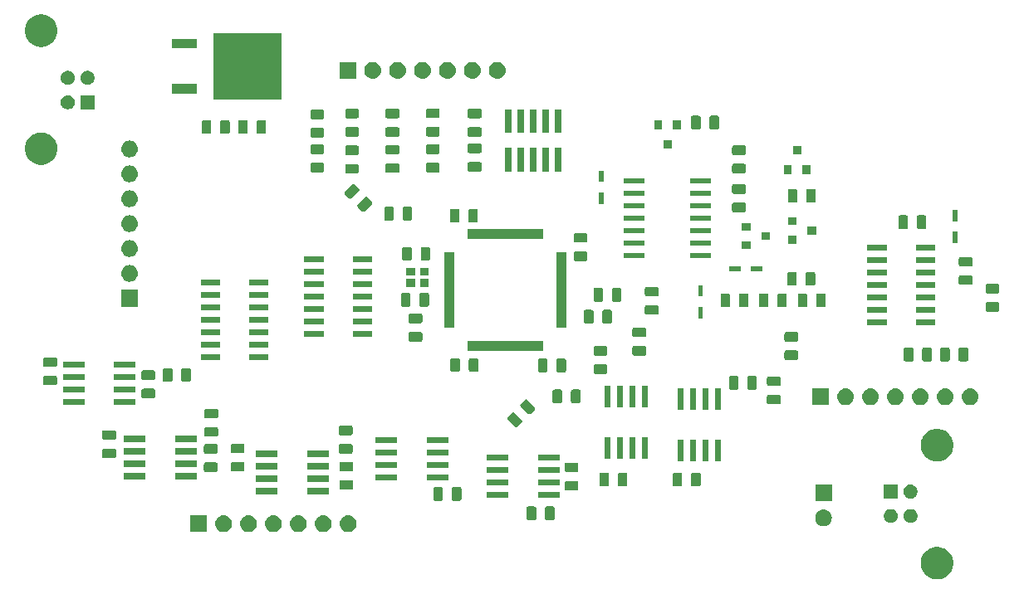
<source format=gbr>
%TF.GenerationSoftware,KiCad,Pcbnew,(5.0.1)-4*%
%TF.CreationDate,2019-11-11T16:36:49-05:00*%
%TF.ProjectId,new_synth_transistor,6E65775F73796E74685F7472616E7369,rev?*%
%TF.SameCoordinates,Original*%
%TF.FileFunction,Soldermask,Top*%
%TF.FilePolarity,Negative*%
%FSLAX46Y46*%
G04 Gerber Fmt 4.6, Leading zero omitted, Abs format (unit mm)*
G04 Created by KiCad (PCBNEW (5.0.1)-4) date 11/11/2019 4:36:49 PM*
%MOMM*%
%LPD*%
G01*
G04 APERTURE LIST*
%ADD10C,0.100000*%
G04 APERTURE END LIST*
D10*
G36*
X214521440Y-101195798D02*
X214681601Y-101227656D01*
X214806584Y-101279426D01*
X214983336Y-101352639D01*
X215254896Y-101534090D01*
X215485830Y-101765024D01*
X215667281Y-102036584D01*
X215792264Y-102338320D01*
X215855980Y-102658640D01*
X215855980Y-102985240D01*
X215792264Y-103305560D01*
X215667281Y-103607296D01*
X215485830Y-103878856D01*
X215254896Y-104109790D01*
X214983336Y-104291241D01*
X214806584Y-104364454D01*
X214681601Y-104416224D01*
X214521440Y-104448082D01*
X214361280Y-104479940D01*
X214034680Y-104479940D01*
X213874520Y-104448082D01*
X213714359Y-104416224D01*
X213589376Y-104364454D01*
X213412624Y-104291241D01*
X213141064Y-104109790D01*
X212910130Y-103878856D01*
X212728679Y-103607296D01*
X212603696Y-103305560D01*
X212539980Y-102985240D01*
X212539980Y-102658640D01*
X212603696Y-102338320D01*
X212728679Y-102036584D01*
X212910130Y-101765024D01*
X213141064Y-101534090D01*
X213412624Y-101352639D01*
X213589376Y-101279426D01*
X213714359Y-101227656D01*
X213874520Y-101195798D01*
X214034680Y-101163940D01*
X214361280Y-101163940D01*
X214521440Y-101195798D01*
X214521440Y-101195798D01*
G37*
G36*
X154344630Y-97968299D02*
X154504855Y-98016903D01*
X154652520Y-98095831D01*
X154781949Y-98202051D01*
X154888169Y-98331480D01*
X154967097Y-98479145D01*
X155015701Y-98639370D01*
X155032112Y-98806000D01*
X155015701Y-98972630D01*
X154967097Y-99132855D01*
X154888169Y-99280520D01*
X154781949Y-99409949D01*
X154652520Y-99516169D01*
X154504855Y-99595097D01*
X154344630Y-99643701D01*
X154219752Y-99656000D01*
X154136248Y-99656000D01*
X154011370Y-99643701D01*
X153851145Y-99595097D01*
X153703480Y-99516169D01*
X153574051Y-99409949D01*
X153467831Y-99280520D01*
X153388903Y-99132855D01*
X153340299Y-98972630D01*
X153323888Y-98806000D01*
X153340299Y-98639370D01*
X153388903Y-98479145D01*
X153467831Y-98331480D01*
X153574051Y-98202051D01*
X153703480Y-98095831D01*
X153851145Y-98016903D01*
X154011370Y-97968299D01*
X154136248Y-97956000D01*
X154219752Y-97956000D01*
X154344630Y-97968299D01*
X154344630Y-97968299D01*
G37*
G36*
X139788000Y-99656000D02*
X138088000Y-99656000D01*
X138088000Y-97956000D01*
X139788000Y-97956000D01*
X139788000Y-99656000D01*
X139788000Y-99656000D01*
G37*
G36*
X141644630Y-97968299D02*
X141804855Y-98016903D01*
X141952520Y-98095831D01*
X142081949Y-98202051D01*
X142188169Y-98331480D01*
X142267097Y-98479145D01*
X142315701Y-98639370D01*
X142332112Y-98806000D01*
X142315701Y-98972630D01*
X142267097Y-99132855D01*
X142188169Y-99280520D01*
X142081949Y-99409949D01*
X141952520Y-99516169D01*
X141804855Y-99595097D01*
X141644630Y-99643701D01*
X141519752Y-99656000D01*
X141436248Y-99656000D01*
X141311370Y-99643701D01*
X141151145Y-99595097D01*
X141003480Y-99516169D01*
X140874051Y-99409949D01*
X140767831Y-99280520D01*
X140688903Y-99132855D01*
X140640299Y-98972630D01*
X140623888Y-98806000D01*
X140640299Y-98639370D01*
X140688903Y-98479145D01*
X140767831Y-98331480D01*
X140874051Y-98202051D01*
X141003480Y-98095831D01*
X141151145Y-98016903D01*
X141311370Y-97968299D01*
X141436248Y-97956000D01*
X141519752Y-97956000D01*
X141644630Y-97968299D01*
X141644630Y-97968299D01*
G37*
G36*
X144184630Y-97968299D02*
X144344855Y-98016903D01*
X144492520Y-98095831D01*
X144621949Y-98202051D01*
X144728169Y-98331480D01*
X144807097Y-98479145D01*
X144855701Y-98639370D01*
X144872112Y-98806000D01*
X144855701Y-98972630D01*
X144807097Y-99132855D01*
X144728169Y-99280520D01*
X144621949Y-99409949D01*
X144492520Y-99516169D01*
X144344855Y-99595097D01*
X144184630Y-99643701D01*
X144059752Y-99656000D01*
X143976248Y-99656000D01*
X143851370Y-99643701D01*
X143691145Y-99595097D01*
X143543480Y-99516169D01*
X143414051Y-99409949D01*
X143307831Y-99280520D01*
X143228903Y-99132855D01*
X143180299Y-98972630D01*
X143163888Y-98806000D01*
X143180299Y-98639370D01*
X143228903Y-98479145D01*
X143307831Y-98331480D01*
X143414051Y-98202051D01*
X143543480Y-98095831D01*
X143691145Y-98016903D01*
X143851370Y-97968299D01*
X143976248Y-97956000D01*
X144059752Y-97956000D01*
X144184630Y-97968299D01*
X144184630Y-97968299D01*
G37*
G36*
X149264630Y-97968299D02*
X149424855Y-98016903D01*
X149572520Y-98095831D01*
X149701949Y-98202051D01*
X149808169Y-98331480D01*
X149887097Y-98479145D01*
X149935701Y-98639370D01*
X149952112Y-98806000D01*
X149935701Y-98972630D01*
X149887097Y-99132855D01*
X149808169Y-99280520D01*
X149701949Y-99409949D01*
X149572520Y-99516169D01*
X149424855Y-99595097D01*
X149264630Y-99643701D01*
X149139752Y-99656000D01*
X149056248Y-99656000D01*
X148931370Y-99643701D01*
X148771145Y-99595097D01*
X148623480Y-99516169D01*
X148494051Y-99409949D01*
X148387831Y-99280520D01*
X148308903Y-99132855D01*
X148260299Y-98972630D01*
X148243888Y-98806000D01*
X148260299Y-98639370D01*
X148308903Y-98479145D01*
X148387831Y-98331480D01*
X148494051Y-98202051D01*
X148623480Y-98095831D01*
X148771145Y-98016903D01*
X148931370Y-97968299D01*
X149056248Y-97956000D01*
X149139752Y-97956000D01*
X149264630Y-97968299D01*
X149264630Y-97968299D01*
G37*
G36*
X146724630Y-97968299D02*
X146884855Y-98016903D01*
X147032520Y-98095831D01*
X147161949Y-98202051D01*
X147268169Y-98331480D01*
X147347097Y-98479145D01*
X147395701Y-98639370D01*
X147412112Y-98806000D01*
X147395701Y-98972630D01*
X147347097Y-99132855D01*
X147268169Y-99280520D01*
X147161949Y-99409949D01*
X147032520Y-99516169D01*
X146884855Y-99595097D01*
X146724630Y-99643701D01*
X146599752Y-99656000D01*
X146516248Y-99656000D01*
X146391370Y-99643701D01*
X146231145Y-99595097D01*
X146083480Y-99516169D01*
X145954051Y-99409949D01*
X145847831Y-99280520D01*
X145768903Y-99132855D01*
X145720299Y-98972630D01*
X145703888Y-98806000D01*
X145720299Y-98639370D01*
X145768903Y-98479145D01*
X145847831Y-98331480D01*
X145954051Y-98202051D01*
X146083480Y-98095831D01*
X146231145Y-98016903D01*
X146391370Y-97968299D01*
X146516248Y-97956000D01*
X146599752Y-97956000D01*
X146724630Y-97968299D01*
X146724630Y-97968299D01*
G37*
G36*
X151804630Y-97968299D02*
X151964855Y-98016903D01*
X152112520Y-98095831D01*
X152241949Y-98202051D01*
X152348169Y-98331480D01*
X152427097Y-98479145D01*
X152475701Y-98639370D01*
X152492112Y-98806000D01*
X152475701Y-98972630D01*
X152427097Y-99132855D01*
X152348169Y-99280520D01*
X152241949Y-99409949D01*
X152112520Y-99516169D01*
X151964855Y-99595097D01*
X151804630Y-99643701D01*
X151679752Y-99656000D01*
X151596248Y-99656000D01*
X151471370Y-99643701D01*
X151311145Y-99595097D01*
X151163480Y-99516169D01*
X151034051Y-99409949D01*
X150927831Y-99280520D01*
X150848903Y-99132855D01*
X150800299Y-98972630D01*
X150783888Y-98806000D01*
X150800299Y-98639370D01*
X150848903Y-98479145D01*
X150927831Y-98331480D01*
X151034051Y-98202051D01*
X151163480Y-98095831D01*
X151311145Y-98016903D01*
X151471370Y-97968299D01*
X151596248Y-97956000D01*
X151679752Y-97956000D01*
X151804630Y-97968299D01*
X151804630Y-97968299D01*
G37*
G36*
X202795130Y-97363779D02*
X202955355Y-97412383D01*
X203103020Y-97491311D01*
X203232449Y-97597531D01*
X203338669Y-97726960D01*
X203417597Y-97874625D01*
X203466201Y-98034850D01*
X203482612Y-98201480D01*
X203466201Y-98368110D01*
X203417597Y-98528335D01*
X203338669Y-98676000D01*
X203232449Y-98805429D01*
X203103020Y-98911649D01*
X202955355Y-98990577D01*
X202795130Y-99039181D01*
X202670252Y-99051480D01*
X202586748Y-99051480D01*
X202461870Y-99039181D01*
X202301645Y-98990577D01*
X202153980Y-98911649D01*
X202024551Y-98805429D01*
X201918331Y-98676000D01*
X201839403Y-98528335D01*
X201790799Y-98368110D01*
X201774388Y-98201480D01*
X201790799Y-98034850D01*
X201839403Y-97874625D01*
X201918331Y-97726960D01*
X202024551Y-97597531D01*
X202153980Y-97491311D01*
X202301645Y-97412383D01*
X202461870Y-97363779D01*
X202586748Y-97351480D01*
X202670252Y-97351480D01*
X202795130Y-97363779D01*
X202795130Y-97363779D01*
G37*
G36*
X209696246Y-97325378D02*
X209826183Y-97379199D01*
X209943133Y-97457343D01*
X210042577Y-97556787D01*
X210042579Y-97556790D01*
X210042580Y-97556791D01*
X210069802Y-97597532D01*
X210120721Y-97673737D01*
X210174542Y-97803674D01*
X210201980Y-97941616D01*
X210201980Y-98082264D01*
X210174542Y-98220206D01*
X210120721Y-98350143D01*
X210120719Y-98350146D01*
X210064345Y-98434516D01*
X210042577Y-98467093D01*
X209943133Y-98566537D01*
X209826183Y-98644681D01*
X209696246Y-98698502D01*
X209558304Y-98725940D01*
X209417656Y-98725940D01*
X209279714Y-98698502D01*
X209149777Y-98644681D01*
X209032827Y-98566537D01*
X208933383Y-98467093D01*
X208911616Y-98434516D01*
X208855241Y-98350146D01*
X208855239Y-98350143D01*
X208801418Y-98220206D01*
X208773980Y-98082264D01*
X208773980Y-97941616D01*
X208801418Y-97803674D01*
X208855239Y-97673737D01*
X208906158Y-97597532D01*
X208933380Y-97556791D01*
X208933381Y-97556790D01*
X208933383Y-97556787D01*
X209032827Y-97457343D01*
X209149777Y-97379199D01*
X209279714Y-97325378D01*
X209417656Y-97297940D01*
X209558304Y-97297940D01*
X209696246Y-97325378D01*
X209696246Y-97325378D01*
G37*
G36*
X211696246Y-97325378D02*
X211826183Y-97379199D01*
X211943133Y-97457343D01*
X212042577Y-97556787D01*
X212042579Y-97556790D01*
X212042580Y-97556791D01*
X212069802Y-97597532D01*
X212120721Y-97673737D01*
X212174542Y-97803674D01*
X212201980Y-97941616D01*
X212201980Y-98082264D01*
X212174542Y-98220206D01*
X212120721Y-98350143D01*
X212120719Y-98350146D01*
X212064345Y-98434516D01*
X212042577Y-98467093D01*
X211943133Y-98566537D01*
X211826183Y-98644681D01*
X211696246Y-98698502D01*
X211558304Y-98725940D01*
X211417656Y-98725940D01*
X211279714Y-98698502D01*
X211149777Y-98644681D01*
X211032827Y-98566537D01*
X210933383Y-98467093D01*
X210911616Y-98434516D01*
X210855241Y-98350146D01*
X210855239Y-98350143D01*
X210801418Y-98220206D01*
X210773980Y-98082264D01*
X210773980Y-97941616D01*
X210801418Y-97803674D01*
X210855239Y-97673737D01*
X210906158Y-97597532D01*
X210933380Y-97556791D01*
X210933381Y-97556790D01*
X210933383Y-97556787D01*
X211032827Y-97457343D01*
X211149777Y-97379199D01*
X211279714Y-97325378D01*
X211417656Y-97297940D01*
X211558304Y-97297940D01*
X211696246Y-97325378D01*
X211696246Y-97325378D01*
G37*
G36*
X173190792Y-97043276D02*
X173224683Y-97053557D01*
X173255911Y-97070248D01*
X173283285Y-97092715D01*
X173305752Y-97120089D01*
X173322443Y-97151317D01*
X173332724Y-97185208D01*
X173336800Y-97226591D01*
X173336800Y-98251809D01*
X173332724Y-98293192D01*
X173322443Y-98327083D01*
X173305752Y-98358311D01*
X173283285Y-98385685D01*
X173255911Y-98408152D01*
X173224683Y-98424843D01*
X173190792Y-98435124D01*
X173149409Y-98439200D01*
X172549191Y-98439200D01*
X172507808Y-98435124D01*
X172473917Y-98424843D01*
X172442689Y-98408152D01*
X172415315Y-98385685D01*
X172392848Y-98358311D01*
X172376157Y-98327083D01*
X172365876Y-98293192D01*
X172361800Y-98251809D01*
X172361800Y-97226591D01*
X172365876Y-97185208D01*
X172376157Y-97151317D01*
X172392848Y-97120089D01*
X172415315Y-97092715D01*
X172442689Y-97070248D01*
X172473917Y-97053557D01*
X172507808Y-97043276D01*
X172549191Y-97039200D01*
X173149409Y-97039200D01*
X173190792Y-97043276D01*
X173190792Y-97043276D01*
G37*
G36*
X175065792Y-97043276D02*
X175099683Y-97053557D01*
X175130911Y-97070248D01*
X175158285Y-97092715D01*
X175180752Y-97120089D01*
X175197443Y-97151317D01*
X175207724Y-97185208D01*
X175211800Y-97226591D01*
X175211800Y-98251809D01*
X175207724Y-98293192D01*
X175197443Y-98327083D01*
X175180752Y-98358311D01*
X175158285Y-98385685D01*
X175130911Y-98408152D01*
X175099683Y-98424843D01*
X175065792Y-98435124D01*
X175024409Y-98439200D01*
X174424191Y-98439200D01*
X174382808Y-98435124D01*
X174348917Y-98424843D01*
X174317689Y-98408152D01*
X174290315Y-98385685D01*
X174267848Y-98358311D01*
X174251157Y-98327083D01*
X174240876Y-98293192D01*
X174236800Y-98251809D01*
X174236800Y-97226591D01*
X174240876Y-97185208D01*
X174251157Y-97151317D01*
X174267848Y-97120089D01*
X174290315Y-97092715D01*
X174317689Y-97070248D01*
X174348917Y-97053557D01*
X174382808Y-97043276D01*
X174424191Y-97039200D01*
X175024409Y-97039200D01*
X175065792Y-97043276D01*
X175065792Y-97043276D01*
G37*
G36*
X203478500Y-96511480D02*
X201778500Y-96511480D01*
X201778500Y-94811480D01*
X203478500Y-94811480D01*
X203478500Y-96511480D01*
X203478500Y-96511480D01*
G37*
G36*
X165566192Y-95062076D02*
X165600083Y-95072357D01*
X165631311Y-95089048D01*
X165658685Y-95111515D01*
X165681152Y-95138889D01*
X165697843Y-95170117D01*
X165708124Y-95204008D01*
X165712200Y-95245391D01*
X165712200Y-96270609D01*
X165708124Y-96311992D01*
X165697843Y-96345883D01*
X165681152Y-96377111D01*
X165658685Y-96404485D01*
X165631311Y-96426952D01*
X165600083Y-96443643D01*
X165566192Y-96453924D01*
X165524809Y-96458000D01*
X164924591Y-96458000D01*
X164883208Y-96453924D01*
X164849317Y-96443643D01*
X164818089Y-96426952D01*
X164790715Y-96404485D01*
X164768248Y-96377111D01*
X164751557Y-96345883D01*
X164741276Y-96311992D01*
X164737200Y-96270609D01*
X164737200Y-95245391D01*
X164741276Y-95204008D01*
X164751557Y-95170117D01*
X164768248Y-95138889D01*
X164790715Y-95111515D01*
X164818089Y-95089048D01*
X164849317Y-95072357D01*
X164883208Y-95062076D01*
X164924591Y-95058000D01*
X165524809Y-95058000D01*
X165566192Y-95062076D01*
X165566192Y-95062076D01*
G37*
G36*
X163691192Y-95062076D02*
X163725083Y-95072357D01*
X163756311Y-95089048D01*
X163783685Y-95111515D01*
X163806152Y-95138889D01*
X163822843Y-95170117D01*
X163833124Y-95204008D01*
X163837200Y-95245391D01*
X163837200Y-96270609D01*
X163833124Y-96311992D01*
X163822843Y-96345883D01*
X163806152Y-96377111D01*
X163783685Y-96404485D01*
X163756311Y-96426952D01*
X163725083Y-96443643D01*
X163691192Y-96453924D01*
X163649809Y-96458000D01*
X163049591Y-96458000D01*
X163008208Y-96453924D01*
X162974317Y-96443643D01*
X162943089Y-96426952D01*
X162915715Y-96404485D01*
X162893248Y-96377111D01*
X162876557Y-96345883D01*
X162866276Y-96311992D01*
X162862200Y-96270609D01*
X162862200Y-95245391D01*
X162866276Y-95204008D01*
X162876557Y-95170117D01*
X162893248Y-95138889D01*
X162915715Y-95111515D01*
X162943089Y-95089048D01*
X162974317Y-95072357D01*
X163008208Y-95062076D01*
X163049591Y-95058000D01*
X163649809Y-95058000D01*
X163691192Y-95062076D01*
X163691192Y-95062076D01*
G37*
G36*
X211696246Y-94825378D02*
X211826183Y-94879199D01*
X211826186Y-94879201D01*
X211922747Y-94943721D01*
X211943133Y-94957343D01*
X212042577Y-95056787D01*
X212042579Y-95056790D01*
X212042580Y-95056791D01*
X212052981Y-95072357D01*
X212120721Y-95173737D01*
X212174542Y-95303674D01*
X212201980Y-95441616D01*
X212201980Y-95582264D01*
X212174542Y-95720206D01*
X212120721Y-95850143D01*
X212042577Y-95967093D01*
X211943133Y-96066537D01*
X211826183Y-96144681D01*
X211696246Y-96198502D01*
X211558304Y-96225940D01*
X211417656Y-96225940D01*
X211279714Y-96198502D01*
X211149777Y-96144681D01*
X211032827Y-96066537D01*
X210933383Y-95967093D01*
X210855239Y-95850143D01*
X210801418Y-95720206D01*
X210773980Y-95582264D01*
X210773980Y-95441616D01*
X210801418Y-95303674D01*
X210855239Y-95173737D01*
X210922979Y-95072357D01*
X210933380Y-95056791D01*
X210933381Y-95056790D01*
X210933383Y-95056787D01*
X211032827Y-94957343D01*
X211053214Y-94943721D01*
X211149774Y-94879201D01*
X211149777Y-94879199D01*
X211279714Y-94825378D01*
X211417656Y-94797940D01*
X211558304Y-94797940D01*
X211696246Y-94825378D01*
X211696246Y-94825378D01*
G37*
G36*
X210201980Y-96225940D02*
X208773980Y-96225940D01*
X208773980Y-94797940D01*
X210201980Y-94797940D01*
X210201980Y-96225940D01*
X210201980Y-96225940D01*
G37*
G36*
X170508800Y-96134200D02*
X168308800Y-96134200D01*
X168308800Y-95534200D01*
X170508800Y-95534200D01*
X170508800Y-96134200D01*
X170508800Y-96134200D01*
G37*
G36*
X175708800Y-96134200D02*
X173508800Y-96134200D01*
X173508800Y-95534200D01*
X175708800Y-95534200D01*
X175708800Y-96134200D01*
X175708800Y-96134200D01*
G37*
G36*
X152188400Y-95778600D02*
X149988400Y-95778600D01*
X149988400Y-95178600D01*
X152188400Y-95178600D01*
X152188400Y-95778600D01*
X152188400Y-95778600D01*
G37*
G36*
X146988400Y-95778600D02*
X144788400Y-95778600D01*
X144788400Y-95178600D01*
X146988400Y-95178600D01*
X146988400Y-95778600D01*
X146988400Y-95778600D01*
G37*
G36*
X177490392Y-94434076D02*
X177524283Y-94444357D01*
X177555511Y-94461048D01*
X177582885Y-94483515D01*
X177605352Y-94510889D01*
X177622043Y-94542117D01*
X177632324Y-94576008D01*
X177636400Y-94617391D01*
X177636400Y-95217609D01*
X177632324Y-95258992D01*
X177622043Y-95292883D01*
X177605352Y-95324111D01*
X177582885Y-95351485D01*
X177555511Y-95373952D01*
X177524283Y-95390643D01*
X177490392Y-95400924D01*
X177449009Y-95405000D01*
X176423791Y-95405000D01*
X176382408Y-95400924D01*
X176348517Y-95390643D01*
X176317289Y-95373952D01*
X176289915Y-95351485D01*
X176267448Y-95324111D01*
X176250757Y-95292883D01*
X176240476Y-95258992D01*
X176236400Y-95217609D01*
X176236400Y-94617391D01*
X176240476Y-94576008D01*
X176250757Y-94542117D01*
X176267448Y-94510889D01*
X176289915Y-94483515D01*
X176317289Y-94461048D01*
X176348517Y-94444357D01*
X176382408Y-94434076D01*
X176423791Y-94430000D01*
X177449009Y-94430000D01*
X177490392Y-94434076D01*
X177490392Y-94434076D01*
G37*
G36*
X154528792Y-94360176D02*
X154562683Y-94370457D01*
X154593911Y-94387148D01*
X154621285Y-94409615D01*
X154643752Y-94436989D01*
X154660443Y-94468217D01*
X154670724Y-94502108D01*
X154674800Y-94543491D01*
X154674800Y-95143709D01*
X154670724Y-95185092D01*
X154660443Y-95218983D01*
X154643752Y-95250211D01*
X154621285Y-95277585D01*
X154593911Y-95300052D01*
X154562683Y-95316743D01*
X154528792Y-95327024D01*
X154487409Y-95331100D01*
X153462191Y-95331100D01*
X153420808Y-95327024D01*
X153386917Y-95316743D01*
X153355689Y-95300052D01*
X153328315Y-95277585D01*
X153305848Y-95250211D01*
X153289157Y-95218983D01*
X153278876Y-95185092D01*
X153274800Y-95143709D01*
X153274800Y-94543491D01*
X153278876Y-94502108D01*
X153289157Y-94468217D01*
X153305848Y-94436989D01*
X153328315Y-94409615D01*
X153355689Y-94387148D01*
X153386917Y-94370457D01*
X153420808Y-94360176D01*
X153462191Y-94356100D01*
X154487409Y-94356100D01*
X154528792Y-94360176D01*
X154528792Y-94360176D01*
G37*
G36*
X180607592Y-93588876D02*
X180641483Y-93599157D01*
X180672711Y-93615848D01*
X180700085Y-93638315D01*
X180722552Y-93665689D01*
X180739243Y-93696917D01*
X180749524Y-93730808D01*
X180753600Y-93772191D01*
X180753600Y-94797409D01*
X180749524Y-94838792D01*
X180739243Y-94872683D01*
X180722552Y-94903911D01*
X180700085Y-94931285D01*
X180672711Y-94953752D01*
X180641483Y-94970443D01*
X180607592Y-94980724D01*
X180566209Y-94984800D01*
X179965991Y-94984800D01*
X179924608Y-94980724D01*
X179890717Y-94970443D01*
X179859489Y-94953752D01*
X179832115Y-94931285D01*
X179809648Y-94903911D01*
X179792957Y-94872683D01*
X179782676Y-94838792D01*
X179778600Y-94797409D01*
X179778600Y-93772191D01*
X179782676Y-93730808D01*
X179792957Y-93696917D01*
X179809648Y-93665689D01*
X179832115Y-93638315D01*
X179859489Y-93615848D01*
X179890717Y-93599157D01*
X179924608Y-93588876D01*
X179965991Y-93584800D01*
X180566209Y-93584800D01*
X180607592Y-93588876D01*
X180607592Y-93588876D01*
G37*
G36*
X189950192Y-93588876D02*
X189984083Y-93599157D01*
X190015311Y-93615848D01*
X190042685Y-93638315D01*
X190065152Y-93665689D01*
X190081843Y-93696917D01*
X190092124Y-93730808D01*
X190096200Y-93772191D01*
X190096200Y-94797409D01*
X190092124Y-94838792D01*
X190081843Y-94872683D01*
X190065152Y-94903911D01*
X190042685Y-94931285D01*
X190015311Y-94953752D01*
X189984083Y-94970443D01*
X189950192Y-94980724D01*
X189908809Y-94984800D01*
X189308591Y-94984800D01*
X189267208Y-94980724D01*
X189233317Y-94970443D01*
X189202089Y-94953752D01*
X189174715Y-94931285D01*
X189152248Y-94903911D01*
X189135557Y-94872683D01*
X189125276Y-94838792D01*
X189121200Y-94797409D01*
X189121200Y-93772191D01*
X189125276Y-93730808D01*
X189135557Y-93696917D01*
X189152248Y-93665689D01*
X189174715Y-93638315D01*
X189202089Y-93615848D01*
X189233317Y-93599157D01*
X189267208Y-93588876D01*
X189308591Y-93584800D01*
X189908809Y-93584800D01*
X189950192Y-93588876D01*
X189950192Y-93588876D01*
G37*
G36*
X182482592Y-93588876D02*
X182516483Y-93599157D01*
X182547711Y-93615848D01*
X182575085Y-93638315D01*
X182597552Y-93665689D01*
X182614243Y-93696917D01*
X182624524Y-93730808D01*
X182628600Y-93772191D01*
X182628600Y-94797409D01*
X182624524Y-94838792D01*
X182614243Y-94872683D01*
X182597552Y-94903911D01*
X182575085Y-94931285D01*
X182547711Y-94953752D01*
X182516483Y-94970443D01*
X182482592Y-94980724D01*
X182441209Y-94984800D01*
X181840991Y-94984800D01*
X181799608Y-94980724D01*
X181765717Y-94970443D01*
X181734489Y-94953752D01*
X181707115Y-94931285D01*
X181684648Y-94903911D01*
X181667957Y-94872683D01*
X181657676Y-94838792D01*
X181653600Y-94797409D01*
X181653600Y-93772191D01*
X181657676Y-93730808D01*
X181667957Y-93696917D01*
X181684648Y-93665689D01*
X181707115Y-93638315D01*
X181734489Y-93615848D01*
X181765717Y-93599157D01*
X181799608Y-93588876D01*
X181840991Y-93584800D01*
X182441209Y-93584800D01*
X182482592Y-93588876D01*
X182482592Y-93588876D01*
G37*
G36*
X188075192Y-93588876D02*
X188109083Y-93599157D01*
X188140311Y-93615848D01*
X188167685Y-93638315D01*
X188190152Y-93665689D01*
X188206843Y-93696917D01*
X188217124Y-93730808D01*
X188221200Y-93772191D01*
X188221200Y-94797409D01*
X188217124Y-94838792D01*
X188206843Y-94872683D01*
X188190152Y-94903911D01*
X188167685Y-94931285D01*
X188140311Y-94953752D01*
X188109083Y-94970443D01*
X188075192Y-94980724D01*
X188033809Y-94984800D01*
X187433591Y-94984800D01*
X187392208Y-94980724D01*
X187358317Y-94970443D01*
X187327089Y-94953752D01*
X187299715Y-94931285D01*
X187277248Y-94903911D01*
X187260557Y-94872683D01*
X187250276Y-94838792D01*
X187246200Y-94797409D01*
X187246200Y-93772191D01*
X187250276Y-93730808D01*
X187260557Y-93696917D01*
X187277248Y-93665689D01*
X187299715Y-93638315D01*
X187327089Y-93615848D01*
X187358317Y-93599157D01*
X187392208Y-93588876D01*
X187433591Y-93584800D01*
X188033809Y-93584800D01*
X188075192Y-93588876D01*
X188075192Y-93588876D01*
G37*
G36*
X175708800Y-94864200D02*
X173508800Y-94864200D01*
X173508800Y-94264200D01*
X175708800Y-94264200D01*
X175708800Y-94864200D01*
X175708800Y-94864200D01*
G37*
G36*
X170508800Y-94864200D02*
X168308800Y-94864200D01*
X168308800Y-94264200D01*
X170508800Y-94264200D01*
X170508800Y-94864200D01*
X170508800Y-94864200D01*
G37*
G36*
X146988400Y-94508600D02*
X144788400Y-94508600D01*
X144788400Y-93908600D01*
X146988400Y-93908600D01*
X146988400Y-94508600D01*
X146988400Y-94508600D01*
G37*
G36*
X152188400Y-94508600D02*
X149988400Y-94508600D01*
X149988400Y-93908600D01*
X152188400Y-93908600D01*
X152188400Y-94508600D01*
X152188400Y-94508600D01*
G37*
G36*
X164380400Y-94356200D02*
X162180400Y-94356200D01*
X162180400Y-93756200D01*
X164380400Y-93756200D01*
X164380400Y-94356200D01*
X164380400Y-94356200D01*
G37*
G36*
X159180400Y-94356200D02*
X156980400Y-94356200D01*
X156980400Y-93756200D01*
X159180400Y-93756200D01*
X159180400Y-94356200D01*
X159180400Y-94356200D01*
G37*
G36*
X138726400Y-94254600D02*
X136526400Y-94254600D01*
X136526400Y-93654600D01*
X138726400Y-93654600D01*
X138726400Y-94254600D01*
X138726400Y-94254600D01*
G37*
G36*
X133526400Y-94254600D02*
X131326400Y-94254600D01*
X131326400Y-93654600D01*
X133526400Y-93654600D01*
X133526400Y-94254600D01*
X133526400Y-94254600D01*
G37*
G36*
X170508800Y-93594200D02*
X168308800Y-93594200D01*
X168308800Y-92994200D01*
X170508800Y-92994200D01*
X170508800Y-93594200D01*
X170508800Y-93594200D01*
G37*
G36*
X175708800Y-93594200D02*
X173508800Y-93594200D01*
X173508800Y-92994200D01*
X175708800Y-92994200D01*
X175708800Y-93594200D01*
X175708800Y-93594200D01*
G37*
G36*
X177490392Y-92559076D02*
X177524283Y-92569357D01*
X177555511Y-92586048D01*
X177582885Y-92608515D01*
X177605352Y-92635889D01*
X177622043Y-92667117D01*
X177632324Y-92701008D01*
X177636400Y-92742391D01*
X177636400Y-93342609D01*
X177632324Y-93383992D01*
X177622043Y-93417883D01*
X177605352Y-93449111D01*
X177582885Y-93476485D01*
X177555511Y-93498952D01*
X177524283Y-93515643D01*
X177490392Y-93525924D01*
X177449009Y-93530000D01*
X176423791Y-93530000D01*
X176382408Y-93525924D01*
X176348517Y-93515643D01*
X176317289Y-93498952D01*
X176289915Y-93476485D01*
X176267448Y-93449111D01*
X176250757Y-93417883D01*
X176240476Y-93383992D01*
X176236400Y-93342609D01*
X176236400Y-92742391D01*
X176240476Y-92701008D01*
X176250757Y-92667117D01*
X176267448Y-92635889D01*
X176289915Y-92608515D01*
X176317289Y-92586048D01*
X176348517Y-92569357D01*
X176382408Y-92559076D01*
X176423791Y-92555000D01*
X177449009Y-92555000D01*
X177490392Y-92559076D01*
X177490392Y-92559076D01*
G37*
G36*
X140711192Y-92554476D02*
X140745083Y-92564757D01*
X140776311Y-92581448D01*
X140803685Y-92603915D01*
X140826152Y-92631289D01*
X140842843Y-92662517D01*
X140853124Y-92696408D01*
X140857200Y-92737791D01*
X140857200Y-93338009D01*
X140853124Y-93379392D01*
X140842843Y-93413283D01*
X140826152Y-93444511D01*
X140803685Y-93471885D01*
X140776311Y-93494352D01*
X140745083Y-93511043D01*
X140711192Y-93521324D01*
X140669809Y-93525400D01*
X139644591Y-93525400D01*
X139603208Y-93521324D01*
X139569317Y-93511043D01*
X139538089Y-93494352D01*
X139510715Y-93471885D01*
X139488248Y-93444511D01*
X139471557Y-93413283D01*
X139461276Y-93379392D01*
X139457200Y-93338009D01*
X139457200Y-92737791D01*
X139461276Y-92696408D01*
X139471557Y-92662517D01*
X139488248Y-92631289D01*
X139510715Y-92603915D01*
X139538089Y-92581448D01*
X139569317Y-92564757D01*
X139603208Y-92554476D01*
X139644591Y-92550400D01*
X140669809Y-92550400D01*
X140711192Y-92554476D01*
X140711192Y-92554476D01*
G37*
G36*
X143454392Y-92503676D02*
X143488283Y-92513957D01*
X143519511Y-92530648D01*
X143546885Y-92553115D01*
X143569352Y-92580489D01*
X143586043Y-92611717D01*
X143596324Y-92645608D01*
X143600400Y-92686991D01*
X143600400Y-93287209D01*
X143596324Y-93328592D01*
X143586043Y-93362483D01*
X143569352Y-93393711D01*
X143546885Y-93421085D01*
X143519511Y-93443552D01*
X143488283Y-93460243D01*
X143454392Y-93470524D01*
X143413009Y-93474600D01*
X142387791Y-93474600D01*
X142346408Y-93470524D01*
X142312517Y-93460243D01*
X142281289Y-93443552D01*
X142253915Y-93421085D01*
X142231448Y-93393711D01*
X142214757Y-93362483D01*
X142204476Y-93328592D01*
X142200400Y-93287209D01*
X142200400Y-92686991D01*
X142204476Y-92645608D01*
X142214757Y-92611717D01*
X142231448Y-92580489D01*
X142253915Y-92553115D01*
X142281289Y-92530648D01*
X142312517Y-92513957D01*
X142346408Y-92503676D01*
X142387791Y-92499600D01*
X143413009Y-92499600D01*
X143454392Y-92503676D01*
X143454392Y-92503676D01*
G37*
G36*
X154528792Y-92485176D02*
X154562683Y-92495457D01*
X154593911Y-92512148D01*
X154621285Y-92534615D01*
X154643752Y-92561989D01*
X154660443Y-92593217D01*
X154670724Y-92627108D01*
X154674800Y-92668491D01*
X154674800Y-93268709D01*
X154670724Y-93310092D01*
X154660443Y-93343983D01*
X154643752Y-93375211D01*
X154621285Y-93402585D01*
X154593911Y-93425052D01*
X154562683Y-93441743D01*
X154528792Y-93452024D01*
X154487409Y-93456100D01*
X153462191Y-93456100D01*
X153420808Y-93452024D01*
X153386917Y-93441743D01*
X153355689Y-93425052D01*
X153328315Y-93402585D01*
X153305848Y-93375211D01*
X153289157Y-93343983D01*
X153278876Y-93310092D01*
X153274800Y-93268709D01*
X153274800Y-92668491D01*
X153278876Y-92627108D01*
X153289157Y-92593217D01*
X153305848Y-92561989D01*
X153328315Y-92534615D01*
X153355689Y-92512148D01*
X153386917Y-92495457D01*
X153420808Y-92485176D01*
X153462191Y-92481100D01*
X154487409Y-92481100D01*
X154528792Y-92485176D01*
X154528792Y-92485176D01*
G37*
G36*
X146988400Y-93238600D02*
X144788400Y-93238600D01*
X144788400Y-92638600D01*
X146988400Y-92638600D01*
X146988400Y-93238600D01*
X146988400Y-93238600D01*
G37*
G36*
X152188400Y-93238600D02*
X149988400Y-93238600D01*
X149988400Y-92638600D01*
X152188400Y-92638600D01*
X152188400Y-93238600D01*
X152188400Y-93238600D01*
G37*
G36*
X159180400Y-93086200D02*
X156980400Y-93086200D01*
X156980400Y-92486200D01*
X159180400Y-92486200D01*
X159180400Y-93086200D01*
X159180400Y-93086200D01*
G37*
G36*
X164380400Y-93086200D02*
X162180400Y-93086200D01*
X162180400Y-92486200D01*
X164380400Y-92486200D01*
X164380400Y-93086200D01*
X164380400Y-93086200D01*
G37*
G36*
X138726400Y-92984600D02*
X136526400Y-92984600D01*
X136526400Y-92384600D01*
X138726400Y-92384600D01*
X138726400Y-92984600D01*
X138726400Y-92984600D01*
G37*
G36*
X133526400Y-92984600D02*
X131326400Y-92984600D01*
X131326400Y-92384600D01*
X133526400Y-92384600D01*
X133526400Y-92984600D01*
X133526400Y-92984600D01*
G37*
G36*
X214440998Y-89139797D02*
X214681601Y-89187656D01*
X214806584Y-89239426D01*
X214983336Y-89312639D01*
X215254896Y-89494090D01*
X215485830Y-89725024D01*
X215667281Y-89996584D01*
X215700809Y-90077529D01*
X215792264Y-90298319D01*
X215855980Y-90618641D01*
X215855980Y-90945239D01*
X215792264Y-91265561D01*
X215748279Y-91371750D01*
X215667281Y-91567296D01*
X215485830Y-91838856D01*
X215254896Y-92069790D01*
X214983336Y-92251241D01*
X214807197Y-92324200D01*
X214681601Y-92376224D01*
X214578158Y-92396800D01*
X214361280Y-92439940D01*
X214034680Y-92439940D01*
X213817802Y-92396800D01*
X213714359Y-92376224D01*
X213588763Y-92324200D01*
X213412624Y-92251241D01*
X213141064Y-92069790D01*
X212910130Y-91838856D01*
X212728679Y-91567296D01*
X212647681Y-91371750D01*
X212603696Y-91265561D01*
X212539980Y-90945239D01*
X212539980Y-90618641D01*
X212603696Y-90298319D01*
X212695151Y-90077529D01*
X212728679Y-89996584D01*
X212910130Y-89725024D01*
X213141064Y-89494090D01*
X213412624Y-89312639D01*
X213589376Y-89239426D01*
X213714359Y-89187656D01*
X213954962Y-89139797D01*
X214034680Y-89123940D01*
X214361280Y-89123940D01*
X214440998Y-89139797D01*
X214440998Y-89139797D01*
G37*
G36*
X189606200Y-92396800D02*
X189006200Y-92396800D01*
X189006200Y-90196800D01*
X189606200Y-90196800D01*
X189606200Y-92396800D01*
X189606200Y-92396800D01*
G37*
G36*
X188336200Y-92396800D02*
X187736200Y-92396800D01*
X187736200Y-90196800D01*
X188336200Y-90196800D01*
X188336200Y-92396800D01*
X188336200Y-92396800D01*
G37*
G36*
X190876200Y-92396800D02*
X190276200Y-92396800D01*
X190276200Y-90196800D01*
X190876200Y-90196800D01*
X190876200Y-92396800D01*
X190876200Y-92396800D01*
G37*
G36*
X192146200Y-92396800D02*
X191546200Y-92396800D01*
X191546200Y-90196800D01*
X192146200Y-90196800D01*
X192146200Y-92396800D01*
X192146200Y-92396800D01*
G37*
G36*
X175708800Y-92324200D02*
X173508800Y-92324200D01*
X173508800Y-91724200D01*
X175708800Y-91724200D01*
X175708800Y-92324200D01*
X175708800Y-92324200D01*
G37*
G36*
X170508800Y-92324200D02*
X168308800Y-92324200D01*
X168308800Y-91724200D01*
X170508800Y-91724200D01*
X170508800Y-92324200D01*
X170508800Y-92324200D01*
G37*
G36*
X184678600Y-92142800D02*
X184078600Y-92142800D01*
X184078600Y-89942800D01*
X184678600Y-89942800D01*
X184678600Y-92142800D01*
X184678600Y-92142800D01*
G37*
G36*
X183408600Y-92142800D02*
X182808600Y-92142800D01*
X182808600Y-89942800D01*
X183408600Y-89942800D01*
X183408600Y-92142800D01*
X183408600Y-92142800D01*
G37*
G36*
X180868600Y-92142800D02*
X180268600Y-92142800D01*
X180268600Y-89942800D01*
X180868600Y-89942800D01*
X180868600Y-92142800D01*
X180868600Y-92142800D01*
G37*
G36*
X182138600Y-92142800D02*
X181538600Y-92142800D01*
X181538600Y-89942800D01*
X182138600Y-89942800D01*
X182138600Y-92142800D01*
X182138600Y-92142800D01*
G37*
G36*
X130347992Y-91132076D02*
X130381883Y-91142357D01*
X130413111Y-91159048D01*
X130440485Y-91181515D01*
X130462952Y-91208889D01*
X130479643Y-91240117D01*
X130489924Y-91274008D01*
X130494000Y-91315391D01*
X130494000Y-91915609D01*
X130489924Y-91956992D01*
X130479643Y-91990883D01*
X130462952Y-92022111D01*
X130440485Y-92049485D01*
X130413111Y-92071952D01*
X130381883Y-92088643D01*
X130347992Y-92098924D01*
X130306609Y-92103000D01*
X129281391Y-92103000D01*
X129240008Y-92098924D01*
X129206117Y-92088643D01*
X129174889Y-92071952D01*
X129147515Y-92049485D01*
X129125048Y-92022111D01*
X129108357Y-91990883D01*
X129098076Y-91956992D01*
X129094000Y-91915609D01*
X129094000Y-91315391D01*
X129098076Y-91274008D01*
X129108357Y-91240117D01*
X129125048Y-91208889D01*
X129147515Y-91181515D01*
X129174889Y-91159048D01*
X129206117Y-91142357D01*
X129240008Y-91132076D01*
X129281391Y-91128000D01*
X130306609Y-91128000D01*
X130347992Y-91132076D01*
X130347992Y-91132076D01*
G37*
G36*
X152188400Y-91968600D02*
X149988400Y-91968600D01*
X149988400Y-91368600D01*
X152188400Y-91368600D01*
X152188400Y-91968600D01*
X152188400Y-91968600D01*
G37*
G36*
X146988400Y-91968600D02*
X144788400Y-91968600D01*
X144788400Y-91368600D01*
X146988400Y-91368600D01*
X146988400Y-91968600D01*
X146988400Y-91968600D01*
G37*
G36*
X164380400Y-91816200D02*
X162180400Y-91816200D01*
X162180400Y-91216200D01*
X164380400Y-91216200D01*
X164380400Y-91816200D01*
X164380400Y-91816200D01*
G37*
G36*
X159180400Y-91816200D02*
X156980400Y-91816200D01*
X156980400Y-91216200D01*
X159180400Y-91216200D01*
X159180400Y-91816200D01*
X159180400Y-91816200D01*
G37*
G36*
X133526400Y-91714600D02*
X131326400Y-91714600D01*
X131326400Y-91114600D01*
X133526400Y-91114600D01*
X133526400Y-91714600D01*
X133526400Y-91714600D01*
G37*
G36*
X138726400Y-91714600D02*
X136526400Y-91714600D01*
X136526400Y-91114600D01*
X138726400Y-91114600D01*
X138726400Y-91714600D01*
X138726400Y-91714600D01*
G37*
G36*
X140711192Y-90679476D02*
X140745083Y-90689757D01*
X140776311Y-90706448D01*
X140803685Y-90728915D01*
X140826152Y-90756289D01*
X140842843Y-90787517D01*
X140853124Y-90821408D01*
X140857200Y-90862791D01*
X140857200Y-91463009D01*
X140853124Y-91504392D01*
X140842843Y-91538283D01*
X140826152Y-91569511D01*
X140803685Y-91596885D01*
X140776311Y-91619352D01*
X140745083Y-91636043D01*
X140711192Y-91646324D01*
X140669809Y-91650400D01*
X139644591Y-91650400D01*
X139603208Y-91646324D01*
X139569317Y-91636043D01*
X139538089Y-91619352D01*
X139510715Y-91596885D01*
X139488248Y-91569511D01*
X139471557Y-91538283D01*
X139461276Y-91504392D01*
X139457200Y-91463009D01*
X139457200Y-90862791D01*
X139461276Y-90821408D01*
X139471557Y-90787517D01*
X139488248Y-90756289D01*
X139510715Y-90728915D01*
X139538089Y-90706448D01*
X139569317Y-90689757D01*
X139603208Y-90679476D01*
X139644591Y-90675400D01*
X140669809Y-90675400D01*
X140711192Y-90679476D01*
X140711192Y-90679476D01*
G37*
G36*
X154477992Y-90674876D02*
X154511883Y-90685157D01*
X154543111Y-90701848D01*
X154570485Y-90724315D01*
X154592952Y-90751689D01*
X154609643Y-90782917D01*
X154619924Y-90816808D01*
X154624000Y-90858191D01*
X154624000Y-91458409D01*
X154619924Y-91499792D01*
X154609643Y-91533683D01*
X154592952Y-91564911D01*
X154570485Y-91592285D01*
X154543111Y-91614752D01*
X154511883Y-91631443D01*
X154477992Y-91641724D01*
X154436609Y-91645800D01*
X153411391Y-91645800D01*
X153370008Y-91641724D01*
X153336117Y-91631443D01*
X153304889Y-91614752D01*
X153277515Y-91592285D01*
X153255048Y-91564911D01*
X153238357Y-91533683D01*
X153228076Y-91499792D01*
X153224000Y-91458409D01*
X153224000Y-90858191D01*
X153228076Y-90816808D01*
X153238357Y-90782917D01*
X153255048Y-90751689D01*
X153277515Y-90724315D01*
X153304889Y-90701848D01*
X153336117Y-90685157D01*
X153370008Y-90674876D01*
X153411391Y-90670800D01*
X154436609Y-90670800D01*
X154477992Y-90674876D01*
X154477992Y-90674876D01*
G37*
G36*
X143454392Y-90628676D02*
X143488283Y-90638957D01*
X143519511Y-90655648D01*
X143546885Y-90678115D01*
X143569352Y-90705489D01*
X143586043Y-90736717D01*
X143596324Y-90770608D01*
X143600400Y-90811991D01*
X143600400Y-91412209D01*
X143596324Y-91453592D01*
X143586043Y-91487483D01*
X143569352Y-91518711D01*
X143546885Y-91546085D01*
X143519511Y-91568552D01*
X143488283Y-91585243D01*
X143454392Y-91595524D01*
X143413009Y-91599600D01*
X142387791Y-91599600D01*
X142346408Y-91595524D01*
X142312517Y-91585243D01*
X142281289Y-91568552D01*
X142253915Y-91546085D01*
X142231448Y-91518711D01*
X142214757Y-91487483D01*
X142204476Y-91453592D01*
X142200400Y-91412209D01*
X142200400Y-90811991D01*
X142204476Y-90770608D01*
X142214757Y-90736717D01*
X142231448Y-90705489D01*
X142253915Y-90678115D01*
X142281289Y-90655648D01*
X142312517Y-90638957D01*
X142346408Y-90628676D01*
X142387791Y-90624600D01*
X143413009Y-90624600D01*
X143454392Y-90628676D01*
X143454392Y-90628676D01*
G37*
G36*
X159180400Y-90546200D02*
X156980400Y-90546200D01*
X156980400Y-89946200D01*
X159180400Y-89946200D01*
X159180400Y-90546200D01*
X159180400Y-90546200D01*
G37*
G36*
X164380400Y-90546200D02*
X162180400Y-90546200D01*
X162180400Y-89946200D01*
X164380400Y-89946200D01*
X164380400Y-90546200D01*
X164380400Y-90546200D01*
G37*
G36*
X133526400Y-90444600D02*
X131326400Y-90444600D01*
X131326400Y-89844600D01*
X133526400Y-89844600D01*
X133526400Y-90444600D01*
X133526400Y-90444600D01*
G37*
G36*
X138726400Y-90444600D02*
X136526400Y-90444600D01*
X136526400Y-89844600D01*
X138726400Y-89844600D01*
X138726400Y-90444600D01*
X138726400Y-90444600D01*
G37*
G36*
X130347992Y-89257076D02*
X130381883Y-89267357D01*
X130413111Y-89284048D01*
X130440485Y-89306515D01*
X130462952Y-89333889D01*
X130479643Y-89365117D01*
X130489924Y-89399008D01*
X130494000Y-89440391D01*
X130494000Y-90040609D01*
X130489924Y-90081992D01*
X130479643Y-90115883D01*
X130462952Y-90147111D01*
X130440485Y-90174485D01*
X130413111Y-90196952D01*
X130381883Y-90213643D01*
X130347992Y-90223924D01*
X130306609Y-90228000D01*
X129281391Y-90228000D01*
X129240008Y-90223924D01*
X129206117Y-90213643D01*
X129174889Y-90196952D01*
X129147515Y-90174485D01*
X129125048Y-90147111D01*
X129108357Y-90115883D01*
X129098076Y-90081992D01*
X129094000Y-90040609D01*
X129094000Y-89440391D01*
X129098076Y-89399008D01*
X129108357Y-89365117D01*
X129125048Y-89333889D01*
X129147515Y-89306515D01*
X129174889Y-89284048D01*
X129206117Y-89267357D01*
X129240008Y-89257076D01*
X129281391Y-89253000D01*
X130306609Y-89253000D01*
X130347992Y-89257076D01*
X130347992Y-89257076D01*
G37*
G36*
X140761992Y-88947676D02*
X140795883Y-88957957D01*
X140827111Y-88974648D01*
X140854485Y-88997115D01*
X140876952Y-89024489D01*
X140893643Y-89055717D01*
X140903924Y-89089608D01*
X140908000Y-89130991D01*
X140908000Y-89731209D01*
X140903924Y-89772592D01*
X140893643Y-89806483D01*
X140876952Y-89837711D01*
X140854485Y-89865085D01*
X140827111Y-89887552D01*
X140795883Y-89904243D01*
X140761992Y-89914524D01*
X140720609Y-89918600D01*
X139695391Y-89918600D01*
X139654008Y-89914524D01*
X139620117Y-89904243D01*
X139588889Y-89887552D01*
X139561515Y-89865085D01*
X139539048Y-89837711D01*
X139522357Y-89806483D01*
X139512076Y-89772592D01*
X139508000Y-89731209D01*
X139508000Y-89130991D01*
X139512076Y-89089608D01*
X139522357Y-89055717D01*
X139539048Y-89024489D01*
X139561515Y-88997115D01*
X139588889Y-88974648D01*
X139620117Y-88957957D01*
X139654008Y-88947676D01*
X139695391Y-88943600D01*
X140720609Y-88943600D01*
X140761992Y-88947676D01*
X140761992Y-88947676D01*
G37*
G36*
X154477992Y-88799876D02*
X154511883Y-88810157D01*
X154543111Y-88826848D01*
X154570485Y-88849315D01*
X154592952Y-88876689D01*
X154609643Y-88907917D01*
X154619924Y-88941808D01*
X154624000Y-88983191D01*
X154624000Y-89583409D01*
X154619924Y-89624792D01*
X154609643Y-89658683D01*
X154592952Y-89689911D01*
X154570485Y-89717285D01*
X154543111Y-89739752D01*
X154511883Y-89756443D01*
X154477992Y-89766724D01*
X154436609Y-89770800D01*
X153411391Y-89770800D01*
X153370008Y-89766724D01*
X153336117Y-89756443D01*
X153304889Y-89739752D01*
X153277515Y-89717285D01*
X153255048Y-89689911D01*
X153238357Y-89658683D01*
X153228076Y-89624792D01*
X153224000Y-89583409D01*
X153224000Y-88983191D01*
X153228076Y-88941808D01*
X153238357Y-88907917D01*
X153255048Y-88876689D01*
X153277515Y-88849315D01*
X153304889Y-88826848D01*
X153336117Y-88810157D01*
X153370008Y-88799876D01*
X153411391Y-88795800D01*
X154436609Y-88795800D01*
X154477992Y-88799876D01*
X154477992Y-88799876D01*
G37*
G36*
X171027669Y-87430776D02*
X171061560Y-87441057D01*
X171092788Y-87457748D01*
X171124932Y-87484129D01*
X171849871Y-88209068D01*
X171876252Y-88241212D01*
X171892943Y-88272440D01*
X171903224Y-88306331D01*
X171906695Y-88341573D01*
X171903224Y-88376815D01*
X171892943Y-88410706D01*
X171876252Y-88441934D01*
X171849871Y-88474078D01*
X171425452Y-88898497D01*
X171393308Y-88924878D01*
X171362080Y-88941569D01*
X171328189Y-88951850D01*
X171292947Y-88955321D01*
X171257705Y-88951850D01*
X171223814Y-88941569D01*
X171192586Y-88924878D01*
X171160442Y-88898497D01*
X170435503Y-88173558D01*
X170409122Y-88141414D01*
X170392431Y-88110186D01*
X170382150Y-88076295D01*
X170378679Y-88041053D01*
X170382150Y-88005811D01*
X170392431Y-87971920D01*
X170409122Y-87940692D01*
X170435503Y-87908548D01*
X170859922Y-87484129D01*
X170892066Y-87457748D01*
X170923294Y-87441057D01*
X170957185Y-87430776D01*
X170992427Y-87427305D01*
X171027669Y-87430776D01*
X171027669Y-87430776D01*
G37*
G36*
X140761992Y-87072676D02*
X140795883Y-87082957D01*
X140827111Y-87099648D01*
X140854485Y-87122115D01*
X140876952Y-87149489D01*
X140893643Y-87180717D01*
X140903924Y-87214608D01*
X140908000Y-87255991D01*
X140908000Y-87856209D01*
X140903924Y-87897592D01*
X140893643Y-87931483D01*
X140876952Y-87962711D01*
X140854485Y-87990085D01*
X140827111Y-88012552D01*
X140795883Y-88029243D01*
X140761992Y-88039524D01*
X140720609Y-88043600D01*
X139695391Y-88043600D01*
X139654008Y-88039524D01*
X139620117Y-88029243D01*
X139588889Y-88012552D01*
X139561515Y-87990085D01*
X139539048Y-87962711D01*
X139522357Y-87931483D01*
X139512076Y-87897592D01*
X139508000Y-87856209D01*
X139508000Y-87255991D01*
X139512076Y-87214608D01*
X139522357Y-87180717D01*
X139539048Y-87149489D01*
X139561515Y-87122115D01*
X139588889Y-87099648D01*
X139620117Y-87082957D01*
X139654008Y-87072676D01*
X139695391Y-87068600D01*
X140720609Y-87068600D01*
X140761992Y-87072676D01*
X140761992Y-87072676D01*
G37*
G36*
X172353495Y-86104950D02*
X172387386Y-86115231D01*
X172418614Y-86131922D01*
X172450758Y-86158303D01*
X173175697Y-86883242D01*
X173202078Y-86915386D01*
X173218769Y-86946614D01*
X173229050Y-86980505D01*
X173232521Y-87015747D01*
X173229050Y-87050989D01*
X173218769Y-87084880D01*
X173202078Y-87116108D01*
X173175697Y-87148252D01*
X172751278Y-87572671D01*
X172719134Y-87599052D01*
X172687906Y-87615743D01*
X172654015Y-87626024D01*
X172618773Y-87629495D01*
X172583531Y-87626024D01*
X172549640Y-87615743D01*
X172518412Y-87599052D01*
X172486268Y-87572671D01*
X171761329Y-86847732D01*
X171734948Y-86815588D01*
X171718257Y-86784360D01*
X171707976Y-86750469D01*
X171704505Y-86715227D01*
X171707976Y-86679985D01*
X171718257Y-86646094D01*
X171734948Y-86614866D01*
X171761329Y-86582722D01*
X172185748Y-86158303D01*
X172217892Y-86131922D01*
X172249120Y-86115231D01*
X172283011Y-86104950D01*
X172318253Y-86101479D01*
X172353495Y-86104950D01*
X172353495Y-86104950D01*
G37*
G36*
X190876200Y-87196800D02*
X190276200Y-87196800D01*
X190276200Y-84996800D01*
X190876200Y-84996800D01*
X190876200Y-87196800D01*
X190876200Y-87196800D01*
G37*
G36*
X189606200Y-87196800D02*
X189006200Y-87196800D01*
X189006200Y-84996800D01*
X189606200Y-84996800D01*
X189606200Y-87196800D01*
X189606200Y-87196800D01*
G37*
G36*
X192146200Y-87196800D02*
X191546200Y-87196800D01*
X191546200Y-84996800D01*
X192146200Y-84996800D01*
X192146200Y-87196800D01*
X192146200Y-87196800D01*
G37*
G36*
X188336200Y-87196800D02*
X187736200Y-87196800D01*
X187736200Y-84996800D01*
X188336200Y-84996800D01*
X188336200Y-87196800D01*
X188336200Y-87196800D01*
G37*
G36*
X184678600Y-86942800D02*
X184078600Y-86942800D01*
X184078600Y-84742800D01*
X184678600Y-84742800D01*
X184678600Y-86942800D01*
X184678600Y-86942800D01*
G37*
G36*
X183408600Y-86942800D02*
X182808600Y-86942800D01*
X182808600Y-84742800D01*
X183408600Y-84742800D01*
X183408600Y-86942800D01*
X183408600Y-86942800D01*
G37*
G36*
X180868600Y-86942800D02*
X180268600Y-86942800D01*
X180268600Y-84742800D01*
X180868600Y-84742800D01*
X180868600Y-86942800D01*
X180868600Y-86942800D01*
G37*
G36*
X182138600Y-86942800D02*
X181538600Y-86942800D01*
X181538600Y-84742800D01*
X182138600Y-84742800D01*
X182138600Y-86942800D01*
X182138600Y-86942800D01*
G37*
G36*
X207583030Y-85014299D02*
X207743255Y-85062903D01*
X207890920Y-85141831D01*
X208020349Y-85248051D01*
X208126569Y-85377480D01*
X208205497Y-85525145D01*
X208254101Y-85685370D01*
X208270512Y-85852000D01*
X208254101Y-86018630D01*
X208205497Y-86178855D01*
X208126569Y-86326520D01*
X208020349Y-86455949D01*
X207890920Y-86562169D01*
X207743255Y-86641097D01*
X207583030Y-86689701D01*
X207458152Y-86702000D01*
X207374648Y-86702000D01*
X207249770Y-86689701D01*
X207089545Y-86641097D01*
X206941880Y-86562169D01*
X206812451Y-86455949D01*
X206706231Y-86326520D01*
X206627303Y-86178855D01*
X206578699Y-86018630D01*
X206562288Y-85852000D01*
X206578699Y-85685370D01*
X206627303Y-85525145D01*
X206706231Y-85377480D01*
X206812451Y-85248051D01*
X206941880Y-85141831D01*
X207089545Y-85062903D01*
X207249770Y-85014299D01*
X207374648Y-85002000D01*
X207458152Y-85002000D01*
X207583030Y-85014299D01*
X207583030Y-85014299D01*
G37*
G36*
X203186400Y-86702000D02*
X201486400Y-86702000D01*
X201486400Y-85002000D01*
X203186400Y-85002000D01*
X203186400Y-86702000D01*
X203186400Y-86702000D01*
G37*
G36*
X205043030Y-85014299D02*
X205203255Y-85062903D01*
X205350920Y-85141831D01*
X205480349Y-85248051D01*
X205586569Y-85377480D01*
X205665497Y-85525145D01*
X205714101Y-85685370D01*
X205730512Y-85852000D01*
X205714101Y-86018630D01*
X205665497Y-86178855D01*
X205586569Y-86326520D01*
X205480349Y-86455949D01*
X205350920Y-86562169D01*
X205203255Y-86641097D01*
X205043030Y-86689701D01*
X204918152Y-86702000D01*
X204834648Y-86702000D01*
X204709770Y-86689701D01*
X204549545Y-86641097D01*
X204401880Y-86562169D01*
X204272451Y-86455949D01*
X204166231Y-86326520D01*
X204087303Y-86178855D01*
X204038699Y-86018630D01*
X204022288Y-85852000D01*
X204038699Y-85685370D01*
X204087303Y-85525145D01*
X204166231Y-85377480D01*
X204272451Y-85248051D01*
X204401880Y-85141831D01*
X204549545Y-85062903D01*
X204709770Y-85014299D01*
X204834648Y-85002000D01*
X204918152Y-85002000D01*
X205043030Y-85014299D01*
X205043030Y-85014299D01*
G37*
G36*
X210123030Y-85014299D02*
X210283255Y-85062903D01*
X210430920Y-85141831D01*
X210560349Y-85248051D01*
X210666569Y-85377480D01*
X210745497Y-85525145D01*
X210794101Y-85685370D01*
X210810512Y-85852000D01*
X210794101Y-86018630D01*
X210745497Y-86178855D01*
X210666569Y-86326520D01*
X210560349Y-86455949D01*
X210430920Y-86562169D01*
X210283255Y-86641097D01*
X210123030Y-86689701D01*
X209998152Y-86702000D01*
X209914648Y-86702000D01*
X209789770Y-86689701D01*
X209629545Y-86641097D01*
X209481880Y-86562169D01*
X209352451Y-86455949D01*
X209246231Y-86326520D01*
X209167303Y-86178855D01*
X209118699Y-86018630D01*
X209102288Y-85852000D01*
X209118699Y-85685370D01*
X209167303Y-85525145D01*
X209246231Y-85377480D01*
X209352451Y-85248051D01*
X209481880Y-85141831D01*
X209629545Y-85062903D01*
X209789770Y-85014299D01*
X209914648Y-85002000D01*
X209998152Y-85002000D01*
X210123030Y-85014299D01*
X210123030Y-85014299D01*
G37*
G36*
X212663030Y-85014299D02*
X212823255Y-85062903D01*
X212970920Y-85141831D01*
X213100349Y-85248051D01*
X213206569Y-85377480D01*
X213285497Y-85525145D01*
X213334101Y-85685370D01*
X213350512Y-85852000D01*
X213334101Y-86018630D01*
X213285497Y-86178855D01*
X213206569Y-86326520D01*
X213100349Y-86455949D01*
X212970920Y-86562169D01*
X212823255Y-86641097D01*
X212663030Y-86689701D01*
X212538152Y-86702000D01*
X212454648Y-86702000D01*
X212329770Y-86689701D01*
X212169545Y-86641097D01*
X212021880Y-86562169D01*
X211892451Y-86455949D01*
X211786231Y-86326520D01*
X211707303Y-86178855D01*
X211658699Y-86018630D01*
X211642288Y-85852000D01*
X211658699Y-85685370D01*
X211707303Y-85525145D01*
X211786231Y-85377480D01*
X211892451Y-85248051D01*
X212021880Y-85141831D01*
X212169545Y-85062903D01*
X212329770Y-85014299D01*
X212454648Y-85002000D01*
X212538152Y-85002000D01*
X212663030Y-85014299D01*
X212663030Y-85014299D01*
G37*
G36*
X215203030Y-85014299D02*
X215363255Y-85062903D01*
X215510920Y-85141831D01*
X215640349Y-85248051D01*
X215746569Y-85377480D01*
X215825497Y-85525145D01*
X215874101Y-85685370D01*
X215890512Y-85852000D01*
X215874101Y-86018630D01*
X215825497Y-86178855D01*
X215746569Y-86326520D01*
X215640349Y-86455949D01*
X215510920Y-86562169D01*
X215363255Y-86641097D01*
X215203030Y-86689701D01*
X215078152Y-86702000D01*
X214994648Y-86702000D01*
X214869770Y-86689701D01*
X214709545Y-86641097D01*
X214561880Y-86562169D01*
X214432451Y-86455949D01*
X214326231Y-86326520D01*
X214247303Y-86178855D01*
X214198699Y-86018630D01*
X214182288Y-85852000D01*
X214198699Y-85685370D01*
X214247303Y-85525145D01*
X214326231Y-85377480D01*
X214432451Y-85248051D01*
X214561880Y-85141831D01*
X214709545Y-85062903D01*
X214869770Y-85014299D01*
X214994648Y-85002000D01*
X215078152Y-85002000D01*
X215203030Y-85014299D01*
X215203030Y-85014299D01*
G37*
G36*
X217743030Y-85014299D02*
X217903255Y-85062903D01*
X218050920Y-85141831D01*
X218180349Y-85248051D01*
X218286569Y-85377480D01*
X218365497Y-85525145D01*
X218414101Y-85685370D01*
X218430512Y-85852000D01*
X218414101Y-86018630D01*
X218365497Y-86178855D01*
X218286569Y-86326520D01*
X218180349Y-86455949D01*
X218050920Y-86562169D01*
X217903255Y-86641097D01*
X217743030Y-86689701D01*
X217618152Y-86702000D01*
X217534648Y-86702000D01*
X217409770Y-86689701D01*
X217249545Y-86641097D01*
X217101880Y-86562169D01*
X216972451Y-86455949D01*
X216866231Y-86326520D01*
X216787303Y-86178855D01*
X216738699Y-86018630D01*
X216722288Y-85852000D01*
X216738699Y-85685370D01*
X216787303Y-85525145D01*
X216866231Y-85377480D01*
X216972451Y-85248051D01*
X217101880Y-85141831D01*
X217249545Y-85062903D01*
X217409770Y-85014299D01*
X217534648Y-85002000D01*
X217618152Y-85002000D01*
X217743030Y-85014299D01*
X217743030Y-85014299D01*
G37*
G36*
X127313321Y-86672124D02*
X125113321Y-86672124D01*
X125113321Y-86072124D01*
X127313321Y-86072124D01*
X127313321Y-86672124D01*
X127313321Y-86672124D01*
G37*
G36*
X132513321Y-86672124D02*
X130313321Y-86672124D01*
X130313321Y-86072124D01*
X132513321Y-86072124D01*
X132513321Y-86672124D01*
X132513321Y-86672124D01*
G37*
G36*
X198115192Y-85645676D02*
X198149083Y-85655957D01*
X198180311Y-85672648D01*
X198207685Y-85695115D01*
X198230152Y-85722489D01*
X198246843Y-85753717D01*
X198257124Y-85787608D01*
X198261200Y-85828991D01*
X198261200Y-86429209D01*
X198257124Y-86470592D01*
X198246843Y-86504483D01*
X198230152Y-86535711D01*
X198207685Y-86563085D01*
X198180311Y-86585552D01*
X198149083Y-86602243D01*
X198115192Y-86612524D01*
X198073809Y-86616600D01*
X197048591Y-86616600D01*
X197007208Y-86612524D01*
X196973317Y-86602243D01*
X196942089Y-86585552D01*
X196914715Y-86563085D01*
X196892248Y-86535711D01*
X196875557Y-86504483D01*
X196865276Y-86470592D01*
X196861200Y-86429209D01*
X196861200Y-85828991D01*
X196865276Y-85787608D01*
X196875557Y-85753717D01*
X196892248Y-85722489D01*
X196914715Y-85695115D01*
X196942089Y-85672648D01*
X196973317Y-85655957D01*
X197007208Y-85645676D01*
X197048591Y-85641600D01*
X198073809Y-85641600D01*
X198115192Y-85645676D01*
X198115192Y-85645676D01*
G37*
G36*
X175832392Y-85105276D02*
X175866283Y-85115557D01*
X175897511Y-85132248D01*
X175924885Y-85154715D01*
X175947352Y-85182089D01*
X175964043Y-85213317D01*
X175974324Y-85247208D01*
X175978400Y-85288591D01*
X175978400Y-86313809D01*
X175974324Y-86355192D01*
X175964043Y-86389083D01*
X175947352Y-86420311D01*
X175924885Y-86447685D01*
X175897511Y-86470152D01*
X175866283Y-86486843D01*
X175832392Y-86497124D01*
X175791009Y-86501200D01*
X175190791Y-86501200D01*
X175149408Y-86497124D01*
X175115517Y-86486843D01*
X175084289Y-86470152D01*
X175056915Y-86447685D01*
X175034448Y-86420311D01*
X175017757Y-86389083D01*
X175007476Y-86355192D01*
X175003400Y-86313809D01*
X175003400Y-85288591D01*
X175007476Y-85247208D01*
X175017757Y-85213317D01*
X175034448Y-85182089D01*
X175056915Y-85154715D01*
X175084289Y-85132248D01*
X175115517Y-85115557D01*
X175149408Y-85105276D01*
X175190791Y-85101200D01*
X175791009Y-85101200D01*
X175832392Y-85105276D01*
X175832392Y-85105276D01*
G37*
G36*
X177707392Y-85105276D02*
X177741283Y-85115557D01*
X177772511Y-85132248D01*
X177799885Y-85154715D01*
X177822352Y-85182089D01*
X177839043Y-85213317D01*
X177849324Y-85247208D01*
X177853400Y-85288591D01*
X177853400Y-86313809D01*
X177849324Y-86355192D01*
X177839043Y-86389083D01*
X177822352Y-86420311D01*
X177799885Y-86447685D01*
X177772511Y-86470152D01*
X177741283Y-86486843D01*
X177707392Y-86497124D01*
X177666009Y-86501200D01*
X177065791Y-86501200D01*
X177024408Y-86497124D01*
X176990517Y-86486843D01*
X176959289Y-86470152D01*
X176931915Y-86447685D01*
X176909448Y-86420311D01*
X176892757Y-86389083D01*
X176882476Y-86355192D01*
X176878400Y-86313809D01*
X176878400Y-85288591D01*
X176882476Y-85247208D01*
X176892757Y-85213317D01*
X176909448Y-85182089D01*
X176931915Y-85154715D01*
X176959289Y-85132248D01*
X176990517Y-85115557D01*
X177024408Y-85105276D01*
X177065791Y-85101200D01*
X177666009Y-85101200D01*
X177707392Y-85105276D01*
X177707392Y-85105276D01*
G37*
G36*
X134345713Y-85022800D02*
X134379604Y-85033081D01*
X134410832Y-85049772D01*
X134438206Y-85072239D01*
X134460673Y-85099613D01*
X134477364Y-85130841D01*
X134487645Y-85164732D01*
X134491721Y-85206115D01*
X134491721Y-85806333D01*
X134487645Y-85847716D01*
X134477364Y-85881607D01*
X134460673Y-85912835D01*
X134438206Y-85940209D01*
X134410832Y-85962676D01*
X134379604Y-85979367D01*
X134345713Y-85989648D01*
X134304330Y-85993724D01*
X133279112Y-85993724D01*
X133237729Y-85989648D01*
X133203838Y-85979367D01*
X133172610Y-85962676D01*
X133145236Y-85940209D01*
X133122769Y-85912835D01*
X133106078Y-85881607D01*
X133095797Y-85847716D01*
X133091721Y-85806333D01*
X133091721Y-85206115D01*
X133095797Y-85164732D01*
X133106078Y-85130841D01*
X133122769Y-85099613D01*
X133145236Y-85072239D01*
X133172610Y-85049772D01*
X133203838Y-85033081D01*
X133237729Y-85022800D01*
X133279112Y-85018724D01*
X134304330Y-85018724D01*
X134345713Y-85022800D01*
X134345713Y-85022800D01*
G37*
G36*
X127313321Y-85402124D02*
X125113321Y-85402124D01*
X125113321Y-84802124D01*
X127313321Y-84802124D01*
X127313321Y-85402124D01*
X127313321Y-85402124D01*
G37*
G36*
X132513321Y-85402124D02*
X130313321Y-85402124D01*
X130313321Y-84802124D01*
X132513321Y-84802124D01*
X132513321Y-85402124D01*
X132513321Y-85402124D01*
G37*
G36*
X193815592Y-83733676D02*
X193849483Y-83743957D01*
X193880711Y-83760648D01*
X193908085Y-83783115D01*
X193930552Y-83810489D01*
X193947243Y-83841717D01*
X193957524Y-83875608D01*
X193961600Y-83916991D01*
X193961600Y-84942209D01*
X193957524Y-84983592D01*
X193947243Y-85017483D01*
X193930552Y-85048711D01*
X193908085Y-85076085D01*
X193880711Y-85098552D01*
X193849483Y-85115243D01*
X193815592Y-85125524D01*
X193774209Y-85129600D01*
X193173991Y-85129600D01*
X193132608Y-85125524D01*
X193098717Y-85115243D01*
X193067489Y-85098552D01*
X193040115Y-85076085D01*
X193017648Y-85048711D01*
X193000957Y-85017483D01*
X192990676Y-84983592D01*
X192986600Y-84942209D01*
X192986600Y-83916991D01*
X192990676Y-83875608D01*
X193000957Y-83841717D01*
X193017648Y-83810489D01*
X193040115Y-83783115D01*
X193067489Y-83760648D01*
X193098717Y-83743957D01*
X193132608Y-83733676D01*
X193173991Y-83729600D01*
X193774209Y-83729600D01*
X193815592Y-83733676D01*
X193815592Y-83733676D01*
G37*
G36*
X195690592Y-83733676D02*
X195724483Y-83743957D01*
X195755711Y-83760648D01*
X195783085Y-83783115D01*
X195805552Y-83810489D01*
X195822243Y-83841717D01*
X195832524Y-83875608D01*
X195836600Y-83916991D01*
X195836600Y-84942209D01*
X195832524Y-84983592D01*
X195822243Y-85017483D01*
X195805552Y-85048711D01*
X195783085Y-85076085D01*
X195755711Y-85098552D01*
X195724483Y-85115243D01*
X195690592Y-85125524D01*
X195649209Y-85129600D01*
X195048991Y-85129600D01*
X195007608Y-85125524D01*
X194973717Y-85115243D01*
X194942489Y-85098552D01*
X194915115Y-85076085D01*
X194892648Y-85048711D01*
X194875957Y-85017483D01*
X194865676Y-84983592D01*
X194861600Y-84942209D01*
X194861600Y-83916991D01*
X194865676Y-83875608D01*
X194875957Y-83841717D01*
X194892648Y-83810489D01*
X194915115Y-83783115D01*
X194942489Y-83760648D01*
X194973717Y-83743957D01*
X195007608Y-83733676D01*
X195048991Y-83729600D01*
X195649209Y-83729600D01*
X195690592Y-83733676D01*
X195690592Y-83733676D01*
G37*
G36*
X198115192Y-83770676D02*
X198149083Y-83780957D01*
X198180311Y-83797648D01*
X198207685Y-83820115D01*
X198230152Y-83847489D01*
X198246843Y-83878717D01*
X198257124Y-83912608D01*
X198261200Y-83953991D01*
X198261200Y-84554209D01*
X198257124Y-84595592D01*
X198246843Y-84629483D01*
X198230152Y-84660711D01*
X198207685Y-84688085D01*
X198180311Y-84710552D01*
X198149083Y-84727243D01*
X198115192Y-84737524D01*
X198073809Y-84741600D01*
X197048591Y-84741600D01*
X197007208Y-84737524D01*
X196973317Y-84727243D01*
X196942089Y-84710552D01*
X196914715Y-84688085D01*
X196892248Y-84660711D01*
X196875557Y-84629483D01*
X196865276Y-84595592D01*
X196861200Y-84554209D01*
X196861200Y-83953991D01*
X196865276Y-83912608D01*
X196875557Y-83878717D01*
X196892248Y-83847489D01*
X196914715Y-83820115D01*
X196942089Y-83797648D01*
X196973317Y-83780957D01*
X197007208Y-83770676D01*
X197048591Y-83766600D01*
X198073809Y-83766600D01*
X198115192Y-83770676D01*
X198115192Y-83770676D01*
G37*
G36*
X124338113Y-83702000D02*
X124372004Y-83712281D01*
X124403232Y-83728972D01*
X124430606Y-83751439D01*
X124453073Y-83778813D01*
X124469764Y-83810041D01*
X124480045Y-83843932D01*
X124484121Y-83885315D01*
X124484121Y-84485533D01*
X124480045Y-84526916D01*
X124469764Y-84560807D01*
X124453073Y-84592035D01*
X124430606Y-84619409D01*
X124403232Y-84641876D01*
X124372004Y-84658567D01*
X124338113Y-84668848D01*
X124296730Y-84672924D01*
X123271512Y-84672924D01*
X123230129Y-84668848D01*
X123196238Y-84658567D01*
X123165010Y-84641876D01*
X123137636Y-84619409D01*
X123115169Y-84592035D01*
X123098478Y-84560807D01*
X123088197Y-84526916D01*
X123084121Y-84485533D01*
X123084121Y-83885315D01*
X123088197Y-83843932D01*
X123098478Y-83810041D01*
X123115169Y-83778813D01*
X123137636Y-83751439D01*
X123165010Y-83728972D01*
X123196238Y-83712281D01*
X123230129Y-83702000D01*
X123271512Y-83697924D01*
X124296730Y-83697924D01*
X124338113Y-83702000D01*
X124338113Y-83702000D01*
G37*
G36*
X137981792Y-82920876D02*
X138015683Y-82931157D01*
X138046911Y-82947848D01*
X138074285Y-82970315D01*
X138096752Y-82997689D01*
X138113443Y-83028917D01*
X138123724Y-83062808D01*
X138127800Y-83104191D01*
X138127800Y-84129409D01*
X138123724Y-84170792D01*
X138113443Y-84204683D01*
X138096752Y-84235911D01*
X138074285Y-84263285D01*
X138046911Y-84285752D01*
X138015683Y-84302443D01*
X137981792Y-84312724D01*
X137940409Y-84316800D01*
X137340191Y-84316800D01*
X137298808Y-84312724D01*
X137264917Y-84302443D01*
X137233689Y-84285752D01*
X137206315Y-84263285D01*
X137183848Y-84235911D01*
X137167157Y-84204683D01*
X137156876Y-84170792D01*
X137152800Y-84129409D01*
X137152800Y-83104191D01*
X137156876Y-83062808D01*
X137167157Y-83028917D01*
X137183848Y-82997689D01*
X137206315Y-82970315D01*
X137233689Y-82947848D01*
X137264917Y-82931157D01*
X137298808Y-82920876D01*
X137340191Y-82916800D01*
X137940409Y-82916800D01*
X137981792Y-82920876D01*
X137981792Y-82920876D01*
G37*
G36*
X136106792Y-82920876D02*
X136140683Y-82931157D01*
X136171911Y-82947848D01*
X136199285Y-82970315D01*
X136221752Y-82997689D01*
X136238443Y-83028917D01*
X136248724Y-83062808D01*
X136252800Y-83104191D01*
X136252800Y-84129409D01*
X136248724Y-84170792D01*
X136238443Y-84204683D01*
X136221752Y-84235911D01*
X136199285Y-84263285D01*
X136171911Y-84285752D01*
X136140683Y-84302443D01*
X136106792Y-84312724D01*
X136065409Y-84316800D01*
X135465191Y-84316800D01*
X135423808Y-84312724D01*
X135389917Y-84302443D01*
X135358689Y-84285752D01*
X135331315Y-84263285D01*
X135308848Y-84235911D01*
X135292157Y-84204683D01*
X135281876Y-84170792D01*
X135277800Y-84129409D01*
X135277800Y-83104191D01*
X135281876Y-83062808D01*
X135292157Y-83028917D01*
X135308848Y-82997689D01*
X135331315Y-82970315D01*
X135358689Y-82947848D01*
X135389917Y-82931157D01*
X135423808Y-82920876D01*
X135465191Y-82916800D01*
X136065409Y-82916800D01*
X136106792Y-82920876D01*
X136106792Y-82920876D01*
G37*
G36*
X132513321Y-84132124D02*
X130313321Y-84132124D01*
X130313321Y-83532124D01*
X132513321Y-83532124D01*
X132513321Y-84132124D01*
X132513321Y-84132124D01*
G37*
G36*
X127313321Y-84132124D02*
X125113321Y-84132124D01*
X125113321Y-83532124D01*
X127313321Y-83532124D01*
X127313321Y-84132124D01*
X127313321Y-84132124D01*
G37*
G36*
X134345713Y-83147800D02*
X134379604Y-83158081D01*
X134410832Y-83174772D01*
X134438206Y-83197239D01*
X134460673Y-83224613D01*
X134477364Y-83255841D01*
X134487645Y-83289732D01*
X134491721Y-83331115D01*
X134491721Y-83931333D01*
X134487645Y-83972716D01*
X134477364Y-84006607D01*
X134460673Y-84037835D01*
X134438206Y-84065209D01*
X134410832Y-84087676D01*
X134379604Y-84104367D01*
X134345713Y-84114648D01*
X134304330Y-84118724D01*
X133279112Y-84118724D01*
X133237729Y-84114648D01*
X133203838Y-84104367D01*
X133172610Y-84087676D01*
X133145236Y-84065209D01*
X133122769Y-84037835D01*
X133106078Y-84006607D01*
X133095797Y-83972716D01*
X133091721Y-83931333D01*
X133091721Y-83331115D01*
X133095797Y-83289732D01*
X133106078Y-83255841D01*
X133122769Y-83224613D01*
X133145236Y-83197239D01*
X133172610Y-83174772D01*
X133203838Y-83158081D01*
X133237729Y-83147800D01*
X133279112Y-83143724D01*
X134304330Y-83143724D01*
X134345713Y-83147800D01*
X134345713Y-83147800D01*
G37*
G36*
X180436792Y-82546876D02*
X180470683Y-82557157D01*
X180501911Y-82573848D01*
X180529285Y-82596315D01*
X180551752Y-82623689D01*
X180568443Y-82654917D01*
X180578724Y-82688808D01*
X180582800Y-82730191D01*
X180582800Y-83330409D01*
X180578724Y-83371792D01*
X180568443Y-83405683D01*
X180551752Y-83436911D01*
X180529285Y-83464285D01*
X180501911Y-83486752D01*
X180470683Y-83503443D01*
X180436792Y-83513724D01*
X180395409Y-83517800D01*
X179370191Y-83517800D01*
X179328808Y-83513724D01*
X179294917Y-83503443D01*
X179263689Y-83486752D01*
X179236315Y-83464285D01*
X179213848Y-83436911D01*
X179197157Y-83405683D01*
X179186876Y-83371792D01*
X179182800Y-83330409D01*
X179182800Y-82730191D01*
X179186876Y-82688808D01*
X179197157Y-82654917D01*
X179213848Y-82623689D01*
X179236315Y-82596315D01*
X179263689Y-82573848D01*
X179294917Y-82557157D01*
X179328808Y-82546876D01*
X179370191Y-82542800D01*
X180395409Y-82542800D01*
X180436792Y-82546876D01*
X180436792Y-82546876D01*
G37*
G36*
X174359192Y-81955676D02*
X174393083Y-81965957D01*
X174424311Y-81982648D01*
X174451685Y-82005115D01*
X174474152Y-82032489D01*
X174490843Y-82063717D01*
X174501124Y-82097608D01*
X174505200Y-82138991D01*
X174505200Y-83164209D01*
X174501124Y-83205592D01*
X174490843Y-83239483D01*
X174474152Y-83270711D01*
X174451685Y-83298085D01*
X174424311Y-83320552D01*
X174393083Y-83337243D01*
X174359192Y-83347524D01*
X174317809Y-83351600D01*
X173717591Y-83351600D01*
X173676208Y-83347524D01*
X173642317Y-83337243D01*
X173611089Y-83320552D01*
X173583715Y-83298085D01*
X173561248Y-83270711D01*
X173544557Y-83239483D01*
X173534276Y-83205592D01*
X173530200Y-83164209D01*
X173530200Y-82138991D01*
X173534276Y-82097608D01*
X173544557Y-82063717D01*
X173561248Y-82032489D01*
X173583715Y-82005115D01*
X173611089Y-81982648D01*
X173642317Y-81965957D01*
X173676208Y-81955676D01*
X173717591Y-81951600D01*
X174317809Y-81951600D01*
X174359192Y-81955676D01*
X174359192Y-81955676D01*
G37*
G36*
X176234192Y-81955676D02*
X176268083Y-81965957D01*
X176299311Y-81982648D01*
X176326685Y-82005115D01*
X176349152Y-82032489D01*
X176365843Y-82063717D01*
X176376124Y-82097608D01*
X176380200Y-82138991D01*
X176380200Y-83164209D01*
X176376124Y-83205592D01*
X176365843Y-83239483D01*
X176349152Y-83270711D01*
X176326685Y-83298085D01*
X176299311Y-83320552D01*
X176268083Y-83337243D01*
X176234192Y-83347524D01*
X176192809Y-83351600D01*
X175592591Y-83351600D01*
X175551208Y-83347524D01*
X175517317Y-83337243D01*
X175486089Y-83320552D01*
X175458715Y-83298085D01*
X175436248Y-83270711D01*
X175419557Y-83239483D01*
X175409276Y-83205592D01*
X175405200Y-83164209D01*
X175405200Y-82138991D01*
X175409276Y-82097608D01*
X175419557Y-82063717D01*
X175436248Y-82032489D01*
X175458715Y-82005115D01*
X175486089Y-81982648D01*
X175517317Y-81965957D01*
X175551208Y-81955676D01*
X175592591Y-81951600D01*
X176192809Y-81951600D01*
X176234192Y-81955676D01*
X176234192Y-81955676D01*
G37*
G36*
X165418392Y-81904876D02*
X165452283Y-81915157D01*
X165483511Y-81931848D01*
X165510885Y-81954315D01*
X165533352Y-81981689D01*
X165550043Y-82012917D01*
X165560324Y-82046808D01*
X165564400Y-82088191D01*
X165564400Y-83113409D01*
X165560324Y-83154792D01*
X165550043Y-83188683D01*
X165533352Y-83219911D01*
X165510885Y-83247285D01*
X165483511Y-83269752D01*
X165452283Y-83286443D01*
X165418392Y-83296724D01*
X165377009Y-83300800D01*
X164776791Y-83300800D01*
X164735408Y-83296724D01*
X164701517Y-83286443D01*
X164670289Y-83269752D01*
X164642915Y-83247285D01*
X164620448Y-83219911D01*
X164603757Y-83188683D01*
X164593476Y-83154792D01*
X164589400Y-83113409D01*
X164589400Y-82088191D01*
X164593476Y-82046808D01*
X164603757Y-82012917D01*
X164620448Y-81981689D01*
X164642915Y-81954315D01*
X164670289Y-81931848D01*
X164701517Y-81915157D01*
X164735408Y-81904876D01*
X164776791Y-81900800D01*
X165377009Y-81900800D01*
X165418392Y-81904876D01*
X165418392Y-81904876D01*
G37*
G36*
X167293392Y-81904876D02*
X167327283Y-81915157D01*
X167358511Y-81931848D01*
X167385885Y-81954315D01*
X167408352Y-81981689D01*
X167425043Y-82012917D01*
X167435324Y-82046808D01*
X167439400Y-82088191D01*
X167439400Y-83113409D01*
X167435324Y-83154792D01*
X167425043Y-83188683D01*
X167408352Y-83219911D01*
X167385885Y-83247285D01*
X167358511Y-83269752D01*
X167327283Y-83286443D01*
X167293392Y-83296724D01*
X167252009Y-83300800D01*
X166651791Y-83300800D01*
X166610408Y-83296724D01*
X166576517Y-83286443D01*
X166545289Y-83269752D01*
X166517915Y-83247285D01*
X166495448Y-83219911D01*
X166478757Y-83188683D01*
X166468476Y-83154792D01*
X166464400Y-83113409D01*
X166464400Y-82088191D01*
X166468476Y-82046808D01*
X166478757Y-82012917D01*
X166495448Y-81981689D01*
X166517915Y-81954315D01*
X166545289Y-81931848D01*
X166576517Y-81915157D01*
X166610408Y-81904876D01*
X166651791Y-81900800D01*
X167252009Y-81900800D01*
X167293392Y-81904876D01*
X167293392Y-81904876D01*
G37*
G36*
X127313321Y-82862124D02*
X125113321Y-82862124D01*
X125113321Y-82262124D01*
X127313321Y-82262124D01*
X127313321Y-82862124D01*
X127313321Y-82862124D01*
G37*
G36*
X132513321Y-82862124D02*
X130313321Y-82862124D01*
X130313321Y-82262124D01*
X132513321Y-82262124D01*
X132513321Y-82862124D01*
X132513321Y-82862124D01*
G37*
G36*
X124338113Y-81827000D02*
X124372004Y-81837281D01*
X124403232Y-81853972D01*
X124430606Y-81876439D01*
X124453073Y-81903813D01*
X124469764Y-81935041D01*
X124480045Y-81968932D01*
X124484121Y-82010315D01*
X124484121Y-82610533D01*
X124480045Y-82651916D01*
X124469764Y-82685807D01*
X124453073Y-82717035D01*
X124430606Y-82744409D01*
X124403232Y-82766876D01*
X124372004Y-82783567D01*
X124338113Y-82793848D01*
X124296730Y-82797924D01*
X123271512Y-82797924D01*
X123230129Y-82793848D01*
X123196238Y-82783567D01*
X123165010Y-82766876D01*
X123137636Y-82744409D01*
X123115169Y-82717035D01*
X123098478Y-82685807D01*
X123088197Y-82651916D01*
X123084121Y-82610533D01*
X123084121Y-82010315D01*
X123088197Y-81968932D01*
X123098478Y-81935041D01*
X123115169Y-81903813D01*
X123137636Y-81876439D01*
X123165010Y-81853972D01*
X123196238Y-81837281D01*
X123230129Y-81827000D01*
X123271512Y-81822924D01*
X124296730Y-81822924D01*
X124338113Y-81827000D01*
X124338113Y-81827000D01*
G37*
G36*
X211646392Y-80838076D02*
X211680283Y-80848357D01*
X211711511Y-80865048D01*
X211738885Y-80887515D01*
X211761352Y-80914889D01*
X211778043Y-80946117D01*
X211788324Y-80980008D01*
X211792400Y-81021391D01*
X211792400Y-82046609D01*
X211788324Y-82087992D01*
X211778043Y-82121883D01*
X211761352Y-82153111D01*
X211738885Y-82180485D01*
X211711511Y-82202952D01*
X211680283Y-82219643D01*
X211646392Y-82229924D01*
X211605009Y-82234000D01*
X211004791Y-82234000D01*
X210963408Y-82229924D01*
X210929517Y-82219643D01*
X210898289Y-82202952D01*
X210870915Y-82180485D01*
X210848448Y-82153111D01*
X210831757Y-82121883D01*
X210821476Y-82087992D01*
X210817400Y-82046609D01*
X210817400Y-81021391D01*
X210821476Y-80980008D01*
X210831757Y-80946117D01*
X210848448Y-80914889D01*
X210870915Y-80887515D01*
X210898289Y-80865048D01*
X210929517Y-80848357D01*
X210963408Y-80838076D01*
X211004791Y-80834000D01*
X211605009Y-80834000D01*
X211646392Y-80838076D01*
X211646392Y-80838076D01*
G37*
G36*
X215354792Y-80838076D02*
X215388683Y-80848357D01*
X215419911Y-80865048D01*
X215447285Y-80887515D01*
X215469752Y-80914889D01*
X215486443Y-80946117D01*
X215496724Y-80980008D01*
X215500800Y-81021391D01*
X215500800Y-82046609D01*
X215496724Y-82087992D01*
X215486443Y-82121883D01*
X215469752Y-82153111D01*
X215447285Y-82180485D01*
X215419911Y-82202952D01*
X215388683Y-82219643D01*
X215354792Y-82229924D01*
X215313409Y-82234000D01*
X214713191Y-82234000D01*
X214671808Y-82229924D01*
X214637917Y-82219643D01*
X214606689Y-82202952D01*
X214579315Y-82180485D01*
X214556848Y-82153111D01*
X214540157Y-82121883D01*
X214529876Y-82087992D01*
X214525800Y-82046609D01*
X214525800Y-81021391D01*
X214529876Y-80980008D01*
X214540157Y-80946117D01*
X214556848Y-80914889D01*
X214579315Y-80887515D01*
X214606689Y-80865048D01*
X214637917Y-80848357D01*
X214671808Y-80838076D01*
X214713191Y-80834000D01*
X215313409Y-80834000D01*
X215354792Y-80838076D01*
X215354792Y-80838076D01*
G37*
G36*
X213521392Y-80838076D02*
X213555283Y-80848357D01*
X213586511Y-80865048D01*
X213613885Y-80887515D01*
X213636352Y-80914889D01*
X213653043Y-80946117D01*
X213663324Y-80980008D01*
X213667400Y-81021391D01*
X213667400Y-82046609D01*
X213663324Y-82087992D01*
X213653043Y-82121883D01*
X213636352Y-82153111D01*
X213613885Y-82180485D01*
X213586511Y-82202952D01*
X213555283Y-82219643D01*
X213521392Y-82229924D01*
X213480009Y-82234000D01*
X212879791Y-82234000D01*
X212838408Y-82229924D01*
X212804517Y-82219643D01*
X212773289Y-82202952D01*
X212745915Y-82180485D01*
X212723448Y-82153111D01*
X212706757Y-82121883D01*
X212696476Y-82087992D01*
X212692400Y-82046609D01*
X212692400Y-81021391D01*
X212696476Y-80980008D01*
X212706757Y-80946117D01*
X212723448Y-80914889D01*
X212745915Y-80887515D01*
X212773289Y-80865048D01*
X212804517Y-80848357D01*
X212838408Y-80838076D01*
X212879791Y-80834000D01*
X213480009Y-80834000D01*
X213521392Y-80838076D01*
X213521392Y-80838076D01*
G37*
G36*
X217229792Y-80838076D02*
X217263683Y-80848357D01*
X217294911Y-80865048D01*
X217322285Y-80887515D01*
X217344752Y-80914889D01*
X217361443Y-80946117D01*
X217371724Y-80980008D01*
X217375800Y-81021391D01*
X217375800Y-82046609D01*
X217371724Y-82087992D01*
X217361443Y-82121883D01*
X217344752Y-82153111D01*
X217322285Y-82180485D01*
X217294911Y-82202952D01*
X217263683Y-82219643D01*
X217229792Y-82229924D01*
X217188409Y-82234000D01*
X216588191Y-82234000D01*
X216546808Y-82229924D01*
X216512917Y-82219643D01*
X216481689Y-82202952D01*
X216454315Y-82180485D01*
X216431848Y-82153111D01*
X216415157Y-82121883D01*
X216404876Y-82087992D01*
X216400800Y-82046609D01*
X216400800Y-81021391D01*
X216404876Y-80980008D01*
X216415157Y-80946117D01*
X216431848Y-80914889D01*
X216454315Y-80887515D01*
X216481689Y-80865048D01*
X216512917Y-80848357D01*
X216546808Y-80838076D01*
X216588191Y-80834000D01*
X217188409Y-80834000D01*
X217229792Y-80838076D01*
X217229792Y-80838076D01*
G37*
G36*
X146055600Y-82138800D02*
X144085600Y-82138800D01*
X144085600Y-81538800D01*
X146055600Y-81538800D01*
X146055600Y-82138800D01*
X146055600Y-82138800D01*
G37*
G36*
X141105600Y-82138800D02*
X139135600Y-82138800D01*
X139135600Y-81538800D01*
X141105600Y-81538800D01*
X141105600Y-82138800D01*
X141105600Y-82138800D01*
G37*
G36*
X199893192Y-81124476D02*
X199927083Y-81134757D01*
X199958311Y-81151448D01*
X199985685Y-81173915D01*
X200008152Y-81201289D01*
X200024843Y-81232517D01*
X200035124Y-81266408D01*
X200039200Y-81307791D01*
X200039200Y-81908009D01*
X200035124Y-81949392D01*
X200024843Y-81983283D01*
X200008152Y-82014511D01*
X199985685Y-82041885D01*
X199958311Y-82064352D01*
X199927083Y-82081043D01*
X199893192Y-82091324D01*
X199851809Y-82095400D01*
X198826591Y-82095400D01*
X198785208Y-82091324D01*
X198751317Y-82081043D01*
X198720089Y-82064352D01*
X198692715Y-82041885D01*
X198670248Y-82014511D01*
X198653557Y-81983283D01*
X198643276Y-81949392D01*
X198639200Y-81908009D01*
X198639200Y-81307791D01*
X198643276Y-81266408D01*
X198653557Y-81232517D01*
X198670248Y-81201289D01*
X198692715Y-81173915D01*
X198720089Y-81151448D01*
X198751317Y-81134757D01*
X198785208Y-81124476D01*
X198826591Y-81120400D01*
X199851809Y-81120400D01*
X199893192Y-81124476D01*
X199893192Y-81124476D01*
G37*
G36*
X180436792Y-80671876D02*
X180470683Y-80682157D01*
X180501911Y-80698848D01*
X180529285Y-80721315D01*
X180551752Y-80748689D01*
X180568443Y-80779917D01*
X180578724Y-80813808D01*
X180582800Y-80855191D01*
X180582800Y-81455409D01*
X180578724Y-81496792D01*
X180568443Y-81530683D01*
X180551752Y-81561911D01*
X180529285Y-81589285D01*
X180501911Y-81611752D01*
X180470683Y-81628443D01*
X180436792Y-81638724D01*
X180395409Y-81642800D01*
X179370191Y-81642800D01*
X179328808Y-81638724D01*
X179294917Y-81628443D01*
X179263689Y-81611752D01*
X179236315Y-81589285D01*
X179213848Y-81561911D01*
X179197157Y-81530683D01*
X179186876Y-81496792D01*
X179182800Y-81455409D01*
X179182800Y-80855191D01*
X179186876Y-80813808D01*
X179197157Y-80779917D01*
X179213848Y-80748689D01*
X179236315Y-80721315D01*
X179263689Y-80698848D01*
X179294917Y-80682157D01*
X179328808Y-80671876D01*
X179370191Y-80667800D01*
X180395409Y-80667800D01*
X180436792Y-80671876D01*
X180436792Y-80671876D01*
G37*
G36*
X184399192Y-80667276D02*
X184433083Y-80677557D01*
X184464311Y-80694248D01*
X184491685Y-80716715D01*
X184514152Y-80744089D01*
X184530843Y-80775317D01*
X184541124Y-80809208D01*
X184545200Y-80850591D01*
X184545200Y-81450809D01*
X184541124Y-81492192D01*
X184530843Y-81526083D01*
X184514152Y-81557311D01*
X184491685Y-81584685D01*
X184464311Y-81607152D01*
X184433083Y-81623843D01*
X184399192Y-81634124D01*
X184357809Y-81638200D01*
X183332591Y-81638200D01*
X183291208Y-81634124D01*
X183257317Y-81623843D01*
X183226089Y-81607152D01*
X183198715Y-81584685D01*
X183176248Y-81557311D01*
X183159557Y-81526083D01*
X183149276Y-81492192D01*
X183145200Y-81450809D01*
X183145200Y-80850591D01*
X183149276Y-80809208D01*
X183159557Y-80775317D01*
X183176248Y-80744089D01*
X183198715Y-80716715D01*
X183226089Y-80694248D01*
X183257317Y-80677557D01*
X183291208Y-80667276D01*
X183332591Y-80663200D01*
X184357809Y-80663200D01*
X184399192Y-80667276D01*
X184399192Y-80667276D01*
G37*
G36*
X174055000Y-81130000D02*
X166305000Y-81130000D01*
X166305000Y-80130000D01*
X174055000Y-80130000D01*
X174055000Y-81130000D01*
X174055000Y-81130000D01*
G37*
G36*
X141105600Y-80868800D02*
X139135600Y-80868800D01*
X139135600Y-80268800D01*
X141105600Y-80268800D01*
X141105600Y-80868800D01*
X141105600Y-80868800D01*
G37*
G36*
X146055600Y-80868800D02*
X144085600Y-80868800D01*
X144085600Y-80268800D01*
X146055600Y-80268800D01*
X146055600Y-80868800D01*
X146055600Y-80868800D01*
G37*
G36*
X199893192Y-79249476D02*
X199927083Y-79259757D01*
X199958311Y-79276448D01*
X199985685Y-79298915D01*
X200008152Y-79326289D01*
X200024843Y-79357517D01*
X200035124Y-79391408D01*
X200039200Y-79432791D01*
X200039200Y-80033009D01*
X200035124Y-80074392D01*
X200024843Y-80108283D01*
X200008152Y-80139511D01*
X199985685Y-80166885D01*
X199958311Y-80189352D01*
X199927083Y-80206043D01*
X199893192Y-80216324D01*
X199851809Y-80220400D01*
X198826591Y-80220400D01*
X198785208Y-80216324D01*
X198751317Y-80206043D01*
X198720089Y-80189352D01*
X198692715Y-80166885D01*
X198670248Y-80139511D01*
X198653557Y-80108283D01*
X198643276Y-80074392D01*
X198639200Y-80033009D01*
X198639200Y-79432791D01*
X198643276Y-79391408D01*
X198653557Y-79357517D01*
X198670248Y-79326289D01*
X198692715Y-79298915D01*
X198720089Y-79276448D01*
X198751317Y-79259757D01*
X198785208Y-79249476D01*
X198826591Y-79245400D01*
X199851809Y-79245400D01*
X199893192Y-79249476D01*
X199893192Y-79249476D01*
G37*
G36*
X161589992Y-79244876D02*
X161623883Y-79255157D01*
X161655111Y-79271848D01*
X161682485Y-79294315D01*
X161704952Y-79321689D01*
X161721643Y-79352917D01*
X161731924Y-79386808D01*
X161736000Y-79428191D01*
X161736000Y-80028409D01*
X161731924Y-80069792D01*
X161721643Y-80103683D01*
X161704952Y-80134911D01*
X161682485Y-80162285D01*
X161655111Y-80184752D01*
X161623883Y-80201443D01*
X161589992Y-80211724D01*
X161548609Y-80215800D01*
X160523391Y-80215800D01*
X160482008Y-80211724D01*
X160448117Y-80201443D01*
X160416889Y-80184752D01*
X160389515Y-80162285D01*
X160367048Y-80134911D01*
X160350357Y-80103683D01*
X160340076Y-80069792D01*
X160336000Y-80028409D01*
X160336000Y-79428191D01*
X160340076Y-79386808D01*
X160350357Y-79352917D01*
X160367048Y-79321689D01*
X160389515Y-79294315D01*
X160416889Y-79271848D01*
X160448117Y-79255157D01*
X160482008Y-79244876D01*
X160523391Y-79240800D01*
X161548609Y-79240800D01*
X161589992Y-79244876D01*
X161589992Y-79244876D01*
G37*
G36*
X184399192Y-78792276D02*
X184433083Y-78802557D01*
X184464311Y-78819248D01*
X184491685Y-78841715D01*
X184514152Y-78869089D01*
X184530843Y-78900317D01*
X184541124Y-78934208D01*
X184545200Y-78975591D01*
X184545200Y-79575809D01*
X184541124Y-79617192D01*
X184530843Y-79651083D01*
X184514152Y-79682311D01*
X184491685Y-79709685D01*
X184464311Y-79732152D01*
X184433083Y-79748843D01*
X184399192Y-79759124D01*
X184357809Y-79763200D01*
X183332591Y-79763200D01*
X183291208Y-79759124D01*
X183257317Y-79748843D01*
X183226089Y-79732152D01*
X183198715Y-79709685D01*
X183176248Y-79682311D01*
X183159557Y-79651083D01*
X183149276Y-79617192D01*
X183145200Y-79575809D01*
X183145200Y-78975591D01*
X183149276Y-78934208D01*
X183159557Y-78900317D01*
X183176248Y-78869089D01*
X183198715Y-78841715D01*
X183226089Y-78819248D01*
X183257317Y-78802557D01*
X183291208Y-78792276D01*
X183332591Y-78788200D01*
X184357809Y-78788200D01*
X184399192Y-78792276D01*
X184399192Y-78792276D01*
G37*
G36*
X156622000Y-79700400D02*
X154652000Y-79700400D01*
X154652000Y-79100400D01*
X156622000Y-79100400D01*
X156622000Y-79700400D01*
X156622000Y-79700400D01*
G37*
G36*
X151672000Y-79700400D02*
X149702000Y-79700400D01*
X149702000Y-79100400D01*
X151672000Y-79100400D01*
X151672000Y-79700400D01*
X151672000Y-79700400D01*
G37*
G36*
X146055600Y-79598800D02*
X144085600Y-79598800D01*
X144085600Y-78998800D01*
X146055600Y-78998800D01*
X146055600Y-79598800D01*
X146055600Y-79598800D01*
G37*
G36*
X141105600Y-79598800D02*
X139135600Y-79598800D01*
X139135600Y-78998800D01*
X141105600Y-78998800D01*
X141105600Y-79598800D01*
X141105600Y-79598800D01*
G37*
G36*
X164980000Y-78805000D02*
X163980000Y-78805000D01*
X163980000Y-71055000D01*
X164980000Y-71055000D01*
X164980000Y-78805000D01*
X164980000Y-78805000D01*
G37*
G36*
X176380000Y-78805000D02*
X175380000Y-78805000D01*
X175380000Y-71055000D01*
X176380000Y-71055000D01*
X176380000Y-78805000D01*
X176380000Y-78805000D01*
G37*
G36*
X209076000Y-78532000D02*
X207106000Y-78532000D01*
X207106000Y-77932000D01*
X209076000Y-77932000D01*
X209076000Y-78532000D01*
X209076000Y-78532000D01*
G37*
G36*
X214026000Y-78532000D02*
X212056000Y-78532000D01*
X212056000Y-77932000D01*
X214026000Y-77932000D01*
X214026000Y-78532000D01*
X214026000Y-78532000D01*
G37*
G36*
X156622000Y-78430400D02*
X154652000Y-78430400D01*
X154652000Y-77830400D01*
X156622000Y-77830400D01*
X156622000Y-78430400D01*
X156622000Y-78430400D01*
G37*
G36*
X151672000Y-78430400D02*
X149702000Y-78430400D01*
X149702000Y-77830400D01*
X151672000Y-77830400D01*
X151672000Y-78430400D01*
X151672000Y-78430400D01*
G37*
G36*
X180907792Y-76977276D02*
X180941683Y-76987557D01*
X180972911Y-77004248D01*
X181000285Y-77026715D01*
X181022752Y-77054089D01*
X181039443Y-77085317D01*
X181049724Y-77119208D01*
X181053800Y-77160591D01*
X181053800Y-78185809D01*
X181049724Y-78227192D01*
X181039443Y-78261083D01*
X181022752Y-78292311D01*
X181000285Y-78319685D01*
X180972911Y-78342152D01*
X180941683Y-78358843D01*
X180907792Y-78369124D01*
X180866409Y-78373200D01*
X180266191Y-78373200D01*
X180224808Y-78369124D01*
X180190917Y-78358843D01*
X180159689Y-78342152D01*
X180132315Y-78319685D01*
X180109848Y-78292311D01*
X180093157Y-78261083D01*
X180082876Y-78227192D01*
X180078800Y-78185809D01*
X180078800Y-77160591D01*
X180082876Y-77119208D01*
X180093157Y-77085317D01*
X180109848Y-77054089D01*
X180132315Y-77026715D01*
X180159689Y-77004248D01*
X180190917Y-76987557D01*
X180224808Y-76977276D01*
X180266191Y-76973200D01*
X180866409Y-76973200D01*
X180907792Y-76977276D01*
X180907792Y-76977276D01*
G37*
G36*
X179032792Y-76977276D02*
X179066683Y-76987557D01*
X179097911Y-77004248D01*
X179125285Y-77026715D01*
X179147752Y-77054089D01*
X179164443Y-77085317D01*
X179174724Y-77119208D01*
X179178800Y-77160591D01*
X179178800Y-78185809D01*
X179174724Y-78227192D01*
X179164443Y-78261083D01*
X179147752Y-78292311D01*
X179125285Y-78319685D01*
X179097911Y-78342152D01*
X179066683Y-78358843D01*
X179032792Y-78369124D01*
X178991409Y-78373200D01*
X178391191Y-78373200D01*
X178349808Y-78369124D01*
X178315917Y-78358843D01*
X178284689Y-78342152D01*
X178257315Y-78319685D01*
X178234848Y-78292311D01*
X178218157Y-78261083D01*
X178207876Y-78227192D01*
X178203800Y-78185809D01*
X178203800Y-77160591D01*
X178207876Y-77119208D01*
X178218157Y-77085317D01*
X178234848Y-77054089D01*
X178257315Y-77026715D01*
X178284689Y-77004248D01*
X178315917Y-76987557D01*
X178349808Y-76977276D01*
X178391191Y-76973200D01*
X178991409Y-76973200D01*
X179032792Y-76977276D01*
X179032792Y-76977276D01*
G37*
G36*
X161589992Y-77369876D02*
X161623883Y-77380157D01*
X161655111Y-77396848D01*
X161682485Y-77419315D01*
X161704952Y-77446689D01*
X161721643Y-77477917D01*
X161731924Y-77511808D01*
X161736000Y-77553191D01*
X161736000Y-78153409D01*
X161731924Y-78194792D01*
X161721643Y-78228683D01*
X161704952Y-78259911D01*
X161682485Y-78287285D01*
X161655111Y-78309752D01*
X161623883Y-78326443D01*
X161589992Y-78336724D01*
X161548609Y-78340800D01*
X160523391Y-78340800D01*
X160482008Y-78336724D01*
X160448117Y-78326443D01*
X160416889Y-78309752D01*
X160389515Y-78287285D01*
X160367048Y-78259911D01*
X160350357Y-78228683D01*
X160340076Y-78194792D01*
X160336000Y-78153409D01*
X160336000Y-77553191D01*
X160340076Y-77511808D01*
X160350357Y-77477917D01*
X160367048Y-77446689D01*
X160389515Y-77419315D01*
X160416889Y-77396848D01*
X160448117Y-77380157D01*
X160482008Y-77369876D01*
X160523391Y-77365800D01*
X161548609Y-77365800D01*
X161589992Y-77369876D01*
X161589992Y-77369876D01*
G37*
G36*
X146055600Y-78328800D02*
X144085600Y-78328800D01*
X144085600Y-77728800D01*
X146055600Y-77728800D01*
X146055600Y-78328800D01*
X146055600Y-78328800D01*
G37*
G36*
X141105600Y-78328800D02*
X139135600Y-78328800D01*
X139135600Y-77728800D01*
X141105600Y-77728800D01*
X141105600Y-78328800D01*
X141105600Y-78328800D01*
G37*
G36*
X190334900Y-77851000D02*
X189852300Y-77851000D01*
X189852300Y-76682600D01*
X190334900Y-76682600D01*
X190334900Y-77851000D01*
X190334900Y-77851000D01*
G37*
G36*
X185669192Y-76501676D02*
X185703083Y-76511957D01*
X185734311Y-76528648D01*
X185761685Y-76551115D01*
X185784152Y-76578489D01*
X185800843Y-76609717D01*
X185811124Y-76643608D01*
X185815200Y-76684991D01*
X185815200Y-77285209D01*
X185811124Y-77326592D01*
X185800843Y-77360483D01*
X185784152Y-77391711D01*
X185761685Y-77419085D01*
X185734311Y-77441552D01*
X185703083Y-77458243D01*
X185669192Y-77468524D01*
X185627809Y-77472600D01*
X184602591Y-77472600D01*
X184561208Y-77468524D01*
X184527317Y-77458243D01*
X184496089Y-77441552D01*
X184468715Y-77419085D01*
X184446248Y-77391711D01*
X184429557Y-77360483D01*
X184419276Y-77326592D01*
X184415200Y-77285209D01*
X184415200Y-76684991D01*
X184419276Y-76643608D01*
X184429557Y-76609717D01*
X184446248Y-76578489D01*
X184468715Y-76551115D01*
X184496089Y-76528648D01*
X184527317Y-76511957D01*
X184561208Y-76501676D01*
X184602591Y-76497600D01*
X185627809Y-76497600D01*
X185669192Y-76501676D01*
X185669192Y-76501676D01*
G37*
G36*
X214026000Y-77262000D02*
X212056000Y-77262000D01*
X212056000Y-76662000D01*
X214026000Y-76662000D01*
X214026000Y-77262000D01*
X214026000Y-77262000D01*
G37*
G36*
X209076000Y-77262000D02*
X207106000Y-77262000D01*
X207106000Y-76662000D01*
X209076000Y-76662000D01*
X209076000Y-77262000D01*
X209076000Y-77262000D01*
G37*
G36*
X220416392Y-76196876D02*
X220450283Y-76207157D01*
X220481511Y-76223848D01*
X220508885Y-76246315D01*
X220531352Y-76273689D01*
X220548043Y-76304917D01*
X220558324Y-76338808D01*
X220562400Y-76380191D01*
X220562400Y-76980409D01*
X220558324Y-77021792D01*
X220548043Y-77055683D01*
X220531352Y-77086911D01*
X220508885Y-77114285D01*
X220481511Y-77136752D01*
X220450283Y-77153443D01*
X220416392Y-77163724D01*
X220375009Y-77167800D01*
X219349791Y-77167800D01*
X219308408Y-77163724D01*
X219274517Y-77153443D01*
X219243289Y-77136752D01*
X219215915Y-77114285D01*
X219193448Y-77086911D01*
X219176757Y-77055683D01*
X219166476Y-77021792D01*
X219162400Y-76980409D01*
X219162400Y-76380191D01*
X219166476Y-76338808D01*
X219176757Y-76304917D01*
X219193448Y-76273689D01*
X219215915Y-76246315D01*
X219243289Y-76223848D01*
X219274517Y-76207157D01*
X219308408Y-76196876D01*
X219349791Y-76192800D01*
X220375009Y-76192800D01*
X220416392Y-76196876D01*
X220416392Y-76196876D01*
G37*
G36*
X151672000Y-77160400D02*
X149702000Y-77160400D01*
X149702000Y-76560400D01*
X151672000Y-76560400D01*
X151672000Y-77160400D01*
X151672000Y-77160400D01*
G37*
G36*
X156622000Y-77160400D02*
X154652000Y-77160400D01*
X154652000Y-76560400D01*
X156622000Y-76560400D01*
X156622000Y-77160400D01*
X156622000Y-77160400D01*
G37*
G36*
X146055600Y-77058800D02*
X144085600Y-77058800D01*
X144085600Y-76458800D01*
X146055600Y-76458800D01*
X146055600Y-77058800D01*
X146055600Y-77058800D01*
G37*
G36*
X141105600Y-77058800D02*
X139135600Y-77058800D01*
X139135600Y-76458800D01*
X141105600Y-76458800D01*
X141105600Y-77058800D01*
X141105600Y-77058800D01*
G37*
G36*
X200825992Y-75300876D02*
X200859883Y-75311157D01*
X200891111Y-75327848D01*
X200918485Y-75350315D01*
X200940952Y-75377689D01*
X200957643Y-75408917D01*
X200967924Y-75442808D01*
X200972000Y-75484191D01*
X200972000Y-76509409D01*
X200967924Y-76550792D01*
X200957643Y-76584683D01*
X200940952Y-76615911D01*
X200918485Y-76643285D01*
X200891111Y-76665752D01*
X200859883Y-76682443D01*
X200825992Y-76692724D01*
X200784609Y-76696800D01*
X200184391Y-76696800D01*
X200143008Y-76692724D01*
X200109117Y-76682443D01*
X200077889Y-76665752D01*
X200050515Y-76643285D01*
X200028048Y-76615911D01*
X200011357Y-76584683D01*
X200001076Y-76550792D01*
X199997000Y-76509409D01*
X199997000Y-75484191D01*
X200001076Y-75442808D01*
X200011357Y-75408917D01*
X200028048Y-75377689D01*
X200050515Y-75350315D01*
X200077889Y-75327848D01*
X200109117Y-75311157D01*
X200143008Y-75300876D01*
X200184391Y-75296800D01*
X200784609Y-75296800D01*
X200825992Y-75300876D01*
X200825992Y-75300876D01*
G37*
G36*
X194826992Y-75300876D02*
X194860883Y-75311157D01*
X194892111Y-75327848D01*
X194919485Y-75350315D01*
X194941952Y-75377689D01*
X194958643Y-75408917D01*
X194968924Y-75442808D01*
X194973000Y-75484191D01*
X194973000Y-76509409D01*
X194968924Y-76550792D01*
X194958643Y-76584683D01*
X194941952Y-76615911D01*
X194919485Y-76643285D01*
X194892111Y-76665752D01*
X194860883Y-76682443D01*
X194826992Y-76692724D01*
X194785609Y-76696800D01*
X194185391Y-76696800D01*
X194144008Y-76692724D01*
X194110117Y-76682443D01*
X194078889Y-76665752D01*
X194051515Y-76643285D01*
X194029048Y-76615911D01*
X194012357Y-76584683D01*
X194002076Y-76550792D01*
X193998000Y-76509409D01*
X193998000Y-75484191D01*
X194002076Y-75442808D01*
X194012357Y-75408917D01*
X194029048Y-75377689D01*
X194051515Y-75350315D01*
X194078889Y-75327848D01*
X194110117Y-75311157D01*
X194144008Y-75300876D01*
X194185391Y-75296800D01*
X194785609Y-75296800D01*
X194826992Y-75300876D01*
X194826992Y-75300876D01*
G37*
G36*
X192951992Y-75300876D02*
X192985883Y-75311157D01*
X193017111Y-75327848D01*
X193044485Y-75350315D01*
X193066952Y-75377689D01*
X193083643Y-75408917D01*
X193093924Y-75442808D01*
X193098000Y-75484191D01*
X193098000Y-76509409D01*
X193093924Y-76550792D01*
X193083643Y-76584683D01*
X193066952Y-76615911D01*
X193044485Y-76643285D01*
X193017111Y-76665752D01*
X192985883Y-76682443D01*
X192951992Y-76692724D01*
X192910609Y-76696800D01*
X192310391Y-76696800D01*
X192269008Y-76692724D01*
X192235117Y-76682443D01*
X192203889Y-76665752D01*
X192176515Y-76643285D01*
X192154048Y-76615911D01*
X192137357Y-76584683D01*
X192127076Y-76550792D01*
X192123000Y-76509409D01*
X192123000Y-75484191D01*
X192127076Y-75442808D01*
X192137357Y-75408917D01*
X192154048Y-75377689D01*
X192176515Y-75350315D01*
X192203889Y-75327848D01*
X192235117Y-75311157D01*
X192269008Y-75300876D01*
X192310391Y-75296800D01*
X192910609Y-75296800D01*
X192951992Y-75300876D01*
X192951992Y-75300876D01*
G37*
G36*
X196863592Y-75300876D02*
X196897483Y-75311157D01*
X196928711Y-75327848D01*
X196956085Y-75350315D01*
X196978552Y-75377689D01*
X196995243Y-75408917D01*
X197005524Y-75442808D01*
X197009600Y-75484191D01*
X197009600Y-76509409D01*
X197005524Y-76550792D01*
X196995243Y-76584683D01*
X196978552Y-76615911D01*
X196956085Y-76643285D01*
X196928711Y-76665752D01*
X196897483Y-76682443D01*
X196863592Y-76692724D01*
X196822209Y-76696800D01*
X196221991Y-76696800D01*
X196180608Y-76692724D01*
X196146717Y-76682443D01*
X196115489Y-76665752D01*
X196088115Y-76643285D01*
X196065648Y-76615911D01*
X196048957Y-76584683D01*
X196038676Y-76550792D01*
X196034600Y-76509409D01*
X196034600Y-75484191D01*
X196038676Y-75442808D01*
X196048957Y-75408917D01*
X196065648Y-75377689D01*
X196088115Y-75350315D01*
X196115489Y-75327848D01*
X196146717Y-75311157D01*
X196180608Y-75300876D01*
X196221991Y-75296800D01*
X196822209Y-75296800D01*
X196863592Y-75300876D01*
X196863592Y-75300876D01*
G37*
G36*
X198738592Y-75300876D02*
X198772483Y-75311157D01*
X198803711Y-75327848D01*
X198831085Y-75350315D01*
X198853552Y-75377689D01*
X198870243Y-75408917D01*
X198880524Y-75442808D01*
X198884600Y-75484191D01*
X198884600Y-76509409D01*
X198880524Y-76550792D01*
X198870243Y-76584683D01*
X198853552Y-76615911D01*
X198831085Y-76643285D01*
X198803711Y-76665752D01*
X198772483Y-76682443D01*
X198738592Y-76692724D01*
X198697209Y-76696800D01*
X198096991Y-76696800D01*
X198055608Y-76692724D01*
X198021717Y-76682443D01*
X197990489Y-76665752D01*
X197963115Y-76643285D01*
X197940648Y-76615911D01*
X197923957Y-76584683D01*
X197913676Y-76550792D01*
X197909600Y-76509409D01*
X197909600Y-75484191D01*
X197913676Y-75442808D01*
X197923957Y-75408917D01*
X197940648Y-75377689D01*
X197963115Y-75350315D01*
X197990489Y-75327848D01*
X198021717Y-75311157D01*
X198055608Y-75300876D01*
X198096991Y-75296800D01*
X198697209Y-75296800D01*
X198738592Y-75300876D01*
X198738592Y-75300876D01*
G37*
G36*
X202700992Y-75300876D02*
X202734883Y-75311157D01*
X202766111Y-75327848D01*
X202793485Y-75350315D01*
X202815952Y-75377689D01*
X202832643Y-75408917D01*
X202842924Y-75442808D01*
X202847000Y-75484191D01*
X202847000Y-76509409D01*
X202842924Y-76550792D01*
X202832643Y-76584683D01*
X202815952Y-76615911D01*
X202793485Y-76643285D01*
X202766111Y-76665752D01*
X202734883Y-76682443D01*
X202700992Y-76692724D01*
X202659609Y-76696800D01*
X202059391Y-76696800D01*
X202018008Y-76692724D01*
X201984117Y-76682443D01*
X201952889Y-76665752D01*
X201925515Y-76643285D01*
X201903048Y-76615911D01*
X201886357Y-76584683D01*
X201876076Y-76550792D01*
X201872000Y-76509409D01*
X201872000Y-75484191D01*
X201876076Y-75442808D01*
X201886357Y-75408917D01*
X201903048Y-75377689D01*
X201925515Y-75350315D01*
X201952889Y-75327848D01*
X201984117Y-75311157D01*
X202018008Y-75300876D01*
X202059391Y-75296800D01*
X202659609Y-75296800D01*
X202700992Y-75300876D01*
X202700992Y-75300876D01*
G37*
G36*
X162264192Y-75250076D02*
X162298083Y-75260357D01*
X162329311Y-75277048D01*
X162356685Y-75299515D01*
X162379152Y-75326889D01*
X162395843Y-75358117D01*
X162406124Y-75392008D01*
X162410200Y-75433391D01*
X162410200Y-76458609D01*
X162406124Y-76499992D01*
X162395843Y-76533883D01*
X162379152Y-76565111D01*
X162356685Y-76592485D01*
X162329311Y-76614952D01*
X162298083Y-76631643D01*
X162264192Y-76641924D01*
X162222809Y-76646000D01*
X161622591Y-76646000D01*
X161581208Y-76641924D01*
X161547317Y-76631643D01*
X161516089Y-76614952D01*
X161488715Y-76592485D01*
X161466248Y-76565111D01*
X161449557Y-76533883D01*
X161439276Y-76499992D01*
X161435200Y-76458609D01*
X161435200Y-75433391D01*
X161439276Y-75392008D01*
X161449557Y-75358117D01*
X161466248Y-75326889D01*
X161488715Y-75299515D01*
X161516089Y-75277048D01*
X161547317Y-75260357D01*
X161581208Y-75250076D01*
X161622591Y-75246000D01*
X162222809Y-75246000D01*
X162264192Y-75250076D01*
X162264192Y-75250076D01*
G37*
G36*
X160389192Y-75250076D02*
X160423083Y-75260357D01*
X160454311Y-75277048D01*
X160481685Y-75299515D01*
X160504152Y-75326889D01*
X160520843Y-75358117D01*
X160531124Y-75392008D01*
X160535200Y-75433391D01*
X160535200Y-76458609D01*
X160531124Y-76499992D01*
X160520843Y-76533883D01*
X160504152Y-76565111D01*
X160481685Y-76592485D01*
X160454311Y-76614952D01*
X160423083Y-76631643D01*
X160389192Y-76641924D01*
X160347809Y-76646000D01*
X159747591Y-76646000D01*
X159706208Y-76641924D01*
X159672317Y-76631643D01*
X159641089Y-76614952D01*
X159613715Y-76592485D01*
X159591248Y-76565111D01*
X159574557Y-76533883D01*
X159564276Y-76499992D01*
X159560200Y-76458609D01*
X159560200Y-75433391D01*
X159564276Y-75392008D01*
X159574557Y-75358117D01*
X159591248Y-75326889D01*
X159613715Y-75299515D01*
X159641089Y-75277048D01*
X159672317Y-75260357D01*
X159706208Y-75250076D01*
X159747591Y-75246000D01*
X160347809Y-75246000D01*
X160389192Y-75250076D01*
X160389192Y-75250076D01*
G37*
G36*
X132726800Y-76643600D02*
X131026800Y-76643600D01*
X131026800Y-74943600D01*
X132726800Y-74943600D01*
X132726800Y-76643600D01*
X132726800Y-76643600D01*
G37*
G36*
X181872992Y-74742076D02*
X181906883Y-74752357D01*
X181938111Y-74769048D01*
X181965485Y-74791515D01*
X181987952Y-74818889D01*
X182004643Y-74850117D01*
X182014924Y-74884008D01*
X182019000Y-74925391D01*
X182019000Y-75950609D01*
X182014924Y-75991992D01*
X182004643Y-76025883D01*
X181987952Y-76057111D01*
X181965485Y-76084485D01*
X181938111Y-76106952D01*
X181906883Y-76123643D01*
X181872992Y-76133924D01*
X181831609Y-76138000D01*
X181231391Y-76138000D01*
X181190008Y-76133924D01*
X181156117Y-76123643D01*
X181124889Y-76106952D01*
X181097515Y-76084485D01*
X181075048Y-76057111D01*
X181058357Y-76025883D01*
X181048076Y-75991992D01*
X181044000Y-75950609D01*
X181044000Y-74925391D01*
X181048076Y-74884008D01*
X181058357Y-74850117D01*
X181075048Y-74818889D01*
X181097515Y-74791515D01*
X181124889Y-74769048D01*
X181156117Y-74752357D01*
X181190008Y-74742076D01*
X181231391Y-74738000D01*
X181831609Y-74738000D01*
X181872992Y-74742076D01*
X181872992Y-74742076D01*
G37*
G36*
X179997992Y-74742076D02*
X180031883Y-74752357D01*
X180063111Y-74769048D01*
X180090485Y-74791515D01*
X180112952Y-74818889D01*
X180129643Y-74850117D01*
X180139924Y-74884008D01*
X180144000Y-74925391D01*
X180144000Y-75950609D01*
X180139924Y-75991992D01*
X180129643Y-76025883D01*
X180112952Y-76057111D01*
X180090485Y-76084485D01*
X180063111Y-76106952D01*
X180031883Y-76123643D01*
X179997992Y-76133924D01*
X179956609Y-76138000D01*
X179356391Y-76138000D01*
X179315008Y-76133924D01*
X179281117Y-76123643D01*
X179249889Y-76106952D01*
X179222515Y-76084485D01*
X179200048Y-76057111D01*
X179183357Y-76025883D01*
X179173076Y-75991992D01*
X179169000Y-75950609D01*
X179169000Y-74925391D01*
X179173076Y-74884008D01*
X179183357Y-74850117D01*
X179200048Y-74818889D01*
X179222515Y-74791515D01*
X179249889Y-74769048D01*
X179281117Y-74752357D01*
X179315008Y-74742076D01*
X179356391Y-74738000D01*
X179956609Y-74738000D01*
X179997992Y-74742076D01*
X179997992Y-74742076D01*
G37*
G36*
X209076000Y-75992000D02*
X207106000Y-75992000D01*
X207106000Y-75392000D01*
X209076000Y-75392000D01*
X209076000Y-75992000D01*
X209076000Y-75992000D01*
G37*
G36*
X214026000Y-75992000D02*
X212056000Y-75992000D01*
X212056000Y-75392000D01*
X214026000Y-75392000D01*
X214026000Y-75992000D01*
X214026000Y-75992000D01*
G37*
G36*
X156622000Y-75890400D02*
X154652000Y-75890400D01*
X154652000Y-75290400D01*
X156622000Y-75290400D01*
X156622000Y-75890400D01*
X156622000Y-75890400D01*
G37*
G36*
X151672000Y-75890400D02*
X149702000Y-75890400D01*
X149702000Y-75290400D01*
X151672000Y-75290400D01*
X151672000Y-75890400D01*
X151672000Y-75890400D01*
G37*
G36*
X141105600Y-75788800D02*
X139135600Y-75788800D01*
X139135600Y-75188800D01*
X141105600Y-75188800D01*
X141105600Y-75788800D01*
X141105600Y-75788800D01*
G37*
G36*
X146055600Y-75788800D02*
X144085600Y-75788800D01*
X144085600Y-75188800D01*
X146055600Y-75188800D01*
X146055600Y-75788800D01*
X146055600Y-75788800D01*
G37*
G36*
X190334900Y-75615800D02*
X189852300Y-75615800D01*
X189852300Y-74447400D01*
X190334900Y-74447400D01*
X190334900Y-75615800D01*
X190334900Y-75615800D01*
G37*
G36*
X185669192Y-74626676D02*
X185703083Y-74636957D01*
X185734311Y-74653648D01*
X185761685Y-74676115D01*
X185784152Y-74703489D01*
X185800843Y-74734717D01*
X185811124Y-74768608D01*
X185815200Y-74809991D01*
X185815200Y-75410209D01*
X185811124Y-75451592D01*
X185800843Y-75485483D01*
X185784152Y-75516711D01*
X185761685Y-75544085D01*
X185734311Y-75566552D01*
X185703083Y-75583243D01*
X185669192Y-75593524D01*
X185627809Y-75597600D01*
X184602591Y-75597600D01*
X184561208Y-75593524D01*
X184527317Y-75583243D01*
X184496089Y-75566552D01*
X184468715Y-75544085D01*
X184446248Y-75516711D01*
X184429557Y-75485483D01*
X184419276Y-75451592D01*
X184415200Y-75410209D01*
X184415200Y-74809991D01*
X184419276Y-74768608D01*
X184429557Y-74734717D01*
X184446248Y-74703489D01*
X184468715Y-74676115D01*
X184496089Y-74653648D01*
X184527317Y-74636957D01*
X184561208Y-74626676D01*
X184602591Y-74622600D01*
X185627809Y-74622600D01*
X185669192Y-74626676D01*
X185669192Y-74626676D01*
G37*
G36*
X220416392Y-74321876D02*
X220450283Y-74332157D01*
X220481511Y-74348848D01*
X220508885Y-74371315D01*
X220531352Y-74398689D01*
X220548043Y-74429917D01*
X220558324Y-74463808D01*
X220562400Y-74505191D01*
X220562400Y-75105409D01*
X220558324Y-75146792D01*
X220548043Y-75180683D01*
X220531352Y-75211911D01*
X220508885Y-75239285D01*
X220481511Y-75261752D01*
X220450283Y-75278443D01*
X220416392Y-75288724D01*
X220375009Y-75292800D01*
X219349791Y-75292800D01*
X219308408Y-75288724D01*
X219274517Y-75278443D01*
X219243289Y-75261752D01*
X219215915Y-75239285D01*
X219193448Y-75211911D01*
X219176757Y-75180683D01*
X219166476Y-75146792D01*
X219162400Y-75105409D01*
X219162400Y-74505191D01*
X219166476Y-74463808D01*
X219176757Y-74429917D01*
X219193448Y-74398689D01*
X219215915Y-74371315D01*
X219243289Y-74348848D01*
X219274517Y-74332157D01*
X219308408Y-74321876D01*
X219349791Y-74317800D01*
X220375009Y-74317800D01*
X220416392Y-74321876D01*
X220416392Y-74321876D01*
G37*
G36*
X214026000Y-74722000D02*
X212056000Y-74722000D01*
X212056000Y-74122000D01*
X214026000Y-74122000D01*
X214026000Y-74722000D01*
X214026000Y-74722000D01*
G37*
G36*
X209076000Y-74722000D02*
X207106000Y-74722000D01*
X207106000Y-74122000D01*
X209076000Y-74122000D01*
X209076000Y-74722000D01*
X209076000Y-74722000D01*
G37*
G36*
X151672000Y-74620400D02*
X149702000Y-74620400D01*
X149702000Y-74020400D01*
X151672000Y-74020400D01*
X151672000Y-74620400D01*
X151672000Y-74620400D01*
G37*
G36*
X156622000Y-74620400D02*
X154652000Y-74620400D01*
X154652000Y-74020400D01*
X156622000Y-74020400D01*
X156622000Y-74620400D01*
X156622000Y-74620400D01*
G37*
G36*
X160964200Y-74615000D02*
X160084200Y-74615000D01*
X160084200Y-73835000D01*
X160964200Y-73835000D01*
X160964200Y-74615000D01*
X160964200Y-74615000D01*
G37*
G36*
X162394200Y-74615000D02*
X161514200Y-74615000D01*
X161514200Y-73835000D01*
X162394200Y-73835000D01*
X162394200Y-74615000D01*
X162394200Y-74615000D01*
G37*
G36*
X141105600Y-74518800D02*
X139135600Y-74518800D01*
X139135600Y-73918800D01*
X141105600Y-73918800D01*
X141105600Y-74518800D01*
X141105600Y-74518800D01*
G37*
G36*
X146055600Y-74518800D02*
X144085600Y-74518800D01*
X144085600Y-73918800D01*
X146055600Y-73918800D01*
X146055600Y-74518800D01*
X146055600Y-74518800D01*
G37*
G36*
X201634192Y-73116476D02*
X201668083Y-73126757D01*
X201699311Y-73143448D01*
X201726685Y-73165915D01*
X201749152Y-73193289D01*
X201765843Y-73224517D01*
X201776124Y-73258408D01*
X201780200Y-73299791D01*
X201780200Y-74325009D01*
X201776124Y-74366392D01*
X201765843Y-74400283D01*
X201749152Y-74431511D01*
X201726685Y-74458885D01*
X201699311Y-74481352D01*
X201668083Y-74498043D01*
X201634192Y-74508324D01*
X201592809Y-74512400D01*
X200992591Y-74512400D01*
X200951208Y-74508324D01*
X200917317Y-74498043D01*
X200886089Y-74481352D01*
X200858715Y-74458885D01*
X200836248Y-74431511D01*
X200819557Y-74400283D01*
X200809276Y-74366392D01*
X200805200Y-74325009D01*
X200805200Y-73299791D01*
X200809276Y-73258408D01*
X200819557Y-73224517D01*
X200836248Y-73193289D01*
X200858715Y-73165915D01*
X200886089Y-73143448D01*
X200917317Y-73126757D01*
X200951208Y-73116476D01*
X200992591Y-73112400D01*
X201592809Y-73112400D01*
X201634192Y-73116476D01*
X201634192Y-73116476D01*
G37*
G36*
X199759192Y-73116476D02*
X199793083Y-73126757D01*
X199824311Y-73143448D01*
X199851685Y-73165915D01*
X199874152Y-73193289D01*
X199890843Y-73224517D01*
X199901124Y-73258408D01*
X199905200Y-73299791D01*
X199905200Y-74325009D01*
X199901124Y-74366392D01*
X199890843Y-74400283D01*
X199874152Y-74431511D01*
X199851685Y-74458885D01*
X199824311Y-74481352D01*
X199793083Y-74498043D01*
X199759192Y-74508324D01*
X199717809Y-74512400D01*
X199117591Y-74512400D01*
X199076208Y-74508324D01*
X199042317Y-74498043D01*
X199011089Y-74481352D01*
X198983715Y-74458885D01*
X198961248Y-74431511D01*
X198944557Y-74400283D01*
X198934276Y-74366392D01*
X198930200Y-74325009D01*
X198930200Y-73299791D01*
X198934276Y-73258408D01*
X198944557Y-73224517D01*
X198961248Y-73193289D01*
X198983715Y-73165915D01*
X199011089Y-73143448D01*
X199042317Y-73126757D01*
X199076208Y-73116476D01*
X199117591Y-73112400D01*
X199717809Y-73112400D01*
X199759192Y-73116476D01*
X199759192Y-73116476D01*
G37*
G36*
X217673192Y-73453676D02*
X217707083Y-73463957D01*
X217738311Y-73480648D01*
X217765685Y-73503115D01*
X217788152Y-73530489D01*
X217804843Y-73561717D01*
X217815124Y-73595608D01*
X217819200Y-73636991D01*
X217819200Y-74237209D01*
X217815124Y-74278592D01*
X217804843Y-74312483D01*
X217788152Y-74343711D01*
X217765685Y-74371085D01*
X217738311Y-74393552D01*
X217707083Y-74410243D01*
X217673192Y-74420524D01*
X217631809Y-74424600D01*
X216606591Y-74424600D01*
X216565208Y-74420524D01*
X216531317Y-74410243D01*
X216500089Y-74393552D01*
X216472715Y-74371085D01*
X216450248Y-74343711D01*
X216433557Y-74312483D01*
X216423276Y-74278592D01*
X216419200Y-74237209D01*
X216419200Y-73636991D01*
X216423276Y-73595608D01*
X216433557Y-73561717D01*
X216450248Y-73530489D01*
X216472715Y-73503115D01*
X216500089Y-73480648D01*
X216531317Y-73463957D01*
X216565208Y-73453676D01*
X216606591Y-73449600D01*
X217631809Y-73449600D01*
X217673192Y-73453676D01*
X217673192Y-73453676D01*
G37*
G36*
X132043430Y-72415899D02*
X132203655Y-72464503D01*
X132351320Y-72543431D01*
X132480749Y-72649651D01*
X132586969Y-72779080D01*
X132665897Y-72926745D01*
X132714501Y-73086970D01*
X132730912Y-73253600D01*
X132714501Y-73420230D01*
X132665897Y-73580455D01*
X132586969Y-73728120D01*
X132480749Y-73857549D01*
X132351320Y-73963769D01*
X132203655Y-74042697D01*
X132043430Y-74091301D01*
X131918552Y-74103600D01*
X131835048Y-74103600D01*
X131710170Y-74091301D01*
X131549945Y-74042697D01*
X131402280Y-73963769D01*
X131272851Y-73857549D01*
X131166631Y-73728120D01*
X131087703Y-73580455D01*
X131039099Y-73420230D01*
X131022688Y-73253600D01*
X131039099Y-73086970D01*
X131087703Y-72926745D01*
X131166631Y-72779080D01*
X131272851Y-72649651D01*
X131402280Y-72543431D01*
X131549945Y-72464503D01*
X131710170Y-72415899D01*
X131835048Y-72403600D01*
X131918552Y-72403600D01*
X132043430Y-72415899D01*
X132043430Y-72415899D01*
G37*
G36*
X160964200Y-73485000D02*
X160084200Y-73485000D01*
X160084200Y-72705000D01*
X160964200Y-72705000D01*
X160964200Y-73485000D01*
X160964200Y-73485000D01*
G37*
G36*
X162394200Y-73485000D02*
X161514200Y-73485000D01*
X161514200Y-72705000D01*
X162394200Y-72705000D01*
X162394200Y-73485000D01*
X162394200Y-73485000D01*
G37*
G36*
X214026000Y-73452000D02*
X212056000Y-73452000D01*
X212056000Y-72852000D01*
X214026000Y-72852000D01*
X214026000Y-73452000D01*
X214026000Y-73452000D01*
G37*
G36*
X209076000Y-73452000D02*
X207106000Y-73452000D01*
X207106000Y-72852000D01*
X209076000Y-72852000D01*
X209076000Y-73452000D01*
X209076000Y-73452000D01*
G37*
G36*
X156622000Y-73350400D02*
X154652000Y-73350400D01*
X154652000Y-72750400D01*
X156622000Y-72750400D01*
X156622000Y-73350400D01*
X156622000Y-73350400D01*
G37*
G36*
X151672000Y-73350400D02*
X149702000Y-73350400D01*
X149702000Y-72750400D01*
X151672000Y-72750400D01*
X151672000Y-73350400D01*
X151672000Y-73350400D01*
G37*
G36*
X194183000Y-73037700D02*
X193014600Y-73037700D01*
X193014600Y-72555100D01*
X194183000Y-72555100D01*
X194183000Y-73037700D01*
X194183000Y-73037700D01*
G37*
G36*
X196418200Y-73037700D02*
X195249800Y-73037700D01*
X195249800Y-72555100D01*
X196418200Y-72555100D01*
X196418200Y-73037700D01*
X196418200Y-73037700D01*
G37*
G36*
X217673192Y-71578676D02*
X217707083Y-71588957D01*
X217738311Y-71605648D01*
X217765685Y-71628115D01*
X217788152Y-71655489D01*
X217804843Y-71686717D01*
X217815124Y-71720608D01*
X217819200Y-71761991D01*
X217819200Y-72362209D01*
X217815124Y-72403592D01*
X217804843Y-72437483D01*
X217788152Y-72468711D01*
X217765685Y-72496085D01*
X217738311Y-72518552D01*
X217707083Y-72535243D01*
X217673192Y-72545524D01*
X217631809Y-72549600D01*
X216606591Y-72549600D01*
X216565208Y-72545524D01*
X216531317Y-72535243D01*
X216500089Y-72518552D01*
X216472715Y-72496085D01*
X216450248Y-72468711D01*
X216433557Y-72437483D01*
X216423276Y-72403592D01*
X216419200Y-72362209D01*
X216419200Y-71761991D01*
X216423276Y-71720608D01*
X216433557Y-71686717D01*
X216450248Y-71655489D01*
X216472715Y-71628115D01*
X216500089Y-71605648D01*
X216531317Y-71588957D01*
X216565208Y-71578676D01*
X216606591Y-71574600D01*
X217631809Y-71574600D01*
X217673192Y-71578676D01*
X217673192Y-71578676D01*
G37*
G36*
X209076000Y-72182000D02*
X207106000Y-72182000D01*
X207106000Y-71582000D01*
X209076000Y-71582000D01*
X209076000Y-72182000D01*
X209076000Y-72182000D01*
G37*
G36*
X214026000Y-72182000D02*
X212056000Y-72182000D01*
X212056000Y-71582000D01*
X214026000Y-71582000D01*
X214026000Y-72182000D01*
X214026000Y-72182000D01*
G37*
G36*
X156622000Y-72080400D02*
X154652000Y-72080400D01*
X154652000Y-71480400D01*
X156622000Y-71480400D01*
X156622000Y-72080400D01*
X156622000Y-72080400D01*
G37*
G36*
X151672000Y-72080400D02*
X149702000Y-72080400D01*
X149702000Y-71480400D01*
X151672000Y-71480400D01*
X151672000Y-72080400D01*
X151672000Y-72080400D01*
G37*
G36*
X178404792Y-71015276D02*
X178438683Y-71025557D01*
X178469911Y-71042248D01*
X178497285Y-71064715D01*
X178519752Y-71092089D01*
X178536443Y-71123317D01*
X178546724Y-71157208D01*
X178550800Y-71198591D01*
X178550800Y-71798809D01*
X178546724Y-71840192D01*
X178536443Y-71874083D01*
X178519752Y-71905311D01*
X178497285Y-71932685D01*
X178469911Y-71955152D01*
X178438683Y-71971843D01*
X178404792Y-71982124D01*
X178363409Y-71986200D01*
X177338191Y-71986200D01*
X177296808Y-71982124D01*
X177262917Y-71971843D01*
X177231689Y-71955152D01*
X177204315Y-71932685D01*
X177181848Y-71905311D01*
X177165157Y-71874083D01*
X177154876Y-71840192D01*
X177150800Y-71798809D01*
X177150800Y-71198591D01*
X177154876Y-71157208D01*
X177165157Y-71123317D01*
X177181848Y-71092089D01*
X177204315Y-71064715D01*
X177231689Y-71042248D01*
X177262917Y-71025557D01*
X177296808Y-71015276D01*
X177338191Y-71011200D01*
X178363409Y-71011200D01*
X178404792Y-71015276D01*
X178404792Y-71015276D01*
G37*
G36*
X162391192Y-70551076D02*
X162425083Y-70561357D01*
X162456311Y-70578048D01*
X162483685Y-70600515D01*
X162506152Y-70627889D01*
X162522843Y-70659117D01*
X162533124Y-70693008D01*
X162537200Y-70734391D01*
X162537200Y-71759609D01*
X162533124Y-71800992D01*
X162522843Y-71834883D01*
X162506152Y-71866111D01*
X162483685Y-71893485D01*
X162456311Y-71915952D01*
X162425083Y-71932643D01*
X162391192Y-71942924D01*
X162349809Y-71947000D01*
X161749591Y-71947000D01*
X161708208Y-71942924D01*
X161674317Y-71932643D01*
X161643089Y-71915952D01*
X161615715Y-71893485D01*
X161593248Y-71866111D01*
X161576557Y-71834883D01*
X161566276Y-71800992D01*
X161562200Y-71759609D01*
X161562200Y-70734391D01*
X161566276Y-70693008D01*
X161576557Y-70659117D01*
X161593248Y-70627889D01*
X161615715Y-70600515D01*
X161643089Y-70578048D01*
X161674317Y-70561357D01*
X161708208Y-70551076D01*
X161749591Y-70547000D01*
X162349809Y-70547000D01*
X162391192Y-70551076D01*
X162391192Y-70551076D01*
G37*
G36*
X160516192Y-70551076D02*
X160550083Y-70561357D01*
X160581311Y-70578048D01*
X160608685Y-70600515D01*
X160631152Y-70627889D01*
X160647843Y-70659117D01*
X160658124Y-70693008D01*
X160662200Y-70734391D01*
X160662200Y-71759609D01*
X160658124Y-71800992D01*
X160647843Y-71834883D01*
X160631152Y-71866111D01*
X160608685Y-71893485D01*
X160581311Y-71915952D01*
X160550083Y-71932643D01*
X160516192Y-71942924D01*
X160474809Y-71947000D01*
X159874591Y-71947000D01*
X159833208Y-71942924D01*
X159799317Y-71932643D01*
X159768089Y-71915952D01*
X159740715Y-71893485D01*
X159718248Y-71866111D01*
X159701557Y-71834883D01*
X159691276Y-71800992D01*
X159687200Y-71759609D01*
X159687200Y-70734391D01*
X159691276Y-70693008D01*
X159701557Y-70659117D01*
X159718248Y-70627889D01*
X159740715Y-70600515D01*
X159768089Y-70578048D01*
X159799317Y-70561357D01*
X159833208Y-70551076D01*
X159874591Y-70547000D01*
X160474809Y-70547000D01*
X160516192Y-70551076D01*
X160516192Y-70551076D01*
G37*
G36*
X191147700Y-71704200D02*
X188988700Y-71704200D01*
X188988700Y-71145400D01*
X191147700Y-71145400D01*
X191147700Y-71704200D01*
X191147700Y-71704200D01*
G37*
G36*
X184391300Y-71704200D02*
X182232300Y-71704200D01*
X182232300Y-71145400D01*
X184391300Y-71145400D01*
X184391300Y-71704200D01*
X184391300Y-71704200D01*
G37*
G36*
X132043430Y-69875899D02*
X132203655Y-69924503D01*
X132351320Y-70003431D01*
X132480749Y-70109651D01*
X132586969Y-70239080D01*
X132665897Y-70386745D01*
X132714501Y-70546970D01*
X132730912Y-70713600D01*
X132714501Y-70880230D01*
X132665897Y-71040455D01*
X132586969Y-71188120D01*
X132480749Y-71317549D01*
X132351320Y-71423769D01*
X132203655Y-71502697D01*
X132043430Y-71551301D01*
X131918552Y-71563600D01*
X131835048Y-71563600D01*
X131710170Y-71551301D01*
X131549945Y-71502697D01*
X131402280Y-71423769D01*
X131272851Y-71317549D01*
X131166631Y-71188120D01*
X131087703Y-71040455D01*
X131039099Y-70880230D01*
X131022688Y-70713600D01*
X131039099Y-70546970D01*
X131087703Y-70386745D01*
X131166631Y-70239080D01*
X131272851Y-70109651D01*
X131402280Y-70003431D01*
X131549945Y-69924503D01*
X131710170Y-69875899D01*
X131835048Y-69863600D01*
X131918552Y-69863600D01*
X132043430Y-69875899D01*
X132043430Y-69875899D01*
G37*
G36*
X209076000Y-70912000D02*
X207106000Y-70912000D01*
X207106000Y-70312000D01*
X209076000Y-70312000D01*
X209076000Y-70912000D01*
X209076000Y-70912000D01*
G37*
G36*
X214026000Y-70912000D02*
X212056000Y-70912000D01*
X212056000Y-70312000D01*
X214026000Y-70312000D01*
X214026000Y-70912000D01*
X214026000Y-70912000D01*
G37*
G36*
X195182400Y-70793600D02*
X194282400Y-70793600D01*
X194282400Y-69993600D01*
X195182400Y-69993600D01*
X195182400Y-70793600D01*
X195182400Y-70793600D01*
G37*
G36*
X191147700Y-70434200D02*
X188988700Y-70434200D01*
X188988700Y-69875400D01*
X191147700Y-69875400D01*
X191147700Y-70434200D01*
X191147700Y-70434200D01*
G37*
G36*
X184391300Y-70434200D02*
X182232300Y-70434200D01*
X182232300Y-69875400D01*
X184391300Y-69875400D01*
X184391300Y-70434200D01*
X184391300Y-70434200D01*
G37*
G36*
X199906800Y-70234800D02*
X199006800Y-70234800D01*
X199006800Y-69434800D01*
X199906800Y-69434800D01*
X199906800Y-70234800D01*
X199906800Y-70234800D01*
G37*
G36*
X216293700Y-70180200D02*
X215811100Y-70180200D01*
X215811100Y-69011800D01*
X216293700Y-69011800D01*
X216293700Y-70180200D01*
X216293700Y-70180200D01*
G37*
G36*
X178404792Y-69140276D02*
X178438683Y-69150557D01*
X178469911Y-69167248D01*
X178497285Y-69189715D01*
X178519752Y-69217089D01*
X178536443Y-69248317D01*
X178546724Y-69282208D01*
X178550800Y-69323591D01*
X178550800Y-69923809D01*
X178546724Y-69965192D01*
X178536443Y-69999083D01*
X178519752Y-70030311D01*
X178497285Y-70057685D01*
X178469911Y-70080152D01*
X178438683Y-70096843D01*
X178404792Y-70107124D01*
X178363409Y-70111200D01*
X177338191Y-70111200D01*
X177296808Y-70107124D01*
X177262917Y-70096843D01*
X177231689Y-70080152D01*
X177204315Y-70057685D01*
X177181848Y-70030311D01*
X177165157Y-69999083D01*
X177154876Y-69965192D01*
X177150800Y-69923809D01*
X177150800Y-69323591D01*
X177154876Y-69282208D01*
X177165157Y-69248317D01*
X177181848Y-69217089D01*
X177204315Y-69189715D01*
X177231689Y-69167248D01*
X177262917Y-69150557D01*
X177296808Y-69140276D01*
X177338191Y-69136200D01*
X178363409Y-69136200D01*
X178404792Y-69140276D01*
X178404792Y-69140276D01*
G37*
G36*
X197182400Y-69843600D02*
X196282400Y-69843600D01*
X196282400Y-69043600D01*
X197182400Y-69043600D01*
X197182400Y-69843600D01*
X197182400Y-69843600D01*
G37*
G36*
X174055000Y-69730000D02*
X166305000Y-69730000D01*
X166305000Y-68730000D01*
X174055000Y-68730000D01*
X174055000Y-69730000D01*
X174055000Y-69730000D01*
G37*
G36*
X201906800Y-69284800D02*
X201006800Y-69284800D01*
X201006800Y-68484800D01*
X201906800Y-68484800D01*
X201906800Y-69284800D01*
X201906800Y-69284800D01*
G37*
G36*
X191147700Y-69164200D02*
X188988700Y-69164200D01*
X188988700Y-68605400D01*
X191147700Y-68605400D01*
X191147700Y-69164200D01*
X191147700Y-69164200D01*
G37*
G36*
X184391300Y-69164200D02*
X182232300Y-69164200D01*
X182232300Y-68605400D01*
X184391300Y-68605400D01*
X184391300Y-69164200D01*
X184391300Y-69164200D01*
G37*
G36*
X132043430Y-67335899D02*
X132203655Y-67384503D01*
X132351320Y-67463431D01*
X132480749Y-67569651D01*
X132586969Y-67699080D01*
X132665897Y-67846745D01*
X132714501Y-68006970D01*
X132730912Y-68173600D01*
X132714501Y-68340230D01*
X132665897Y-68500455D01*
X132586969Y-68648120D01*
X132480749Y-68777549D01*
X132351320Y-68883769D01*
X132203655Y-68962697D01*
X132043430Y-69011301D01*
X131918552Y-69023600D01*
X131835048Y-69023600D01*
X131710170Y-69011301D01*
X131549945Y-68962697D01*
X131402280Y-68883769D01*
X131272851Y-68777549D01*
X131166631Y-68648120D01*
X131087703Y-68500455D01*
X131039099Y-68340230D01*
X131022688Y-68173600D01*
X131039099Y-68006970D01*
X131087703Y-67846745D01*
X131166631Y-67699080D01*
X131272851Y-67569651D01*
X131402280Y-67463431D01*
X131549945Y-67384503D01*
X131710170Y-67335899D01*
X131835048Y-67323600D01*
X131918552Y-67323600D01*
X132043430Y-67335899D01*
X132043430Y-67335899D01*
G37*
G36*
X195182400Y-68893600D02*
X194282400Y-68893600D01*
X194282400Y-68093600D01*
X195182400Y-68093600D01*
X195182400Y-68893600D01*
X195182400Y-68893600D01*
G37*
G36*
X212962592Y-67325276D02*
X212996483Y-67335557D01*
X213027711Y-67352248D01*
X213055085Y-67374715D01*
X213077552Y-67402089D01*
X213094243Y-67433317D01*
X213104524Y-67467208D01*
X213108600Y-67508591D01*
X213108600Y-68533809D01*
X213104524Y-68575192D01*
X213094243Y-68609083D01*
X213077552Y-68640311D01*
X213055085Y-68667685D01*
X213027711Y-68690152D01*
X212996483Y-68706843D01*
X212962592Y-68717124D01*
X212921209Y-68721200D01*
X212320991Y-68721200D01*
X212279608Y-68717124D01*
X212245717Y-68706843D01*
X212214489Y-68690152D01*
X212187115Y-68667685D01*
X212164648Y-68640311D01*
X212147957Y-68609083D01*
X212137676Y-68575192D01*
X212133600Y-68533809D01*
X212133600Y-67508591D01*
X212137676Y-67467208D01*
X212147957Y-67433317D01*
X212164648Y-67402089D01*
X212187115Y-67374715D01*
X212214489Y-67352248D01*
X212245717Y-67335557D01*
X212279608Y-67325276D01*
X212320991Y-67321200D01*
X212921209Y-67321200D01*
X212962592Y-67325276D01*
X212962592Y-67325276D01*
G37*
G36*
X211087592Y-67325276D02*
X211121483Y-67335557D01*
X211152711Y-67352248D01*
X211180085Y-67374715D01*
X211202552Y-67402089D01*
X211219243Y-67433317D01*
X211229524Y-67467208D01*
X211233600Y-67508591D01*
X211233600Y-68533809D01*
X211229524Y-68575192D01*
X211219243Y-68609083D01*
X211202552Y-68640311D01*
X211180085Y-68667685D01*
X211152711Y-68690152D01*
X211121483Y-68706843D01*
X211087592Y-68717124D01*
X211046209Y-68721200D01*
X210445991Y-68721200D01*
X210404608Y-68717124D01*
X210370717Y-68706843D01*
X210339489Y-68690152D01*
X210312115Y-68667685D01*
X210289648Y-68640311D01*
X210272957Y-68609083D01*
X210262676Y-68575192D01*
X210258600Y-68533809D01*
X210258600Y-67508591D01*
X210262676Y-67467208D01*
X210272957Y-67433317D01*
X210289648Y-67402089D01*
X210312115Y-67374715D01*
X210339489Y-67352248D01*
X210370717Y-67335557D01*
X210404608Y-67325276D01*
X210445991Y-67321200D01*
X211046209Y-67321200D01*
X211087592Y-67325276D01*
X211087592Y-67325276D01*
G37*
G36*
X199906800Y-68334800D02*
X199006800Y-68334800D01*
X199006800Y-67534800D01*
X199906800Y-67534800D01*
X199906800Y-68334800D01*
X199906800Y-68334800D01*
G37*
G36*
X165367592Y-66664876D02*
X165401483Y-66675157D01*
X165432711Y-66691848D01*
X165460085Y-66714315D01*
X165482552Y-66741689D01*
X165499243Y-66772917D01*
X165509524Y-66806808D01*
X165513600Y-66848191D01*
X165513600Y-67873409D01*
X165509524Y-67914792D01*
X165499243Y-67948683D01*
X165482552Y-67979911D01*
X165460085Y-68007285D01*
X165432711Y-68029752D01*
X165401483Y-68046443D01*
X165367592Y-68056724D01*
X165326209Y-68060800D01*
X164725991Y-68060800D01*
X164684608Y-68056724D01*
X164650717Y-68046443D01*
X164619489Y-68029752D01*
X164592115Y-68007285D01*
X164569648Y-67979911D01*
X164552957Y-67948683D01*
X164542676Y-67914792D01*
X164538600Y-67873409D01*
X164538600Y-66848191D01*
X164542676Y-66806808D01*
X164552957Y-66772917D01*
X164569648Y-66741689D01*
X164592115Y-66714315D01*
X164619489Y-66691848D01*
X164650717Y-66675157D01*
X164684608Y-66664876D01*
X164725991Y-66660800D01*
X165326209Y-66660800D01*
X165367592Y-66664876D01*
X165367592Y-66664876D01*
G37*
G36*
X167242592Y-66664876D02*
X167276483Y-66675157D01*
X167307711Y-66691848D01*
X167335085Y-66714315D01*
X167357552Y-66741689D01*
X167374243Y-66772917D01*
X167384524Y-66806808D01*
X167388600Y-66848191D01*
X167388600Y-67873409D01*
X167384524Y-67914792D01*
X167374243Y-67948683D01*
X167357552Y-67979911D01*
X167335085Y-68007285D01*
X167307711Y-68029752D01*
X167276483Y-68046443D01*
X167242592Y-68056724D01*
X167201209Y-68060800D01*
X166600991Y-68060800D01*
X166559608Y-68056724D01*
X166525717Y-68046443D01*
X166494489Y-68029752D01*
X166467115Y-68007285D01*
X166444648Y-67979911D01*
X166427957Y-67948683D01*
X166417676Y-67914792D01*
X166413600Y-67873409D01*
X166413600Y-66848191D01*
X166417676Y-66806808D01*
X166427957Y-66772917D01*
X166444648Y-66741689D01*
X166467115Y-66714315D01*
X166494489Y-66691848D01*
X166525717Y-66675157D01*
X166559608Y-66664876D01*
X166600991Y-66660800D01*
X167201209Y-66660800D01*
X167242592Y-66664876D01*
X167242592Y-66664876D01*
G37*
G36*
X216293700Y-67945000D02*
X215811100Y-67945000D01*
X215811100Y-66776600D01*
X216293700Y-66776600D01*
X216293700Y-67945000D01*
X216293700Y-67945000D01*
G37*
G36*
X191147700Y-67894200D02*
X188988700Y-67894200D01*
X188988700Y-67335400D01*
X191147700Y-67335400D01*
X191147700Y-67894200D01*
X191147700Y-67894200D01*
G37*
G36*
X184391300Y-67894200D02*
X182232300Y-67894200D01*
X182232300Y-67335400D01*
X184391300Y-67335400D01*
X184391300Y-67894200D01*
X184391300Y-67894200D01*
G37*
G36*
X160536992Y-66461676D02*
X160570883Y-66471957D01*
X160602111Y-66488648D01*
X160629485Y-66511115D01*
X160651952Y-66538489D01*
X160668643Y-66569717D01*
X160678924Y-66603608D01*
X160683000Y-66644991D01*
X160683000Y-67670209D01*
X160678924Y-67711592D01*
X160668643Y-67745483D01*
X160651952Y-67776711D01*
X160629485Y-67804085D01*
X160602111Y-67826552D01*
X160570883Y-67843243D01*
X160536992Y-67853524D01*
X160495609Y-67857600D01*
X159895391Y-67857600D01*
X159854008Y-67853524D01*
X159820117Y-67843243D01*
X159788889Y-67826552D01*
X159761515Y-67804085D01*
X159739048Y-67776711D01*
X159722357Y-67745483D01*
X159712076Y-67711592D01*
X159708000Y-67670209D01*
X159708000Y-66644991D01*
X159712076Y-66603608D01*
X159722357Y-66569717D01*
X159739048Y-66538489D01*
X159761515Y-66511115D01*
X159788889Y-66488648D01*
X159820117Y-66471957D01*
X159854008Y-66461676D01*
X159895391Y-66457600D01*
X160495609Y-66457600D01*
X160536992Y-66461676D01*
X160536992Y-66461676D01*
G37*
G36*
X158661992Y-66461676D02*
X158695883Y-66471957D01*
X158727111Y-66488648D01*
X158754485Y-66511115D01*
X158776952Y-66538489D01*
X158793643Y-66569717D01*
X158803924Y-66603608D01*
X158808000Y-66644991D01*
X158808000Y-67670209D01*
X158803924Y-67711592D01*
X158793643Y-67745483D01*
X158776952Y-67776711D01*
X158754485Y-67804085D01*
X158727111Y-67826552D01*
X158695883Y-67843243D01*
X158661992Y-67853524D01*
X158620609Y-67857600D01*
X158020391Y-67857600D01*
X157979008Y-67853524D01*
X157945117Y-67843243D01*
X157913889Y-67826552D01*
X157886515Y-67804085D01*
X157864048Y-67776711D01*
X157847357Y-67745483D01*
X157837076Y-67711592D01*
X157833000Y-67670209D01*
X157833000Y-66644991D01*
X157837076Y-66603608D01*
X157847357Y-66569717D01*
X157864048Y-66538489D01*
X157886515Y-66511115D01*
X157913889Y-66488648D01*
X157945117Y-66471957D01*
X157979008Y-66461676D01*
X158020391Y-66457600D01*
X158620609Y-66457600D01*
X158661992Y-66461676D01*
X158661992Y-66461676D01*
G37*
G36*
X194559192Y-66036876D02*
X194593083Y-66047157D01*
X194624311Y-66063848D01*
X194651685Y-66086315D01*
X194674152Y-66113689D01*
X194690843Y-66144917D01*
X194701124Y-66178808D01*
X194705200Y-66220191D01*
X194705200Y-66820409D01*
X194701124Y-66861792D01*
X194690843Y-66895683D01*
X194674152Y-66926911D01*
X194651685Y-66954285D01*
X194624311Y-66976752D01*
X194593083Y-66993443D01*
X194559192Y-67003724D01*
X194517809Y-67007800D01*
X193492591Y-67007800D01*
X193451208Y-67003724D01*
X193417317Y-66993443D01*
X193386089Y-66976752D01*
X193358715Y-66954285D01*
X193336248Y-66926911D01*
X193319557Y-66895683D01*
X193309276Y-66861792D01*
X193305200Y-66820409D01*
X193305200Y-66220191D01*
X193309276Y-66178808D01*
X193319557Y-66144917D01*
X193336248Y-66113689D01*
X193358715Y-66086315D01*
X193386089Y-66063848D01*
X193417317Y-66047157D01*
X193451208Y-66036876D01*
X193492591Y-66032800D01*
X194517809Y-66032800D01*
X194559192Y-66036876D01*
X194559192Y-66036876D01*
G37*
G36*
X156042415Y-65434376D02*
X156076306Y-65444657D01*
X156107534Y-65461348D01*
X156139678Y-65487729D01*
X156564097Y-65912148D01*
X156590478Y-65944292D01*
X156607169Y-65975520D01*
X156617450Y-66009411D01*
X156620921Y-66044653D01*
X156617450Y-66079895D01*
X156607169Y-66113786D01*
X156590478Y-66145014D01*
X156564097Y-66177158D01*
X155839158Y-66902097D01*
X155807014Y-66928478D01*
X155775786Y-66945169D01*
X155741895Y-66955450D01*
X155706653Y-66958921D01*
X155671411Y-66955450D01*
X155637520Y-66945169D01*
X155606292Y-66928478D01*
X155574148Y-66902097D01*
X155149729Y-66477678D01*
X155123348Y-66445534D01*
X155106657Y-66414306D01*
X155096376Y-66380415D01*
X155092905Y-66345173D01*
X155096376Y-66309931D01*
X155106657Y-66276040D01*
X155123348Y-66244812D01*
X155149729Y-66212668D01*
X155874668Y-65487729D01*
X155906812Y-65461348D01*
X155938040Y-65444657D01*
X155971931Y-65434376D01*
X156007173Y-65430905D01*
X156042415Y-65434376D01*
X156042415Y-65434376D01*
G37*
G36*
X191147700Y-66624200D02*
X188988700Y-66624200D01*
X188988700Y-66065400D01*
X191147700Y-66065400D01*
X191147700Y-66624200D01*
X191147700Y-66624200D01*
G37*
G36*
X184391300Y-66624200D02*
X182232300Y-66624200D01*
X182232300Y-66065400D01*
X184391300Y-66065400D01*
X184391300Y-66624200D01*
X184391300Y-66624200D01*
G37*
G36*
X132043430Y-64795899D02*
X132203655Y-64844503D01*
X132351320Y-64923431D01*
X132480749Y-65029651D01*
X132586969Y-65159080D01*
X132665897Y-65306745D01*
X132714501Y-65466970D01*
X132730912Y-65633600D01*
X132714501Y-65800230D01*
X132665897Y-65960455D01*
X132586969Y-66108120D01*
X132480749Y-66237549D01*
X132351320Y-66343769D01*
X132203655Y-66422697D01*
X132043430Y-66471301D01*
X131918552Y-66483600D01*
X131835048Y-66483600D01*
X131710170Y-66471301D01*
X131549945Y-66422697D01*
X131402280Y-66343769D01*
X131272851Y-66237549D01*
X131166631Y-66108120D01*
X131087703Y-65960455D01*
X131039099Y-65800230D01*
X131022688Y-65633600D01*
X131039099Y-65466970D01*
X131087703Y-65306745D01*
X131166631Y-65159080D01*
X131272851Y-65029651D01*
X131402280Y-64923431D01*
X131549945Y-64844503D01*
X131710170Y-64795899D01*
X131835048Y-64783600D01*
X131918552Y-64783600D01*
X132043430Y-64795899D01*
X132043430Y-64795899D01*
G37*
G36*
X180225700Y-66167000D02*
X179743100Y-66167000D01*
X179743100Y-64998600D01*
X180225700Y-64998600D01*
X180225700Y-66167000D01*
X180225700Y-66167000D01*
G37*
G36*
X201684992Y-64632876D02*
X201718883Y-64643157D01*
X201750111Y-64659848D01*
X201777485Y-64682315D01*
X201799952Y-64709689D01*
X201816643Y-64740917D01*
X201826924Y-64774808D01*
X201831000Y-64816191D01*
X201831000Y-65841409D01*
X201826924Y-65882792D01*
X201816643Y-65916683D01*
X201799952Y-65947911D01*
X201777485Y-65975285D01*
X201750111Y-65997752D01*
X201718883Y-66014443D01*
X201684992Y-66024724D01*
X201643609Y-66028800D01*
X201043391Y-66028800D01*
X201002008Y-66024724D01*
X200968117Y-66014443D01*
X200936889Y-65997752D01*
X200909515Y-65975285D01*
X200887048Y-65947911D01*
X200870357Y-65916683D01*
X200860076Y-65882792D01*
X200856000Y-65841409D01*
X200856000Y-64816191D01*
X200860076Y-64774808D01*
X200870357Y-64740917D01*
X200887048Y-64709689D01*
X200909515Y-64682315D01*
X200936889Y-64659848D01*
X200968117Y-64643157D01*
X201002008Y-64632876D01*
X201043391Y-64628800D01*
X201643609Y-64628800D01*
X201684992Y-64632876D01*
X201684992Y-64632876D01*
G37*
G36*
X199809992Y-64632876D02*
X199843883Y-64643157D01*
X199875111Y-64659848D01*
X199902485Y-64682315D01*
X199924952Y-64709689D01*
X199941643Y-64740917D01*
X199951924Y-64774808D01*
X199956000Y-64816191D01*
X199956000Y-65841409D01*
X199951924Y-65882792D01*
X199941643Y-65916683D01*
X199924952Y-65947911D01*
X199902485Y-65975285D01*
X199875111Y-65997752D01*
X199843883Y-66014443D01*
X199809992Y-66024724D01*
X199768609Y-66028800D01*
X199168391Y-66028800D01*
X199127008Y-66024724D01*
X199093117Y-66014443D01*
X199061889Y-65997752D01*
X199034515Y-65975285D01*
X199012048Y-65947911D01*
X198995357Y-65916683D01*
X198985076Y-65882792D01*
X198981000Y-65841409D01*
X198981000Y-64816191D01*
X198985076Y-64774808D01*
X198995357Y-64740917D01*
X199012048Y-64709689D01*
X199034515Y-64682315D01*
X199061889Y-64659848D01*
X199093117Y-64643157D01*
X199127008Y-64632876D01*
X199168391Y-64628800D01*
X199768609Y-64628800D01*
X199809992Y-64632876D01*
X199809992Y-64632876D01*
G37*
G36*
X154716589Y-64108550D02*
X154750480Y-64118831D01*
X154781708Y-64135522D01*
X154813852Y-64161903D01*
X155238271Y-64586322D01*
X155264652Y-64618466D01*
X155281343Y-64649694D01*
X155291624Y-64683585D01*
X155295095Y-64718827D01*
X155291624Y-64754069D01*
X155281343Y-64787960D01*
X155264652Y-64819188D01*
X155238271Y-64851332D01*
X154513332Y-65576271D01*
X154481188Y-65602652D01*
X154449960Y-65619343D01*
X154416069Y-65629624D01*
X154380827Y-65633095D01*
X154345585Y-65629624D01*
X154311694Y-65619343D01*
X154280466Y-65602652D01*
X154248322Y-65576271D01*
X153823903Y-65151852D01*
X153797522Y-65119708D01*
X153780831Y-65088480D01*
X153770550Y-65054589D01*
X153767079Y-65019347D01*
X153770550Y-64984105D01*
X153780831Y-64950214D01*
X153797522Y-64918986D01*
X153823903Y-64886842D01*
X154548842Y-64161903D01*
X154580986Y-64135522D01*
X154612214Y-64118831D01*
X154646105Y-64108550D01*
X154681347Y-64105079D01*
X154716589Y-64108550D01*
X154716589Y-64108550D01*
G37*
G36*
X191147700Y-65354200D02*
X188988700Y-65354200D01*
X188988700Y-64795400D01*
X191147700Y-64795400D01*
X191147700Y-65354200D01*
X191147700Y-65354200D01*
G37*
G36*
X184391300Y-65354200D02*
X182232300Y-65354200D01*
X182232300Y-64795400D01*
X184391300Y-64795400D01*
X184391300Y-65354200D01*
X184391300Y-65354200D01*
G37*
G36*
X194559192Y-64161876D02*
X194593083Y-64172157D01*
X194624311Y-64188848D01*
X194651685Y-64211315D01*
X194674152Y-64238689D01*
X194690843Y-64269917D01*
X194701124Y-64303808D01*
X194705200Y-64345191D01*
X194705200Y-64945409D01*
X194701124Y-64986792D01*
X194690843Y-65020683D01*
X194674152Y-65051911D01*
X194651685Y-65079285D01*
X194624311Y-65101752D01*
X194593083Y-65118443D01*
X194559192Y-65128724D01*
X194517809Y-65132800D01*
X193492591Y-65132800D01*
X193451208Y-65128724D01*
X193417317Y-65118443D01*
X193386089Y-65101752D01*
X193358715Y-65079285D01*
X193336248Y-65051911D01*
X193319557Y-65020683D01*
X193309276Y-64986792D01*
X193305200Y-64945409D01*
X193305200Y-64345191D01*
X193309276Y-64303808D01*
X193319557Y-64269917D01*
X193336248Y-64238689D01*
X193358715Y-64211315D01*
X193386089Y-64188848D01*
X193417317Y-64172157D01*
X193451208Y-64161876D01*
X193492591Y-64157800D01*
X194517809Y-64157800D01*
X194559192Y-64161876D01*
X194559192Y-64161876D01*
G37*
G36*
X184391300Y-64084200D02*
X182232300Y-64084200D01*
X182232300Y-63525400D01*
X184391300Y-63525400D01*
X184391300Y-64084200D01*
X184391300Y-64084200D01*
G37*
G36*
X191147700Y-64084200D02*
X188988700Y-64084200D01*
X188988700Y-63525400D01*
X191147700Y-63525400D01*
X191147700Y-64084200D01*
X191147700Y-64084200D01*
G37*
G36*
X132043430Y-62255899D02*
X132203655Y-62304503D01*
X132351320Y-62383431D01*
X132480749Y-62489651D01*
X132586969Y-62619080D01*
X132665897Y-62766745D01*
X132714501Y-62926970D01*
X132730912Y-63093600D01*
X132714501Y-63260230D01*
X132665897Y-63420455D01*
X132586969Y-63568120D01*
X132480749Y-63697549D01*
X132351320Y-63803769D01*
X132203655Y-63882697D01*
X132043430Y-63931301D01*
X131918552Y-63943600D01*
X131835048Y-63943600D01*
X131710170Y-63931301D01*
X131549945Y-63882697D01*
X131402280Y-63803769D01*
X131272851Y-63697549D01*
X131166631Y-63568120D01*
X131087703Y-63420455D01*
X131039099Y-63260230D01*
X131022688Y-63093600D01*
X131039099Y-62926970D01*
X131087703Y-62766745D01*
X131166631Y-62619080D01*
X131272851Y-62489651D01*
X131402280Y-62383431D01*
X131549945Y-62304503D01*
X131710170Y-62255899D01*
X131835048Y-62243600D01*
X131918552Y-62243600D01*
X132043430Y-62255899D01*
X132043430Y-62255899D01*
G37*
G36*
X180225700Y-63931800D02*
X179743100Y-63931800D01*
X179743100Y-62763400D01*
X180225700Y-62763400D01*
X180225700Y-63931800D01*
X180225700Y-63931800D01*
G37*
G36*
X199398800Y-63121200D02*
X198598800Y-63121200D01*
X198598800Y-62221200D01*
X199398800Y-62221200D01*
X199398800Y-63121200D01*
X199398800Y-63121200D01*
G37*
G36*
X201298800Y-63121200D02*
X200498800Y-63121200D01*
X200498800Y-62221200D01*
X201298800Y-62221200D01*
X201298800Y-63121200D01*
X201298800Y-63121200D01*
G37*
G36*
X155112068Y-62086753D02*
X155145959Y-62097034D01*
X155177187Y-62113725D01*
X155204561Y-62136192D01*
X155227028Y-62163566D01*
X155243719Y-62194794D01*
X155254000Y-62228685D01*
X155258076Y-62270068D01*
X155258076Y-62870286D01*
X155254000Y-62911669D01*
X155243719Y-62945560D01*
X155227028Y-62976788D01*
X155204561Y-63004162D01*
X155177187Y-63026629D01*
X155145959Y-63043320D01*
X155112068Y-63053601D01*
X155070685Y-63057677D01*
X154045467Y-63057677D01*
X154004084Y-63053601D01*
X153970193Y-63043320D01*
X153938965Y-63026629D01*
X153911591Y-63004162D01*
X153889124Y-62976788D01*
X153872433Y-62945560D01*
X153862152Y-62911669D01*
X153858076Y-62870286D01*
X153858076Y-62270068D01*
X153862152Y-62228685D01*
X153872433Y-62194794D01*
X153889124Y-62163566D01*
X153911591Y-62136192D01*
X153938965Y-62113725D01*
X153970193Y-62097034D01*
X154004084Y-62086753D01*
X154045467Y-62082677D01*
X155070685Y-62082677D01*
X155112068Y-62086753D01*
X155112068Y-62086753D01*
G37*
G36*
X194559192Y-62074476D02*
X194593083Y-62084757D01*
X194624311Y-62101448D01*
X194651685Y-62123915D01*
X194674152Y-62151289D01*
X194690843Y-62182517D01*
X194701124Y-62216408D01*
X194705200Y-62257791D01*
X194705200Y-62858009D01*
X194701124Y-62899392D01*
X194690843Y-62933283D01*
X194674152Y-62964511D01*
X194651685Y-62991885D01*
X194624311Y-63014352D01*
X194593083Y-63031043D01*
X194559192Y-63041324D01*
X194517809Y-63045400D01*
X193492591Y-63045400D01*
X193451208Y-63041324D01*
X193417317Y-63031043D01*
X193386089Y-63014352D01*
X193358715Y-62991885D01*
X193336248Y-62964511D01*
X193319557Y-62933283D01*
X193309276Y-62899392D01*
X193305200Y-62858009D01*
X193305200Y-62257791D01*
X193309276Y-62216408D01*
X193319557Y-62182517D01*
X193336248Y-62151289D01*
X193358715Y-62123915D01*
X193386089Y-62101448D01*
X193417317Y-62084757D01*
X193451208Y-62074476D01*
X193492591Y-62070400D01*
X194517809Y-62070400D01*
X194559192Y-62074476D01*
X194559192Y-62074476D01*
G37*
G36*
X159228048Y-62034497D02*
X159261939Y-62044778D01*
X159293167Y-62061469D01*
X159320541Y-62083936D01*
X159343008Y-62111310D01*
X159359699Y-62142538D01*
X159369980Y-62176429D01*
X159374056Y-62217812D01*
X159374056Y-62818030D01*
X159369980Y-62859413D01*
X159359699Y-62893304D01*
X159343008Y-62924532D01*
X159320541Y-62951906D01*
X159293167Y-62974373D01*
X159261939Y-62991064D01*
X159228048Y-63001345D01*
X159186665Y-63005421D01*
X158161447Y-63005421D01*
X158120064Y-63001345D01*
X158086173Y-62991064D01*
X158054945Y-62974373D01*
X158027571Y-62951906D01*
X158005104Y-62924532D01*
X157988413Y-62893304D01*
X157978132Y-62859413D01*
X157974056Y-62818030D01*
X157974056Y-62217812D01*
X157978132Y-62176429D01*
X157988413Y-62142538D01*
X158005104Y-62111310D01*
X158027571Y-62083936D01*
X158054945Y-62061469D01*
X158086173Y-62044778D01*
X158120064Y-62034497D01*
X158161447Y-62030421D01*
X159186665Y-62030421D01*
X159228048Y-62034497D01*
X159228048Y-62034497D01*
G37*
G36*
X151582392Y-61972876D02*
X151616283Y-61983157D01*
X151647511Y-61999848D01*
X151674885Y-62022315D01*
X151697352Y-62049689D01*
X151714043Y-62080917D01*
X151724324Y-62114808D01*
X151728400Y-62156191D01*
X151728400Y-62756409D01*
X151724324Y-62797792D01*
X151714043Y-62831683D01*
X151697352Y-62862911D01*
X151674885Y-62890285D01*
X151647511Y-62912752D01*
X151616283Y-62929443D01*
X151582392Y-62939724D01*
X151541009Y-62943800D01*
X150515791Y-62943800D01*
X150474408Y-62939724D01*
X150440517Y-62929443D01*
X150409289Y-62912752D01*
X150381915Y-62890285D01*
X150359448Y-62862911D01*
X150342757Y-62831683D01*
X150332476Y-62797792D01*
X150328400Y-62756409D01*
X150328400Y-62156191D01*
X150332476Y-62114808D01*
X150342757Y-62080917D01*
X150359448Y-62049689D01*
X150381915Y-62022315D01*
X150409289Y-61999848D01*
X150440517Y-61983157D01*
X150474408Y-61972876D01*
X150515791Y-61968800D01*
X151541009Y-61968800D01*
X151582392Y-61972876D01*
X151582392Y-61972876D01*
G37*
G36*
X163354617Y-61971252D02*
X163388508Y-61981533D01*
X163419736Y-61998224D01*
X163447110Y-62020691D01*
X163469577Y-62048065D01*
X163486268Y-62079293D01*
X163496549Y-62113184D01*
X163500625Y-62154567D01*
X163500625Y-62754785D01*
X163496549Y-62796168D01*
X163486268Y-62830059D01*
X163469577Y-62861287D01*
X163447110Y-62888661D01*
X163419736Y-62911128D01*
X163388508Y-62927819D01*
X163354617Y-62938100D01*
X163313234Y-62942176D01*
X162288016Y-62942176D01*
X162246633Y-62938100D01*
X162212742Y-62927819D01*
X162181514Y-62911128D01*
X162154140Y-62888661D01*
X162131673Y-62861287D01*
X162114982Y-62830059D01*
X162104701Y-62796168D01*
X162100625Y-62754785D01*
X162100625Y-62154567D01*
X162104701Y-62113184D01*
X162114982Y-62079293D01*
X162131673Y-62048065D01*
X162154140Y-62020691D01*
X162181514Y-61998224D01*
X162212742Y-61981533D01*
X162246633Y-61971252D01*
X162288016Y-61967176D01*
X163313234Y-61967176D01*
X163354617Y-61971252D01*
X163354617Y-61971252D01*
G37*
G36*
X167610048Y-61882097D02*
X167643939Y-61892378D01*
X167675167Y-61909069D01*
X167702541Y-61931536D01*
X167725008Y-61958910D01*
X167741699Y-61990138D01*
X167751980Y-62024029D01*
X167756056Y-62065412D01*
X167756056Y-62665630D01*
X167751980Y-62707013D01*
X167741699Y-62740904D01*
X167725008Y-62772132D01*
X167702541Y-62799506D01*
X167675167Y-62821973D01*
X167643939Y-62838664D01*
X167610048Y-62848945D01*
X167568665Y-62853021D01*
X166543447Y-62853021D01*
X166502064Y-62848945D01*
X166468173Y-62838664D01*
X166436945Y-62821973D01*
X166409571Y-62799506D01*
X166387104Y-62772132D01*
X166370413Y-62740904D01*
X166360132Y-62707013D01*
X166356056Y-62665630D01*
X166356056Y-62065412D01*
X166360132Y-62024029D01*
X166370413Y-61990138D01*
X166387104Y-61958910D01*
X166409571Y-61931536D01*
X166436945Y-61909069D01*
X166468173Y-61892378D01*
X166502064Y-61882097D01*
X166543447Y-61878021D01*
X167568665Y-61878021D01*
X167610048Y-61882097D01*
X167610048Y-61882097D01*
G37*
G36*
X174664800Y-62840000D02*
X173924800Y-62840000D01*
X173924800Y-60440000D01*
X174664800Y-60440000D01*
X174664800Y-62840000D01*
X174664800Y-62840000D01*
G37*
G36*
X172124800Y-62840000D02*
X171384800Y-62840000D01*
X171384800Y-60440000D01*
X172124800Y-60440000D01*
X172124800Y-62840000D01*
X172124800Y-62840000D01*
G37*
G36*
X173394800Y-62840000D02*
X172654800Y-62840000D01*
X172654800Y-60440000D01*
X173394800Y-60440000D01*
X173394800Y-62840000D01*
X173394800Y-62840000D01*
G37*
G36*
X175934800Y-62840000D02*
X175194800Y-62840000D01*
X175194800Y-60440000D01*
X175934800Y-60440000D01*
X175934800Y-62840000D01*
X175934800Y-62840000D01*
G37*
G36*
X170854800Y-62840000D02*
X170114800Y-62840000D01*
X170114800Y-60440000D01*
X170854800Y-60440000D01*
X170854800Y-62840000D01*
X170854800Y-62840000D01*
G37*
G36*
X123191060Y-58893058D02*
X123351221Y-58924916D01*
X123447714Y-58964885D01*
X123652956Y-59049899D01*
X123924516Y-59231350D01*
X124155450Y-59462284D01*
X124336901Y-59733844D01*
X124349600Y-59764503D01*
X124461884Y-60035579D01*
X124475998Y-60106533D01*
X124522997Y-60342812D01*
X124525600Y-60355901D01*
X124525600Y-60682499D01*
X124461884Y-61002821D01*
X124420890Y-61101788D01*
X124336901Y-61304556D01*
X124155450Y-61576116D01*
X123924516Y-61807050D01*
X123652956Y-61988501D01*
X123505235Y-62049689D01*
X123351221Y-62113484D01*
X123237060Y-62136192D01*
X123030900Y-62177200D01*
X122704300Y-62177200D01*
X122498140Y-62136192D01*
X122383979Y-62113484D01*
X122229965Y-62049689D01*
X122082244Y-61988501D01*
X121810684Y-61807050D01*
X121579750Y-61576116D01*
X121398299Y-61304556D01*
X121314310Y-61101788D01*
X121273316Y-61002821D01*
X121209600Y-60682499D01*
X121209600Y-60355901D01*
X121212204Y-60342812D01*
X121259202Y-60106533D01*
X121273316Y-60035579D01*
X121385600Y-59764503D01*
X121398299Y-59733844D01*
X121579750Y-59462284D01*
X121810684Y-59231350D01*
X122082244Y-59049899D01*
X122287486Y-58964885D01*
X122383979Y-58924916D01*
X122544140Y-58893058D01*
X122704300Y-58861200D01*
X123030900Y-58861200D01*
X123191060Y-58893058D01*
X123191060Y-58893058D01*
G37*
G36*
X132043430Y-59715899D02*
X132203655Y-59764503D01*
X132351320Y-59843431D01*
X132480749Y-59949651D01*
X132586969Y-60079080D01*
X132665897Y-60226745D01*
X132714501Y-60386970D01*
X132730912Y-60553600D01*
X132714501Y-60720230D01*
X132665897Y-60880455D01*
X132586969Y-61028120D01*
X132480749Y-61157549D01*
X132351320Y-61263769D01*
X132203655Y-61342697D01*
X132043430Y-61391301D01*
X131918552Y-61403600D01*
X131835048Y-61403600D01*
X131710170Y-61391301D01*
X131549945Y-61342697D01*
X131402280Y-61263769D01*
X131272851Y-61157549D01*
X131166631Y-61028120D01*
X131087703Y-60880455D01*
X131039099Y-60720230D01*
X131022688Y-60553600D01*
X131039099Y-60386970D01*
X131087703Y-60226745D01*
X131166631Y-60079080D01*
X131272851Y-59949651D01*
X131402280Y-59843431D01*
X131549945Y-59764503D01*
X131710170Y-59715899D01*
X131835048Y-59703600D01*
X131918552Y-59703600D01*
X132043430Y-59715899D01*
X132043430Y-59715899D01*
G37*
G36*
X155112068Y-60211753D02*
X155145959Y-60222034D01*
X155177187Y-60238725D01*
X155204561Y-60261192D01*
X155227028Y-60288566D01*
X155243719Y-60319794D01*
X155254000Y-60353685D01*
X155258076Y-60395068D01*
X155258076Y-60995286D01*
X155254000Y-61036669D01*
X155243719Y-61070560D01*
X155227028Y-61101788D01*
X155204561Y-61129162D01*
X155177187Y-61151629D01*
X155145959Y-61168320D01*
X155112068Y-61178601D01*
X155070685Y-61182677D01*
X154045467Y-61182677D01*
X154004084Y-61178601D01*
X153970193Y-61168320D01*
X153938965Y-61151629D01*
X153911591Y-61129162D01*
X153889124Y-61101788D01*
X153872433Y-61070560D01*
X153862152Y-61036669D01*
X153858076Y-60995286D01*
X153858076Y-60395068D01*
X153862152Y-60353685D01*
X153872433Y-60319794D01*
X153889124Y-60288566D01*
X153911591Y-60261192D01*
X153938965Y-60238725D01*
X153970193Y-60222034D01*
X154004084Y-60211753D01*
X154045467Y-60207677D01*
X155070685Y-60207677D01*
X155112068Y-60211753D01*
X155112068Y-60211753D01*
G37*
G36*
X194559192Y-60199476D02*
X194593083Y-60209757D01*
X194624311Y-60226448D01*
X194651685Y-60248915D01*
X194674152Y-60276289D01*
X194690843Y-60307517D01*
X194701124Y-60341408D01*
X194705200Y-60382791D01*
X194705200Y-60983009D01*
X194701124Y-61024392D01*
X194690843Y-61058283D01*
X194674152Y-61089511D01*
X194651685Y-61116885D01*
X194624311Y-61139352D01*
X194593083Y-61156043D01*
X194559192Y-61166324D01*
X194517809Y-61170400D01*
X193492591Y-61170400D01*
X193451208Y-61166324D01*
X193417317Y-61156043D01*
X193386089Y-61139352D01*
X193358715Y-61116885D01*
X193336248Y-61089511D01*
X193319557Y-61058283D01*
X193309276Y-61024392D01*
X193305200Y-60983009D01*
X193305200Y-60382791D01*
X193309276Y-60341408D01*
X193319557Y-60307517D01*
X193336248Y-60276289D01*
X193358715Y-60248915D01*
X193386089Y-60226448D01*
X193417317Y-60209757D01*
X193451208Y-60199476D01*
X193492591Y-60195400D01*
X194517809Y-60195400D01*
X194559192Y-60199476D01*
X194559192Y-60199476D01*
G37*
G36*
X159228048Y-60159497D02*
X159261939Y-60169778D01*
X159293167Y-60186469D01*
X159320541Y-60208936D01*
X159343008Y-60236310D01*
X159359699Y-60267538D01*
X159369980Y-60301429D01*
X159374056Y-60342812D01*
X159374056Y-60943030D01*
X159369980Y-60984413D01*
X159359699Y-61018304D01*
X159343008Y-61049532D01*
X159320541Y-61076906D01*
X159293167Y-61099373D01*
X159261939Y-61116064D01*
X159228048Y-61126345D01*
X159186665Y-61130421D01*
X158161447Y-61130421D01*
X158120064Y-61126345D01*
X158086173Y-61116064D01*
X158054945Y-61099373D01*
X158027571Y-61076906D01*
X158005104Y-61049532D01*
X157988413Y-61018304D01*
X157978132Y-60984413D01*
X157974056Y-60943030D01*
X157974056Y-60342812D01*
X157978132Y-60301429D01*
X157988413Y-60267538D01*
X158005104Y-60236310D01*
X158027571Y-60208936D01*
X158054945Y-60186469D01*
X158086173Y-60169778D01*
X158120064Y-60159497D01*
X158161447Y-60155421D01*
X159186665Y-60155421D01*
X159228048Y-60159497D01*
X159228048Y-60159497D01*
G37*
G36*
X200348800Y-61121200D02*
X199548800Y-61121200D01*
X199548800Y-60221200D01*
X200348800Y-60221200D01*
X200348800Y-61121200D01*
X200348800Y-61121200D01*
G37*
G36*
X151582392Y-60097876D02*
X151616283Y-60108157D01*
X151647511Y-60124848D01*
X151674885Y-60147315D01*
X151697352Y-60174689D01*
X151714043Y-60205917D01*
X151724324Y-60239808D01*
X151728400Y-60281191D01*
X151728400Y-60881409D01*
X151724324Y-60922792D01*
X151714043Y-60956683D01*
X151697352Y-60987911D01*
X151674885Y-61015285D01*
X151647511Y-61037752D01*
X151616283Y-61054443D01*
X151582392Y-61064724D01*
X151541009Y-61068800D01*
X150515791Y-61068800D01*
X150474408Y-61064724D01*
X150440517Y-61054443D01*
X150409289Y-61037752D01*
X150381915Y-61015285D01*
X150359448Y-60987911D01*
X150342757Y-60956683D01*
X150332476Y-60922792D01*
X150328400Y-60881409D01*
X150328400Y-60281191D01*
X150332476Y-60239808D01*
X150342757Y-60205917D01*
X150359448Y-60174689D01*
X150381915Y-60147315D01*
X150409289Y-60124848D01*
X150440517Y-60108157D01*
X150474408Y-60097876D01*
X150515791Y-60093800D01*
X151541009Y-60093800D01*
X151582392Y-60097876D01*
X151582392Y-60097876D01*
G37*
G36*
X163354617Y-60096252D02*
X163388508Y-60106533D01*
X163419736Y-60123224D01*
X163447110Y-60145691D01*
X163469577Y-60173065D01*
X163486268Y-60204293D01*
X163496549Y-60238184D01*
X163500625Y-60279567D01*
X163500625Y-60879785D01*
X163496549Y-60921168D01*
X163486268Y-60955059D01*
X163469577Y-60986287D01*
X163447110Y-61013661D01*
X163419736Y-61036128D01*
X163388508Y-61052819D01*
X163354617Y-61063100D01*
X163313234Y-61067176D01*
X162288016Y-61067176D01*
X162246633Y-61063100D01*
X162212742Y-61052819D01*
X162181514Y-61036128D01*
X162154140Y-61013661D01*
X162131673Y-60986287D01*
X162114982Y-60955059D01*
X162104701Y-60921168D01*
X162100625Y-60879785D01*
X162100625Y-60279567D01*
X162104701Y-60238184D01*
X162114982Y-60204293D01*
X162131673Y-60173065D01*
X162154140Y-60145691D01*
X162181514Y-60123224D01*
X162212742Y-60106533D01*
X162246633Y-60096252D01*
X162288016Y-60092176D01*
X163313234Y-60092176D01*
X163354617Y-60096252D01*
X163354617Y-60096252D01*
G37*
G36*
X167610048Y-60007097D02*
X167643939Y-60017378D01*
X167675167Y-60034069D01*
X167702541Y-60056536D01*
X167725008Y-60083910D01*
X167741699Y-60115138D01*
X167751980Y-60149029D01*
X167756056Y-60190412D01*
X167756056Y-60790630D01*
X167751980Y-60832013D01*
X167741699Y-60865904D01*
X167725008Y-60897132D01*
X167702541Y-60924506D01*
X167675167Y-60946973D01*
X167643939Y-60963664D01*
X167610048Y-60973945D01*
X167568665Y-60978021D01*
X166543447Y-60978021D01*
X166502064Y-60973945D01*
X166468173Y-60963664D01*
X166436945Y-60946973D01*
X166409571Y-60924506D01*
X166387104Y-60897132D01*
X166370413Y-60865904D01*
X166360132Y-60832013D01*
X166356056Y-60790630D01*
X166356056Y-60190412D01*
X166360132Y-60149029D01*
X166370413Y-60115138D01*
X166387104Y-60083910D01*
X166409571Y-60056536D01*
X166436945Y-60034069D01*
X166468173Y-60017378D01*
X166502064Y-60007097D01*
X166543447Y-60003021D01*
X167568665Y-60003021D01*
X167610048Y-60007097D01*
X167610048Y-60007097D01*
G37*
G36*
X187140800Y-60530400D02*
X186340800Y-60530400D01*
X186340800Y-59630400D01*
X187140800Y-59630400D01*
X187140800Y-60530400D01*
X187140800Y-60530400D01*
G37*
G36*
X151582392Y-58416876D02*
X151616283Y-58427157D01*
X151647511Y-58443848D01*
X151674885Y-58466315D01*
X151697352Y-58493689D01*
X151714043Y-58524917D01*
X151724324Y-58558808D01*
X151728400Y-58600191D01*
X151728400Y-59200409D01*
X151724324Y-59241792D01*
X151714043Y-59275683D01*
X151697352Y-59306911D01*
X151674885Y-59334285D01*
X151647511Y-59356752D01*
X151616283Y-59373443D01*
X151582392Y-59383724D01*
X151541009Y-59387800D01*
X150515791Y-59387800D01*
X150474408Y-59383724D01*
X150440517Y-59373443D01*
X150409289Y-59356752D01*
X150381915Y-59334285D01*
X150359448Y-59306911D01*
X150342757Y-59275683D01*
X150332476Y-59241792D01*
X150328400Y-59200409D01*
X150328400Y-58600191D01*
X150332476Y-58558808D01*
X150342757Y-58524917D01*
X150359448Y-58493689D01*
X150381915Y-58466315D01*
X150409289Y-58443848D01*
X150440517Y-58427157D01*
X150474408Y-58416876D01*
X150515791Y-58412800D01*
X151541009Y-58412800D01*
X151582392Y-58416876D01*
X151582392Y-58416876D01*
G37*
G36*
X155113248Y-58326097D02*
X155147139Y-58336378D01*
X155178367Y-58353069D01*
X155205741Y-58375536D01*
X155228208Y-58402910D01*
X155244899Y-58434138D01*
X155255180Y-58468029D01*
X155259256Y-58509412D01*
X155259256Y-59109630D01*
X155255180Y-59151013D01*
X155244899Y-59184904D01*
X155228208Y-59216132D01*
X155205741Y-59243506D01*
X155178367Y-59265973D01*
X155147139Y-59282664D01*
X155113248Y-59292945D01*
X155071865Y-59297021D01*
X154046647Y-59297021D01*
X154005264Y-59292945D01*
X153971373Y-59282664D01*
X153940145Y-59265973D01*
X153912771Y-59243506D01*
X153890304Y-59216132D01*
X153873613Y-59184904D01*
X153863332Y-59151013D01*
X153859256Y-59109630D01*
X153859256Y-58509412D01*
X153863332Y-58468029D01*
X153873613Y-58434138D01*
X153890304Y-58402910D01*
X153912771Y-58375536D01*
X153940145Y-58353069D01*
X153971373Y-58336378D01*
X154005264Y-58326097D01*
X154046647Y-58322021D01*
X155071865Y-58322021D01*
X155113248Y-58326097D01*
X155113248Y-58326097D01*
G37*
G36*
X159228048Y-58326097D02*
X159261939Y-58336378D01*
X159293167Y-58353069D01*
X159320541Y-58375536D01*
X159343008Y-58402910D01*
X159359699Y-58434138D01*
X159369980Y-58468029D01*
X159374056Y-58509412D01*
X159374056Y-59109630D01*
X159369980Y-59151013D01*
X159359699Y-59184904D01*
X159343008Y-59216132D01*
X159320541Y-59243506D01*
X159293167Y-59265973D01*
X159261939Y-59282664D01*
X159228048Y-59292945D01*
X159186665Y-59297021D01*
X158161447Y-59297021D01*
X158120064Y-59292945D01*
X158086173Y-59282664D01*
X158054945Y-59265973D01*
X158027571Y-59243506D01*
X158005104Y-59216132D01*
X157988413Y-59184904D01*
X157978132Y-59151013D01*
X157974056Y-59109630D01*
X157974056Y-58509412D01*
X157978132Y-58468029D01*
X157988413Y-58434138D01*
X158005104Y-58402910D01*
X158027571Y-58375536D01*
X158054945Y-58353069D01*
X158086173Y-58336378D01*
X158120064Y-58326097D01*
X158161447Y-58322021D01*
X159186665Y-58322021D01*
X159228048Y-58326097D01*
X159228048Y-58326097D01*
G37*
G36*
X167610048Y-58326097D02*
X167643939Y-58336378D01*
X167675167Y-58353069D01*
X167702541Y-58375536D01*
X167725008Y-58402910D01*
X167741699Y-58434138D01*
X167751980Y-58468029D01*
X167756056Y-58509412D01*
X167756056Y-59109630D01*
X167751980Y-59151013D01*
X167741699Y-59184904D01*
X167725008Y-59216132D01*
X167702541Y-59243506D01*
X167675167Y-59265973D01*
X167643939Y-59282664D01*
X167610048Y-59292945D01*
X167568665Y-59297021D01*
X166543447Y-59297021D01*
X166502064Y-59292945D01*
X166468173Y-59282664D01*
X166436945Y-59265973D01*
X166409571Y-59243506D01*
X166387104Y-59216132D01*
X166370413Y-59184904D01*
X166360132Y-59151013D01*
X166356056Y-59109630D01*
X166356056Y-58509412D01*
X166360132Y-58468029D01*
X166370413Y-58434138D01*
X166387104Y-58402910D01*
X166409571Y-58375536D01*
X166436945Y-58353069D01*
X166468173Y-58336378D01*
X166502064Y-58326097D01*
X166543447Y-58322021D01*
X167568665Y-58322021D01*
X167610048Y-58326097D01*
X167610048Y-58326097D01*
G37*
G36*
X163354617Y-58313652D02*
X163388508Y-58323933D01*
X163419736Y-58340624D01*
X163447110Y-58363091D01*
X163469577Y-58390465D01*
X163486268Y-58421693D01*
X163496549Y-58455584D01*
X163500625Y-58496967D01*
X163500625Y-59097185D01*
X163496549Y-59138568D01*
X163486268Y-59172459D01*
X163469577Y-59203687D01*
X163447110Y-59231061D01*
X163419736Y-59253528D01*
X163388508Y-59270219D01*
X163354617Y-59280500D01*
X163313234Y-59284576D01*
X162288016Y-59284576D01*
X162246633Y-59280500D01*
X162212742Y-59270219D01*
X162181514Y-59253528D01*
X162154140Y-59231061D01*
X162131673Y-59203687D01*
X162114982Y-59172459D01*
X162104701Y-59138568D01*
X162100625Y-59097185D01*
X162100625Y-58496967D01*
X162104701Y-58455584D01*
X162114982Y-58421693D01*
X162131673Y-58390465D01*
X162154140Y-58363091D01*
X162181514Y-58340624D01*
X162212742Y-58323933D01*
X162246633Y-58313652D01*
X162288016Y-58309576D01*
X163313234Y-58309576D01*
X163354617Y-58313652D01*
X163354617Y-58313652D01*
G37*
G36*
X140069192Y-57622476D02*
X140103083Y-57632757D01*
X140134311Y-57649448D01*
X140161685Y-57671915D01*
X140184152Y-57699289D01*
X140200843Y-57730517D01*
X140211124Y-57764408D01*
X140215200Y-57805791D01*
X140215200Y-58831009D01*
X140211124Y-58872392D01*
X140200843Y-58906283D01*
X140184152Y-58937511D01*
X140161685Y-58964885D01*
X140134311Y-58987352D01*
X140103083Y-59004043D01*
X140069192Y-59014324D01*
X140027809Y-59018400D01*
X139427591Y-59018400D01*
X139386208Y-59014324D01*
X139352317Y-59004043D01*
X139321089Y-58987352D01*
X139293715Y-58964885D01*
X139271248Y-58937511D01*
X139254557Y-58906283D01*
X139244276Y-58872392D01*
X139240200Y-58831009D01*
X139240200Y-57805791D01*
X139244276Y-57764408D01*
X139254557Y-57730517D01*
X139271248Y-57699289D01*
X139293715Y-57671915D01*
X139321089Y-57649448D01*
X139352317Y-57632757D01*
X139386208Y-57622476D01*
X139427591Y-57618400D01*
X140027809Y-57618400D01*
X140069192Y-57622476D01*
X140069192Y-57622476D01*
G37*
G36*
X141944192Y-57622476D02*
X141978083Y-57632757D01*
X142009311Y-57649448D01*
X142036685Y-57671915D01*
X142059152Y-57699289D01*
X142075843Y-57730517D01*
X142086124Y-57764408D01*
X142090200Y-57805791D01*
X142090200Y-58831009D01*
X142086124Y-58872392D01*
X142075843Y-58906283D01*
X142059152Y-58937511D01*
X142036685Y-58964885D01*
X142009311Y-58987352D01*
X141978083Y-59004043D01*
X141944192Y-59014324D01*
X141902809Y-59018400D01*
X141302591Y-59018400D01*
X141261208Y-59014324D01*
X141227317Y-59004043D01*
X141196089Y-58987352D01*
X141168715Y-58964885D01*
X141146248Y-58937511D01*
X141129557Y-58906283D01*
X141119276Y-58872392D01*
X141115200Y-58831009D01*
X141115200Y-57805791D01*
X141119276Y-57764408D01*
X141129557Y-57730517D01*
X141146248Y-57699289D01*
X141168715Y-57671915D01*
X141196089Y-57649448D01*
X141227317Y-57632757D01*
X141261208Y-57622476D01*
X141302591Y-57618400D01*
X141902809Y-57618400D01*
X141944192Y-57622476D01*
X141944192Y-57622476D01*
G37*
G36*
X145652592Y-57622476D02*
X145686483Y-57632757D01*
X145717711Y-57649448D01*
X145745085Y-57671915D01*
X145767552Y-57699289D01*
X145784243Y-57730517D01*
X145794524Y-57764408D01*
X145798600Y-57805791D01*
X145798600Y-58831009D01*
X145794524Y-58872392D01*
X145784243Y-58906283D01*
X145767552Y-58937511D01*
X145745085Y-58964885D01*
X145717711Y-58987352D01*
X145686483Y-59004043D01*
X145652592Y-59014324D01*
X145611209Y-59018400D01*
X145010991Y-59018400D01*
X144969608Y-59014324D01*
X144935717Y-59004043D01*
X144904489Y-58987352D01*
X144877115Y-58964885D01*
X144854648Y-58937511D01*
X144837957Y-58906283D01*
X144827676Y-58872392D01*
X144823600Y-58831009D01*
X144823600Y-57805791D01*
X144827676Y-57764408D01*
X144837957Y-57730517D01*
X144854648Y-57699289D01*
X144877115Y-57671915D01*
X144904489Y-57649448D01*
X144935717Y-57632757D01*
X144969608Y-57622476D01*
X145010991Y-57618400D01*
X145611209Y-57618400D01*
X145652592Y-57622476D01*
X145652592Y-57622476D01*
G37*
G36*
X143777592Y-57622476D02*
X143811483Y-57632757D01*
X143842711Y-57649448D01*
X143870085Y-57671915D01*
X143892552Y-57699289D01*
X143909243Y-57730517D01*
X143919524Y-57764408D01*
X143923600Y-57805791D01*
X143923600Y-58831009D01*
X143919524Y-58872392D01*
X143909243Y-58906283D01*
X143892552Y-58937511D01*
X143870085Y-58964885D01*
X143842711Y-58987352D01*
X143811483Y-59004043D01*
X143777592Y-59014324D01*
X143736209Y-59018400D01*
X143135991Y-59018400D01*
X143094608Y-59014324D01*
X143060717Y-59004043D01*
X143029489Y-58987352D01*
X143002115Y-58964885D01*
X142979648Y-58937511D01*
X142962957Y-58906283D01*
X142952676Y-58872392D01*
X142948600Y-58831009D01*
X142948600Y-57805791D01*
X142952676Y-57764408D01*
X142962957Y-57730517D01*
X142979648Y-57699289D01*
X143002115Y-57671915D01*
X143029489Y-57649448D01*
X143060717Y-57632757D01*
X143094608Y-57622476D01*
X143135991Y-57618400D01*
X143736209Y-57618400D01*
X143777592Y-57622476D01*
X143777592Y-57622476D01*
G37*
G36*
X172124800Y-58940000D02*
X171384800Y-58940000D01*
X171384800Y-56540000D01*
X172124800Y-56540000D01*
X172124800Y-58940000D01*
X172124800Y-58940000D01*
G37*
G36*
X175934800Y-58940000D02*
X175194800Y-58940000D01*
X175194800Y-56540000D01*
X175934800Y-56540000D01*
X175934800Y-58940000D01*
X175934800Y-58940000D01*
G37*
G36*
X174664800Y-58940000D02*
X173924800Y-58940000D01*
X173924800Y-56540000D01*
X174664800Y-56540000D01*
X174664800Y-58940000D01*
X174664800Y-58940000D01*
G37*
G36*
X173394800Y-58940000D02*
X172654800Y-58940000D01*
X172654800Y-56540000D01*
X173394800Y-56540000D01*
X173394800Y-58940000D01*
X173394800Y-58940000D01*
G37*
G36*
X170854800Y-58940000D02*
X170114800Y-58940000D01*
X170114800Y-56540000D01*
X170854800Y-56540000D01*
X170854800Y-58940000D01*
X170854800Y-58940000D01*
G37*
G36*
X191829792Y-57165276D02*
X191863683Y-57175557D01*
X191894911Y-57192248D01*
X191922285Y-57214715D01*
X191944752Y-57242089D01*
X191961443Y-57273317D01*
X191971724Y-57307208D01*
X191975800Y-57348591D01*
X191975800Y-58373809D01*
X191971724Y-58415192D01*
X191961443Y-58449083D01*
X191944752Y-58480311D01*
X191922285Y-58507685D01*
X191894911Y-58530152D01*
X191863683Y-58546843D01*
X191829792Y-58557124D01*
X191788409Y-58561200D01*
X191188191Y-58561200D01*
X191146808Y-58557124D01*
X191112917Y-58546843D01*
X191081689Y-58530152D01*
X191054315Y-58507685D01*
X191031848Y-58480311D01*
X191015157Y-58449083D01*
X191004876Y-58415192D01*
X191000800Y-58373809D01*
X191000800Y-57348591D01*
X191004876Y-57307208D01*
X191015157Y-57273317D01*
X191031848Y-57242089D01*
X191054315Y-57214715D01*
X191081689Y-57192248D01*
X191112917Y-57175557D01*
X191146808Y-57165276D01*
X191188191Y-57161200D01*
X191788409Y-57161200D01*
X191829792Y-57165276D01*
X191829792Y-57165276D01*
G37*
G36*
X189954792Y-57165276D02*
X189988683Y-57175557D01*
X190019911Y-57192248D01*
X190047285Y-57214715D01*
X190069752Y-57242089D01*
X190086443Y-57273317D01*
X190096724Y-57307208D01*
X190100800Y-57348591D01*
X190100800Y-58373809D01*
X190096724Y-58415192D01*
X190086443Y-58449083D01*
X190069752Y-58480311D01*
X190047285Y-58507685D01*
X190019911Y-58530152D01*
X189988683Y-58546843D01*
X189954792Y-58557124D01*
X189913409Y-58561200D01*
X189313191Y-58561200D01*
X189271808Y-58557124D01*
X189237917Y-58546843D01*
X189206689Y-58530152D01*
X189179315Y-58507685D01*
X189156848Y-58480311D01*
X189140157Y-58449083D01*
X189129876Y-58415192D01*
X189125800Y-58373809D01*
X189125800Y-57348591D01*
X189129876Y-57307208D01*
X189140157Y-57273317D01*
X189156848Y-57242089D01*
X189179315Y-57214715D01*
X189206689Y-57192248D01*
X189237917Y-57175557D01*
X189271808Y-57165276D01*
X189313191Y-57161200D01*
X189913409Y-57161200D01*
X189954792Y-57165276D01*
X189954792Y-57165276D01*
G37*
G36*
X186190800Y-58530400D02*
X185390800Y-58530400D01*
X185390800Y-57630400D01*
X186190800Y-57630400D01*
X186190800Y-58530400D01*
X186190800Y-58530400D01*
G37*
G36*
X188090800Y-58530400D02*
X187290800Y-58530400D01*
X187290800Y-57630400D01*
X188090800Y-57630400D01*
X188090800Y-58530400D01*
X188090800Y-58530400D01*
G37*
G36*
X151582392Y-56541876D02*
X151616283Y-56552157D01*
X151647511Y-56568848D01*
X151674885Y-56591315D01*
X151697352Y-56618689D01*
X151714043Y-56649917D01*
X151724324Y-56683808D01*
X151728400Y-56725191D01*
X151728400Y-57325409D01*
X151724324Y-57366792D01*
X151714043Y-57400683D01*
X151697352Y-57431911D01*
X151674885Y-57459285D01*
X151647511Y-57481752D01*
X151616283Y-57498443D01*
X151582392Y-57508724D01*
X151541009Y-57512800D01*
X150515791Y-57512800D01*
X150474408Y-57508724D01*
X150440517Y-57498443D01*
X150409289Y-57481752D01*
X150381915Y-57459285D01*
X150359448Y-57431911D01*
X150342757Y-57400683D01*
X150332476Y-57366792D01*
X150328400Y-57325409D01*
X150328400Y-56725191D01*
X150332476Y-56683808D01*
X150342757Y-56649917D01*
X150359448Y-56618689D01*
X150381915Y-56591315D01*
X150409289Y-56568848D01*
X150440517Y-56552157D01*
X150474408Y-56541876D01*
X150515791Y-56537800D01*
X151541009Y-56537800D01*
X151582392Y-56541876D01*
X151582392Y-56541876D01*
G37*
G36*
X155113248Y-56451097D02*
X155147139Y-56461378D01*
X155178367Y-56478069D01*
X155205741Y-56500536D01*
X155228208Y-56527910D01*
X155244899Y-56559138D01*
X155255180Y-56593029D01*
X155259256Y-56634412D01*
X155259256Y-57234630D01*
X155255180Y-57276013D01*
X155244899Y-57309904D01*
X155228208Y-57341132D01*
X155205741Y-57368506D01*
X155178367Y-57390973D01*
X155147139Y-57407664D01*
X155113248Y-57417945D01*
X155071865Y-57422021D01*
X154046647Y-57422021D01*
X154005264Y-57417945D01*
X153971373Y-57407664D01*
X153940145Y-57390973D01*
X153912771Y-57368506D01*
X153890304Y-57341132D01*
X153873613Y-57309904D01*
X153863332Y-57276013D01*
X153859256Y-57234630D01*
X153859256Y-56634412D01*
X153863332Y-56593029D01*
X153873613Y-56559138D01*
X153890304Y-56527910D01*
X153912771Y-56500536D01*
X153940145Y-56478069D01*
X153971373Y-56461378D01*
X154005264Y-56451097D01*
X154046647Y-56447021D01*
X155071865Y-56447021D01*
X155113248Y-56451097D01*
X155113248Y-56451097D01*
G37*
G36*
X167610048Y-56451097D02*
X167643939Y-56461378D01*
X167675167Y-56478069D01*
X167702541Y-56500536D01*
X167725008Y-56527910D01*
X167741699Y-56559138D01*
X167751980Y-56593029D01*
X167756056Y-56634412D01*
X167756056Y-57234630D01*
X167751980Y-57276013D01*
X167741699Y-57309904D01*
X167725008Y-57341132D01*
X167702541Y-57368506D01*
X167675167Y-57390973D01*
X167643939Y-57407664D01*
X167610048Y-57417945D01*
X167568665Y-57422021D01*
X166543447Y-57422021D01*
X166502064Y-57417945D01*
X166468173Y-57407664D01*
X166436945Y-57390973D01*
X166409571Y-57368506D01*
X166387104Y-57341132D01*
X166370413Y-57309904D01*
X166360132Y-57276013D01*
X166356056Y-57234630D01*
X166356056Y-56634412D01*
X166360132Y-56593029D01*
X166370413Y-56559138D01*
X166387104Y-56527910D01*
X166409571Y-56500536D01*
X166436945Y-56478069D01*
X166468173Y-56461378D01*
X166502064Y-56451097D01*
X166543447Y-56447021D01*
X167568665Y-56447021D01*
X167610048Y-56451097D01*
X167610048Y-56451097D01*
G37*
G36*
X159228048Y-56451097D02*
X159261939Y-56461378D01*
X159293167Y-56478069D01*
X159320541Y-56500536D01*
X159343008Y-56527910D01*
X159359699Y-56559138D01*
X159369980Y-56593029D01*
X159374056Y-56634412D01*
X159374056Y-57234630D01*
X159369980Y-57276013D01*
X159359699Y-57309904D01*
X159343008Y-57341132D01*
X159320541Y-57368506D01*
X159293167Y-57390973D01*
X159261939Y-57407664D01*
X159228048Y-57417945D01*
X159186665Y-57422021D01*
X158161447Y-57422021D01*
X158120064Y-57417945D01*
X158086173Y-57407664D01*
X158054945Y-57390973D01*
X158027571Y-57368506D01*
X158005104Y-57341132D01*
X157988413Y-57309904D01*
X157978132Y-57276013D01*
X157974056Y-57234630D01*
X157974056Y-56634412D01*
X157978132Y-56593029D01*
X157988413Y-56559138D01*
X158005104Y-56527910D01*
X158027571Y-56500536D01*
X158054945Y-56478069D01*
X158086173Y-56461378D01*
X158120064Y-56451097D01*
X158161447Y-56447021D01*
X159186665Y-56447021D01*
X159228048Y-56451097D01*
X159228048Y-56451097D01*
G37*
G36*
X163354617Y-56438652D02*
X163388508Y-56448933D01*
X163419736Y-56465624D01*
X163447110Y-56488091D01*
X163469577Y-56515465D01*
X163486268Y-56546693D01*
X163496549Y-56580584D01*
X163500625Y-56621967D01*
X163500625Y-57222185D01*
X163496549Y-57263568D01*
X163486268Y-57297459D01*
X163469577Y-57328687D01*
X163447110Y-57356061D01*
X163419736Y-57378528D01*
X163388508Y-57395219D01*
X163354617Y-57405500D01*
X163313234Y-57409576D01*
X162288016Y-57409576D01*
X162246633Y-57405500D01*
X162212742Y-57395219D01*
X162181514Y-57378528D01*
X162154140Y-57356061D01*
X162131673Y-57328687D01*
X162114982Y-57297459D01*
X162104701Y-57263568D01*
X162100625Y-57222185D01*
X162100625Y-56621967D01*
X162104701Y-56580584D01*
X162114982Y-56546693D01*
X162131673Y-56515465D01*
X162154140Y-56488091D01*
X162181514Y-56465624D01*
X162212742Y-56448933D01*
X162246633Y-56438652D01*
X162288016Y-56434576D01*
X163313234Y-56434576D01*
X163354617Y-56438652D01*
X163354617Y-56438652D01*
G37*
G36*
X125785866Y-55102638D02*
X125915803Y-55156459D01*
X126032753Y-55234603D01*
X126132197Y-55334047D01*
X126210341Y-55450997D01*
X126264162Y-55580934D01*
X126291600Y-55718876D01*
X126291600Y-55859524D01*
X126264162Y-55997466D01*
X126210341Y-56127403D01*
X126132197Y-56244353D01*
X126032753Y-56343797D01*
X125915803Y-56421941D01*
X125785866Y-56475762D01*
X125647924Y-56503200D01*
X125507276Y-56503200D01*
X125369334Y-56475762D01*
X125239397Y-56421941D01*
X125122447Y-56343797D01*
X125023003Y-56244353D01*
X124944859Y-56127403D01*
X124891038Y-55997466D01*
X124863600Y-55859524D01*
X124863600Y-55718876D01*
X124891038Y-55580934D01*
X124944859Y-55450997D01*
X125023003Y-55334047D01*
X125122447Y-55234603D01*
X125239397Y-55156459D01*
X125369334Y-55102638D01*
X125507276Y-55075200D01*
X125647924Y-55075200D01*
X125785866Y-55102638D01*
X125785866Y-55102638D01*
G37*
G36*
X128291600Y-56503200D02*
X126863600Y-56503200D01*
X126863600Y-55075200D01*
X128291600Y-55075200D01*
X128291600Y-56503200D01*
X128291600Y-56503200D01*
G37*
G36*
X147332700Y-55511700D02*
X140398500Y-55511700D01*
X140398500Y-48729900D01*
X147332700Y-48729900D01*
X147332700Y-55511700D01*
X147332700Y-55511700D01*
G37*
G36*
X138696700Y-54880701D02*
X136207500Y-54880701D01*
X136207500Y-53940901D01*
X138696700Y-53940901D01*
X138696700Y-54880701D01*
X138696700Y-54880701D01*
G37*
G36*
X125785866Y-52602638D02*
X125915803Y-52656459D01*
X125915806Y-52656461D01*
X125971733Y-52693830D01*
X126032753Y-52734603D01*
X126132197Y-52834047D01*
X126210341Y-52950997D01*
X126264162Y-53080934D01*
X126291600Y-53218876D01*
X126291600Y-53359524D01*
X126264162Y-53497466D01*
X126210341Y-53627403D01*
X126132197Y-53744353D01*
X126032753Y-53843797D01*
X125915803Y-53921941D01*
X125785866Y-53975762D01*
X125647924Y-54003200D01*
X125507276Y-54003200D01*
X125369334Y-53975762D01*
X125239397Y-53921941D01*
X125122447Y-53843797D01*
X125023003Y-53744353D01*
X124944859Y-53627403D01*
X124891038Y-53497466D01*
X124863600Y-53359524D01*
X124863600Y-53218876D01*
X124891038Y-53080934D01*
X124944859Y-52950997D01*
X125023003Y-52834047D01*
X125122447Y-52734603D01*
X125183468Y-52693830D01*
X125239394Y-52656461D01*
X125239397Y-52656459D01*
X125369334Y-52602638D01*
X125507276Y-52575200D01*
X125647924Y-52575200D01*
X125785866Y-52602638D01*
X125785866Y-52602638D01*
G37*
G36*
X127785866Y-52602638D02*
X127915803Y-52656459D01*
X127915806Y-52656461D01*
X127971733Y-52693830D01*
X128032753Y-52734603D01*
X128132197Y-52834047D01*
X128210341Y-52950997D01*
X128264162Y-53080934D01*
X128291600Y-53218876D01*
X128291600Y-53359524D01*
X128264162Y-53497466D01*
X128210341Y-53627403D01*
X128132197Y-53744353D01*
X128032753Y-53843797D01*
X127915803Y-53921941D01*
X127785866Y-53975762D01*
X127647924Y-54003200D01*
X127507276Y-54003200D01*
X127369334Y-53975762D01*
X127239397Y-53921941D01*
X127122447Y-53843797D01*
X127023003Y-53744353D01*
X126944859Y-53627403D01*
X126891038Y-53497466D01*
X126863600Y-53359524D01*
X126863600Y-53218876D01*
X126891038Y-53080934D01*
X126944859Y-52950997D01*
X127023003Y-52834047D01*
X127122447Y-52734603D01*
X127183468Y-52693830D01*
X127239394Y-52656461D01*
X127239397Y-52656459D01*
X127369334Y-52602638D01*
X127507276Y-52575200D01*
X127647924Y-52575200D01*
X127785866Y-52602638D01*
X127785866Y-52602638D01*
G37*
G36*
X166993830Y-51689499D02*
X167154055Y-51738103D01*
X167301720Y-51817031D01*
X167431149Y-51923251D01*
X167537369Y-52052680D01*
X167616297Y-52200345D01*
X167664901Y-52360570D01*
X167681312Y-52527200D01*
X167664901Y-52693830D01*
X167616297Y-52854055D01*
X167537369Y-53001720D01*
X167431149Y-53131149D01*
X167301720Y-53237369D01*
X167154055Y-53316297D01*
X166993830Y-53364901D01*
X166868952Y-53377200D01*
X166785448Y-53377200D01*
X166660570Y-53364901D01*
X166500345Y-53316297D01*
X166352680Y-53237369D01*
X166223251Y-53131149D01*
X166117031Y-53001720D01*
X166038103Y-52854055D01*
X165989499Y-52693830D01*
X165973088Y-52527200D01*
X165989499Y-52360570D01*
X166038103Y-52200345D01*
X166117031Y-52052680D01*
X166223251Y-51923251D01*
X166352680Y-51817031D01*
X166500345Y-51738103D01*
X166660570Y-51689499D01*
X166785448Y-51677200D01*
X166868952Y-51677200D01*
X166993830Y-51689499D01*
X166993830Y-51689499D01*
G37*
G36*
X169533830Y-51689499D02*
X169694055Y-51738103D01*
X169841720Y-51817031D01*
X169971149Y-51923251D01*
X170077369Y-52052680D01*
X170156297Y-52200345D01*
X170204901Y-52360570D01*
X170221312Y-52527200D01*
X170204901Y-52693830D01*
X170156297Y-52854055D01*
X170077369Y-53001720D01*
X169971149Y-53131149D01*
X169841720Y-53237369D01*
X169694055Y-53316297D01*
X169533830Y-53364901D01*
X169408952Y-53377200D01*
X169325448Y-53377200D01*
X169200570Y-53364901D01*
X169040345Y-53316297D01*
X168892680Y-53237369D01*
X168763251Y-53131149D01*
X168657031Y-53001720D01*
X168578103Y-52854055D01*
X168529499Y-52693830D01*
X168513088Y-52527200D01*
X168529499Y-52360570D01*
X168578103Y-52200345D01*
X168657031Y-52052680D01*
X168763251Y-51923251D01*
X168892680Y-51817031D01*
X169040345Y-51738103D01*
X169200570Y-51689499D01*
X169325448Y-51677200D01*
X169408952Y-51677200D01*
X169533830Y-51689499D01*
X169533830Y-51689499D01*
G37*
G36*
X154977200Y-53377200D02*
X153277200Y-53377200D01*
X153277200Y-51677200D01*
X154977200Y-51677200D01*
X154977200Y-53377200D01*
X154977200Y-53377200D01*
G37*
G36*
X156833830Y-51689499D02*
X156994055Y-51738103D01*
X157141720Y-51817031D01*
X157271149Y-51923251D01*
X157377369Y-52052680D01*
X157456297Y-52200345D01*
X157504901Y-52360570D01*
X157521312Y-52527200D01*
X157504901Y-52693830D01*
X157456297Y-52854055D01*
X157377369Y-53001720D01*
X157271149Y-53131149D01*
X157141720Y-53237369D01*
X156994055Y-53316297D01*
X156833830Y-53364901D01*
X156708952Y-53377200D01*
X156625448Y-53377200D01*
X156500570Y-53364901D01*
X156340345Y-53316297D01*
X156192680Y-53237369D01*
X156063251Y-53131149D01*
X155957031Y-53001720D01*
X155878103Y-52854055D01*
X155829499Y-52693830D01*
X155813088Y-52527200D01*
X155829499Y-52360570D01*
X155878103Y-52200345D01*
X155957031Y-52052680D01*
X156063251Y-51923251D01*
X156192680Y-51817031D01*
X156340345Y-51738103D01*
X156500570Y-51689499D01*
X156625448Y-51677200D01*
X156708952Y-51677200D01*
X156833830Y-51689499D01*
X156833830Y-51689499D01*
G37*
G36*
X159373830Y-51689499D02*
X159534055Y-51738103D01*
X159681720Y-51817031D01*
X159811149Y-51923251D01*
X159917369Y-52052680D01*
X159996297Y-52200345D01*
X160044901Y-52360570D01*
X160061312Y-52527200D01*
X160044901Y-52693830D01*
X159996297Y-52854055D01*
X159917369Y-53001720D01*
X159811149Y-53131149D01*
X159681720Y-53237369D01*
X159534055Y-53316297D01*
X159373830Y-53364901D01*
X159248952Y-53377200D01*
X159165448Y-53377200D01*
X159040570Y-53364901D01*
X158880345Y-53316297D01*
X158732680Y-53237369D01*
X158603251Y-53131149D01*
X158497031Y-53001720D01*
X158418103Y-52854055D01*
X158369499Y-52693830D01*
X158353088Y-52527200D01*
X158369499Y-52360570D01*
X158418103Y-52200345D01*
X158497031Y-52052680D01*
X158603251Y-51923251D01*
X158732680Y-51817031D01*
X158880345Y-51738103D01*
X159040570Y-51689499D01*
X159165448Y-51677200D01*
X159248952Y-51677200D01*
X159373830Y-51689499D01*
X159373830Y-51689499D01*
G37*
G36*
X161913830Y-51689499D02*
X162074055Y-51738103D01*
X162221720Y-51817031D01*
X162351149Y-51923251D01*
X162457369Y-52052680D01*
X162536297Y-52200345D01*
X162584901Y-52360570D01*
X162601312Y-52527200D01*
X162584901Y-52693830D01*
X162536297Y-52854055D01*
X162457369Y-53001720D01*
X162351149Y-53131149D01*
X162221720Y-53237369D01*
X162074055Y-53316297D01*
X161913830Y-53364901D01*
X161788952Y-53377200D01*
X161705448Y-53377200D01*
X161580570Y-53364901D01*
X161420345Y-53316297D01*
X161272680Y-53237369D01*
X161143251Y-53131149D01*
X161037031Y-53001720D01*
X160958103Y-52854055D01*
X160909499Y-52693830D01*
X160893088Y-52527200D01*
X160909499Y-52360570D01*
X160958103Y-52200345D01*
X161037031Y-52052680D01*
X161143251Y-51923251D01*
X161272680Y-51817031D01*
X161420345Y-51738103D01*
X161580570Y-51689499D01*
X161705448Y-51677200D01*
X161788952Y-51677200D01*
X161913830Y-51689499D01*
X161913830Y-51689499D01*
G37*
G36*
X164453830Y-51689499D02*
X164614055Y-51738103D01*
X164761720Y-51817031D01*
X164891149Y-51923251D01*
X164997369Y-52052680D01*
X165076297Y-52200345D01*
X165124901Y-52360570D01*
X165141312Y-52527200D01*
X165124901Y-52693830D01*
X165076297Y-52854055D01*
X164997369Y-53001720D01*
X164891149Y-53131149D01*
X164761720Y-53237369D01*
X164614055Y-53316297D01*
X164453830Y-53364901D01*
X164328952Y-53377200D01*
X164245448Y-53377200D01*
X164120570Y-53364901D01*
X163960345Y-53316297D01*
X163812680Y-53237369D01*
X163683251Y-53131149D01*
X163577031Y-53001720D01*
X163498103Y-52854055D01*
X163449499Y-52693830D01*
X163433088Y-52527200D01*
X163449499Y-52360570D01*
X163498103Y-52200345D01*
X163577031Y-52052680D01*
X163683251Y-51923251D01*
X163812680Y-51817031D01*
X163960345Y-51738103D01*
X164120570Y-51689499D01*
X164245448Y-51677200D01*
X164328952Y-51677200D01*
X164453830Y-51689499D01*
X164453830Y-51689499D01*
G37*
G36*
X138696700Y-50300699D02*
X136207500Y-50300699D01*
X136207500Y-49360899D01*
X138696700Y-49360899D01*
X138696700Y-50300699D01*
X138696700Y-50300699D01*
G37*
G36*
X123191060Y-46853058D02*
X123351221Y-46884916D01*
X123476204Y-46936686D01*
X123652956Y-47009899D01*
X123924516Y-47191350D01*
X124155450Y-47422284D01*
X124336901Y-47693844D01*
X124461884Y-47995580D01*
X124525600Y-48315900D01*
X124525600Y-48642500D01*
X124461884Y-48962820D01*
X124336901Y-49264556D01*
X124155450Y-49536116D01*
X123924516Y-49767050D01*
X123652956Y-49948501D01*
X123476204Y-50021714D01*
X123351221Y-50073484D01*
X123191060Y-50105342D01*
X123030900Y-50137200D01*
X122704300Y-50137200D01*
X122544140Y-50105342D01*
X122383979Y-50073484D01*
X122258996Y-50021714D01*
X122082244Y-49948501D01*
X121810684Y-49767050D01*
X121579750Y-49536116D01*
X121398299Y-49264556D01*
X121273316Y-48962820D01*
X121209600Y-48642500D01*
X121209600Y-48315900D01*
X121273316Y-47995580D01*
X121398299Y-47693844D01*
X121579750Y-47422284D01*
X121810684Y-47191350D01*
X122082244Y-47009899D01*
X122258996Y-46936686D01*
X122383979Y-46884916D01*
X122544140Y-46853058D01*
X122704300Y-46821200D01*
X123030900Y-46821200D01*
X123191060Y-46853058D01*
X123191060Y-46853058D01*
G37*
M02*

</source>
